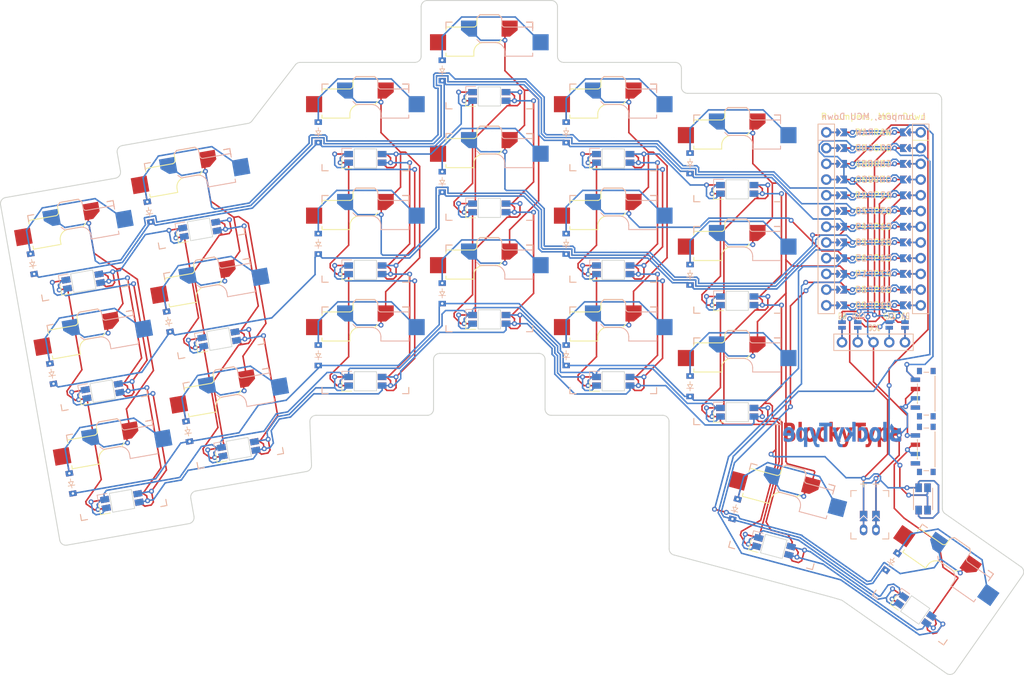
<source format=kicad_pcb>
(kicad_pcb (version 20240108) (generator "pcbnew") (generator_version "8.0")
  (title_block (title "BlockyType") (rev "v1.0.0") (company "Unknown"))
  (layers (0 "F.Cu" signal) (31 "B.Cu" signal) (34 "B.Paste" user) (35 "F.Paste" user) (36 "B.SilkS" user "B.Silkscreen") (37 "F.SilkS" user "F.Silkscreen") (38 "B.Mask" user) (39 "F.Mask" user) (44 "Edge.Cuts" user))
  (net 0 "")
  (net 1 "P20")
  (net 2 "outer_down")
  (net 3 "outer_home")
  (net 4 "outer_up")
  (net 5 "P21")
  (net 6 "pinky_down")
  (net 7 "pinky_home")
  (net 8 "pinky_up")
  (net 9 "P18")
  (net 10 "ring_down")
  (net 11 "ring_home")
  (net 12 "ring_up")
  (net 13 "P19")
  (net 14 "middle_down")
  (net 15 "middle_home")
  (net 16 "middle_up")
  (net 17 "P15")
  (net 18 "index_down")
  (net 19 "index_home")
  (net 20 "index_up")
  (net 21 "P14")
  (net 22 "inner_down")
  (net 23 "inner_home")
  (net 24 "inner_up")
  (net 25 "home_home")
  (net 26 "P16")
  (net 27 "innermost_home")
  (net 28 "P6")
  (net 29 "P5")
  (net 30 "P4")
  (net 31 "P7")
  (net 32 "VCC_LED")
  (net 33 "led_20")
  (net 34 "GND")
  (net 35 "led_x")
  (net 36 "led_19")
  (net 37 "led_18")
  (net 38 "led_15")
  (net 39 "led_16")
  (net 40 "led_17")
  (net 41 "led_14")
  (net 42 "led_13")
  (net 43 "led_12")
  (net 44 "led_9")
  (net 45 "led_10")
  (net 46 "led_11")
  (net 47 "led_8")
  (net 48 "led_7")
  (net 49 "led_6")
  (net 50 "led_3")
  (net 51 "led_4")
  (net 52 "led_5")
  (net 53 "led_2")
  (net 54 "P0")
  (net 55 "VCC")
  (net 56 "RST")
  (net 57 "BAT_P")
  (net 58 "RAW")
  (net 59 "JST1_1")
  (net 60 "JST1_2")
  (net 61 "P10")
  (net 62 "P1")
  (net 63 "P2")
  (net 64 "P3")
  (net 65 "P8")
  (net 66 "P9")
  (net 67 "MCU1_24")
  (net 68 "MCU1_1")
  (net 69 "MCU1_23")
  (net 70 "MCU1_2")
  (net 71 "MCU1_22")
  (net 72 "MCU1_3")
  (net 73 "MCU1_21")
  (net 74 "MCU1_4")
  (net 75 "MCU1_20")
  (net 76 "MCU1_5")
  (net 77 "MCU1_19")
  (net 78 "MCU1_6")
  (net 79 "MCU1_18")
  (net 80 "MCU1_7")
  (net 81 "MCU1_17")
  (net 82 "MCU1_8")
  (net 83 "MCU1_16")
  (net 84 "MCU1_9")
  (net 85 "MCU1_15")
  (net 86 "MCU1_10")
  (net 87 "MCU1_14")
  (net 88 "MCU1_11")
  (net 89 "MCU1_13")
  (net 90 "MCU1_12")
  (net 91 "DISP1_1")
  (net 92 "DISP1_2")
  (net 93 "DISP1_4")
  (net 94 "DISP1_5")
  (footprint "ComboDiode" (layer "F.Cu") (at 5.509039 -17.27897 100)
    (property "Reference" "D4" (hide yes))
    (property "Value" "" (hide yes))
  )
  (footprint "ComboDiode" (layer "F.Cu") (at 66.567883 -65.576321 90)
    (property "Reference" "D15" (hide yes))
    (property "Value" "" (hide yes))
  )
  (footprint "nice!view" (layer "F.Cu") (at 116.16788 -48.376318)
    (property "Reference" "DISP1" (hide yes))
    (property "Value" "")
  )
  (footprint "PG1350" (layer "F.Cu") (at 94.167878 -25.376318)
    (property "Reference" "S16" (hide yes))
    (property "Value" "")
  )
  (footprint "ceoloide:mounting_hole_npth" (layer "F.Cu") (at 113.394487 2.459037 -35)
    (property "Reference" "MH7" (hide yes))
    (property "Value" "")
  )
  (footprint "ceoloide:mounting_hole_npth" (layer "F.Cu") (at 3.961644 -12.233623 10)
    (property "Reference" "MH2" (hide yes))
    (property "Value" "")
  )
  (footprint "ComboDiode" (layer "F.Cu") (at 66.567882 -29.576315 90)
    (property "Reference" "D13" (hide yes))
    (property "Value" "" (hide yes))
  )
  (footprint "ComboDiode" (layer "F.Cu") (at 46.567885 -39.576322 90)
    (property "Reference" "D10" (hide yes))
    (property "Value" "" (hide yes))
  )
  (footprint "ComboDiode" (layer "F.Cu") (at 86.567885 -60.576323 90)
    (property "Reference" "D18" (hide yes))
    (property "Value" "" (hide yes))
  )
  (footprint "PG1350" (layer "F.Cu") (at 34.167884 -30.376331)
    (property "Reference" "S7" (hide yes))
    (property "Value" "")
  )
  (footprint "PG1350" (layer "F.Cu") (at 94.167884 -61.37632)
    (property "Reference" "S18" (hide yes))
    (property "Value" "")
  )
  (footprint "ComboDiode" (layer "F.Cu") (at -16.44454 -26.608508 100)
    (property "Reference" "D2" (hide yes))
    (property "Value" "" (hide yes))
  )
  (footprint "ComboDiode" (layer "F.Cu") (at 86.567875 -42.576313 90)
    (property "Reference" "D17" (hide yes))
    (property "Value" "" (hide yes))
  )
  (footprint "ceoloide:mounting_hole_npth" (layer "F.Cu") (at 89.167878 -9.376318)
    (property "Reference" "MH6" (hide yes))
    (property "Value" "")
  )
  (footprint "ComboDiode" (layer "F.Cu") (at 86.567878 -24.576327 90)
    (property "Reference" "D16" (hide yes))
    (property "Value" "" (hide yes))
  )
  (footprint "PG1350" (layer "F.Cu") (at 74.167879 -66.376328)
    (property "Reference" "S15" (hide yes))
    (property "Value" "")
  )
  (footprint "ComboDiode" (layer "F.Cu") (at 2.383375 -35.005514 100)
    (property "Reference" "D5" (hide yes))
    (property "Value" "" (hide yes))
  )
  (footprint "ceoloide:battery_connector_jst_ph_2" (layer "F.Cu") (at 115.567888 -1.37633 180)
    (property "Reference" "JST1" (hide yes))
    (property "Value" "")
  )
  (footprint "power_switch" (layer "F.Cu") (at 124.667881 -23.376315)
    (property "Reference" "SW3" (hide yes))
    (property "Value" "")
  )
  (footprint "PG1350" (layer "F.Cu") (at 74.167876 -48.37632)
    (property "Reference" "S14" (hide yes))
    (property "Value" "")
  )
  (footprint "ComboDiode" (layer "F.Cu") (at -13.31888 -8.881963 100)
    (property "Reference" "D1" (hide yes))
    (property "Value" "" (hide yes))
  )
  (footprint "PG1350" (layer "F.Cu") (at 101.368032 -3.534841 -15)
    (property "Reference" "S19" (hide yes))
    (property "Value" "")
  )
  (footprint "ComboDiode" (layer "F.Cu") (at -0.7423 -52.732049 100)
    (property "Reference" "D6" (hide yes))
    (property "Value" "" (hide yes))
  )
  (footprint "ComboDiode" (layer "F.Cu") (at 46.567881 -75.576321 90)
    (property "Reference" "D12" (hide yes))
    (property "Value" "" (hide yes))
  )
  (footprint "ceoloide:mounting_hole_npth" (layer "F.Cu") (at 107.167881 -26.376321)
    (property "Reference" "MH8" (hide yes))
    (property "Value" "")
  )
  (footprint "PG1350" (layer "F.Cu") (at 54.16787 -58.376323)
    (property "Reference" "S11" (hide yes))
    (property "Value" "")
  )
  (footprint "ceoloide:mounting_hole_npth" (layer "F.Cu") (at 44.167882 -66.37632)
    (property "Reference" "MH3" (hide yes))
    (property "Value" "")
  )
  (footprint "PG1350" (layer "F.Cu") (at 54.167882 -76.376324)
    (property "Reference" "S12" (hide yes))
    (property "Value" "")
  )
  (footprint "ceoloide:mounting_hole_npth" (layer "F.Cu") (at 103.167879 -58.37632)
    (property "Reference" "MH5" (hide yes))
    (property "Value" "")
  )
  (footprint "PG1350" (layer "F.Cu") (at 6.603322 -54.839616 10)
    (property "Reference" "S6" (hide yes))
    (property "Value" "")
  )
  (footprint "PG1350" (layer "F.Cu") (at -9.098918 -28.716077 10)
    (property "Reference" "S2" (hide yes))
    (property "Value" "")
  )
  (footprint "ComboDiode" (layer "F.Cu") (at 119.079783 3.754223 55)
    (property "Reference" "D20" (hide yes))
    (property "Value" "" (hide yes))
  )
  (footprint "PG1350" (layer "F.Cu") (at 9.728988 -37.113074 10)
    (property "Reference" "S5" (hide yes))
    (property "Value" "")
  )
  (footprint "ComboDiode" (layer "F.Cu") (at 66.567878 -47.576322 90)
    (property "Reference" "D14" (hide yes))
    (property "Value" "" (hide yes))
  )
  (footprint "PG1350" (layer "F.Cu") (at 125.764202 7.458072 -35)
    (property "Reference" "S20" (hide yes))
    (property "Value" "")
  )
  (footprint "power_switch" (layer "F.Cu") (at 124.667881 -14.37633)
    (property "Reference" "SW1" (hide yes))
    (property "Value" "")
  )
  (footprint "ceoloide:mounting_hole_npth" (layer "F.Cu") (at -1.768741 -44.732272 10)
    (property "Reference" "MH1" (hide yes))
    (property "Value" "")
  )
  (footprint "PG1350" (layer "F.Cu") (at 34.167881 -66.376325)
    (property "Reference" "S9" (hide yes))
    (property "Value" "")
  )
  (footprint "ceoloide:mounting_hole_npth" (layer "F.Cu") (at 120.167882 -18.876329)
    (property "Reference" "MH9" (hide yes))
    (property "Value" "")
  )
  (footprint "ComboDiode" (layer "F.Cu") (at -19.570214 -44.335045 100)
    (property "Reference" "D3" (hide yes))
    (property "Value" "" (hide yes))
  )
  (footprint "ceoloide:mounting_hole_npth" (layer "F.Cu") (at 44.167891 -38.876324)
    (property "Reference" "MH4" (hide yes))
    (property "Value" "")
  )
  (footprint "ComboDiode" (layer "F.Cu") (at 26.567883 -47.576313 90)
    (property "Reference" "D8" (hide yes))
    (property "Value" "" (hide yes))
  )
  (footprint "ceoloide:mcu_nice_nano" (layer "F.Cu") (at 116.167881 -52.876328)
    (property "Reference" "MCU1" (hide yes))
    (property "Value" "")
  )
  (footprint "PG1350" (layer "F.Cu") (at -5.973252 -10.98954 10)
    (property "Reference" "S1" (hide yes))
    (property "Value" "")
  )
  (footprint "PG1350" (layer "F.Cu") (at -12.224592 -46.442622 10)
    (property "Reference" "S3" (hide yes))
    (property "Value" "")
  )
  (footprint "ComboDiode" (layer "F.Cu") (at 46.567881 -57.576313 90)
    (property "Reference" "D11" (hide yes))
    (property "Value" "" (hide yes))
  )
  (footprint "PG1350" (layer "F.Cu") (at 34.167875 -48.376321)
    (property "Reference" "S8" (hide yes))
    (property "Value" "")
  )
  (footprint "sw_reset_side" (layer "F.Cu") (at 124.167882 -6.376314)
    (property "Reference" "SW2" (hide yes))
    (property "Value" "")
  )
  (footprint "PG1350" (layer "F.Cu") (at 54.167887 -40.376337)
    (property "Reference" "S10" (hide yes))
    (property "Value" "")
  )
  (footprint "ComboDiode" (layer "F.Cu") (at 93.81994 -4.72912 75)
    (property "Reference" "D19" (hide yes))
    (property "Value" "" (hide yes))
  )
  (footprint "PG1350" (layer "F.Cu") (at 74.167882 -30.376324)
    (property "Reference" "S13" (hide yes))
    (property "Value" "")
  )
  (footprint "PG1350" (layer "F.Cu") (at 94.167883 -43.376318)
    (property "Reference" "S17" (hide yes))
    (property "Value" "")
  )
  (footprint "PG1350" (layer "F.Cu") (at 12.854647 -19.386542 10)
    (property "Reference" "S4" (hide yes))
    (property "Value" "")
  )
  (footprint "ComboDiode" (layer "F.Cu") (at 26.567869 -65.576325 90)
    (property "Reference" "D9" (hide yes))
    (property "Value" "" (hide yes))
  )
  (footprint "ComboDiode" (layer "F.Cu") (at 26.567876 -29.576319 90)
    (property "Reference" "D7" (hide yes))
    (property "Value" "" (hide yes))
  )
  (footprint "ceoloide:led_SK6812mini-e (per-key, reversible)" (layer "B.Cu") (at -5.105016 -6.065493 10)
    (property "Reference" "LED1" (hide yes))
    (property "Value" "")
    (fp_poly (pts (xy -1.8 -1.55) (xy 1.800001 -1.550003) (xy 1.8 1.55) (xy -1.800001 1.550003)) (stroke (width 0.12)) (fill none) (layer "Edge.Cuts"))
  )
  (footprint "ceoloide:led_SK6812mini-e (per-key, reversible)" (layer "B.Cu") (at -11.356351 -41.51858 10)
    (property "Reference" "LED3" (hide yes))
    (property "Value" "")
    (fp_poly (pts (xy -1.8 -1.55) (xy 1.800001 -1.550003) (xy 1.8 1.55) (xy -1.800001 1.550003)) (stroke (width 0.12)) (fill none) (layer "Edge.Cuts"))
  )
  (footprint "ceoloide:led_SK6812mini-e (per-key, reversible)" (layer "B.Cu") (at 34.167886 -43.376316)
    (property "Reference" "LED8" (hide yes))
    (property "Value" "")
    (fp_poly (pts (xy -1.8 -1.55) (xy 1.800001 -1.550003) (xy 1.8 1.55) (xy -1.800001 1.550003)) (stroke (width 0.12)) (fill none) (layer "Edge.Cuts"))
  )
  (footprint "ceoloide:led_SK6812mini-e (per-key, reversible)" (layer "B.Cu") (at 74.167885 -43.376316)
    (property "Reference" "LED14" (hide yes))
    (property "Value" "")
    (fp_poly (pts (xy -1.8 -1.55) (xy 1.800001 -1.550003) (xy 1.8 1.55) (xy -1.800001 1.550003)) (stroke (width 0.12)) (fill none) (layer "Edge.Cuts"))
  )
  (footprint "ceoloide:led_SK6812mini-e (per-key, reversible)" (layer "B.Cu") (at 94.167877 -20.376326)
    (property "Reference" "LED16" (hide yes))
    (property "Value" "")
    (fp_poly (pts (xy -1.8 -1.55) (xy 1.800001 -1.550003) (xy 1.8 1.55) (xy -1.800001 1.550003)) (stroke (width 0.12)) (fill none) (layer "Edge.Cuts"))
  )
  (footprint "ceoloide:led_SK6812mini-e (per-key, reversible)" (layer "B.Cu") (at 54.167877 -71.37633)
    (property "Reference" "LED12" (hide yes))
    (property "Value" "")
    (fp_poly (pts (xy -1.8 -1.55) (xy 1.800001 -1.550003) (xy 1.8 1.55) (xy -1.800001 1.550003)) (stroke (width 0.12)) (fill none) (layer "Edge.Cuts"))
  )
  (footprint "ceoloide:led_SK6812mini-e (per-key, reversible)" (layer "B.Cu") (at 74.167884 -61.376324)
    (property "Reference" "LED15" (hide yes))
    (property "Value" "")
    (fp_poly (pts (xy -1.8 -1.55) (xy 1.800001 -1.550003) (xy 1.8 1.55) (xy -1.800001 1.550003)) (stroke (width 0.12)) (fill none) (layer "Edge.Cuts"))
  )
  (footprint "ceoloide:led_SK6812mini-e (per-key, reversible)" (layer "B.Cu") (at 100.073942 1.29479 -15)
    (property "Reference" "LED19" (hide yes))
    (property "Value" "")
    (fp_poly (pts (xy -1.8 -1.55) (xy 1.800004 -1.550002) (xy 1.8 1.55) (xy -1.800004 1.550002)) (stroke (width 0.12)) (fill none) (layer "Edge.Cuts"))
  )
  (footprint "ceoloide:led_SK6812mini-e (per-key, reversible)" (layer "B.Cu") (at 54.16788 -35.376325)
    (property "Reference" "LED10" (hide yes))
    (property "Value" "")
    (fp_poly (pts (xy -1.8 -1.55) (xy 1.800001 -1.550003) (xy 1.8 1.55) (xy -1.800001 1.550003)) (stroke (width 0.12)) (fill none) (layer "Edge.Cuts"))
  )
  (footprint "ceoloide:led_SK6812mini-e (per-key, reversible)" (layer "B.Cu") (at 34.167885 -61.376324)
    (property "Reference" "LED9" (hide yes))
    (property "Value" "")
    (fp_poly (pts (xy -1.8 -1.55) (xy 1.800001 -1.550003) (xy 1.8 1.55) (xy -1.800001 1.550003)) (stroke (width 0.12)) (fill none) (layer "Edge.Cuts"))
  )
  (footprint "ceoloide:led_SK6812mini-e (per-key, reversible)" (layer "B.Cu") (at 122.896317 11.553836 -35)
    (property "Reference" "LED20" (hide yes))
    (property "Value" "")
    (fp_poly (pts (xy -1.800001 -1.549999) (xy 1.8 -1.55) (xy 1.800001 1.549999) (xy -1.8 1.55)) (stroke (width 0.12)) (fill none) (layer "Edge.Cuts"))
  )
  (footprint "ceoloide:led_SK6812mini-e (per-key, reversible)" (layer "B.Cu") (at 10.597229 -32.189041 10)
    (property "Reference" "LED5" (hide yes))
    (property "Value" "")
    (fp_poly (pts (xy -1.8 -1.55) (xy 1.800001 -1.550003) (xy 1.8 1.55) (xy -1.800001 1.550003)) (stroke (width 0.12)) (fill none) (layer "Edge.Cuts"))
  )
  (footprint "ceoloide:led_SK6812mini-e (per-key, reversible)" (layer "B.Cu") (at 7.471574 -49.915589 10)
    (property "Reference" "LED6" (hide yes))
    (property "Value" "")
    (fp_poly (pts (xy -1.8 -1.55) (xy 1.800001 -1.550003) (xy 1.8 1.55) (xy -1.800001 1.550003)) (stroke (width 0.12)) (fill none) (layer "Edge.Cuts"))
  )
  (footprint "ceoloide:led_SK6812mini-e (per-key, reversible)" (layer "B.Cu") (at 34.167894 -25.376315)
    (property "Reference" "LED7" (hide yes))
    (property "Value" "")
    (fp_poly (pts (xy -1.8 -1.55) (xy 1.800001 -1.550003) (xy 1.8 1.55) (xy -1.800001 1.550003)) (stroke (width 0.12)) (fill none) (layer "Edge.Cuts"))
  )
  (footprint "ceoloide:led_SK6812mini-e (per-key, reversible)" (layer "B.Cu") (at 54.167885 -53.376314)
    (property "Reference" "LED11" (hide yes))
    (property "Value" "")
    (fp_poly (pts (xy -1.8 -1.55) (xy 1.800001 -1.550003) (xy 1.8 1.55) (xy -1.800001 1.550003)) (stroke (width 0.12)) (fill none) (layer "Edge.Cuts"))
  )
  (footprint "ceoloide:led_SK6812mini-e (per-key, reversible)" (layer "B.Cu") (at -8.230687 -23.792051 10)
    (property "Reference" "LED2" (hide yes))
    (property "Value" "")
    (fp_poly (pts (xy -1.8 -1.55) (xy 1.800001 -1.550003) (xy 1.8 1.55) (xy -1.800001 1.550003)) (stroke (width 0.12)) (fill none) (layer "Edge.Cuts"))
  )
  (footprint "ceoloide:led_SK6812mini-e (per-key, reversible)" (layer "B.Cu") (at 74.167879 -25.376322)
    (property "Reference" "LED13" (hide yes))
    (property "Value" "")
    (fp_poly (pts (xy -1.8 -1.55) (xy 1.800001 -1.550003) (xy 1.8 1.55) (xy -1.800001 1.550003)) (stroke (width 0.12)) (fill none) (layer "Edge.Cuts"))
  )
  (footprint "ceoloide:led_SK6812mini-e (per-key, reversible)" (layer "B.Cu") (at 94.167891 -38.376325)
    (property "Reference" "LED17" (hide yes))
    (property "Value" "")
    (fp_poly (pts (xy -1.8 -1.55) (xy 1.800001 -1.550003) (xy 1.8 1.55) (xy -1.800001 1.550003)) (stroke (width 0.12)) (fill none) (layer "Edge.Cuts"))
  )
  (footprint "ceoloide:led_SK6812mini-e (per-key, reversible)" (layer "B.Cu") (at 13.722896 -14.462501 10)
    (property "Reference" "LED4" (hide yes))
    (property "Value" "")
    (fp_poly (pts (xy -1.8 -1.55) (xy 1.800001 -1.550003) (xy 1.8 1.55) (xy -1.800001 1.550003)) (stroke (width 0.12)) (fill none) (layer "Edge.Cuts"))
  )
  (footprint "ceoloide:led_SK6812mini-e (per-key, reversible)" (layer "B.Cu") (at 94.167886 -56.376322)
    (property "Reference" "LED18" (hide yes))
    (property "Value" "")
    (fp_poly (pts (xy -1.8 -1.55) (xy 1.800001 -1.550003) (xy 1.8 1.55) (xy -1.800001 1.550003)) (stroke (width 0.12)) (fill none) (layer "Edge.Cuts"))
  )
  (gr_line (start 44.167886 -86.876331) (end 64.167884 -86.876324) (stroke (width 0.15)) (layer "Edge.Cuts"))
  (gr_arc (start 22.867645 -76.487416) (mid 23.218231 -76.773843) (end 23.659195 -76.876324) (stroke (width 0.15)) (layer "Edge.Cuts"))
  (gr_arc (start 139.978285 4.592749) (mid 140.389514 5.238255) (end 140.223851 5.985473) (stroke (width 0.15)) (layer "Edge.Cuts"))
  (gr_arc (start 64.167885 -19.876317) (mid 63.460776 -20.169217) (end 63.16788 -20.876331) (stroke (width 0.15)) (layer "Edge.Cuts"))
  (gr_arc (start -5.879215 -62.285163) (mid -5.713564 -63.032382) (end -5.06807 -63.443622) (stroke (width 0.15)) (layer "Edge.Cuts"))
  (gr_line (start 83.194674 1.699935) (end 83.169118 -18.877563) (stroke (width 0.15)) (layer "Edge.Cuts"))
  (gr_arc (start 25.207821 -18.837898) (mid 25.486513 -19.569701) (end 26.207064 -19.876322) (stroke (width 0.15)) (layer "Edge.Cuts"))
  (gr_arc (start -13.998023 1.087421) (mid -14.745244 0.921764) (end -15.156477 0.276263) (stroke (width 0.15)) (layer "Edge.Cuts"))
  (gr_line (start 109.263791 9.451221) (end 83.935848 2.664623) (stroke (width 0.15)) (layer "Edge.Cuts"))
  (gr_line (start 15.849511 -67.396721) (end 22.867645 -76.487416) (stroke (width 0.15)) (layer "Edge.Cuts"))
  (gr_arc (start 15.849509 -67.396715) (mid 15.575464 -67.152136) (end 15.231598 -67.023003) (stroke (width 0.15)) (layer "Edge.Cuts"))
  (gr_arc (start 6.509293 -3.544001) (mid 6.34364 -2.796767) (end 5.69813 -2.385533) (stroke (width 0.15)) (layer "Edge.Cuts"))
  (gr_line (start 65.167889 -85.876321) (end 65.167886 -77.876325) (stroke (width 0.15)) (layer "Edge.Cuts"))
  (gr_arc (start 45.167888 -20.876327) (mid 44.874991 -20.169212) (end 44.167875 -19.876327) (stroke (width 0.15)) (layer "Edge.Cuts"))
  (gr_arc (start 25.477336 -11.827936) (mid 25.256329 -11.161559) (end 24.651717 -10.804713) (stroke (width 0.15)) (layer "Edge.Cuts"))
  (gr_line (start 82.169119 -19.876322) (end 64.167885 -19.876317) (stroke (width 0.15)) (layer "Edge.Cuts"))
  (gr_arc (start -24.707132 -53.888163) (mid -24.541472 -54.635391) (end -23.895963 -55.046627) (stroke (width 0.15)) (layer "Edge.Cuts"))
  (gr_line (start 44.167875 -19.876327) (end 26.207064 -19.876322) (stroke (width 0.15)) (layer "Edge.Cuts"))
  (gr_arc (start 66.167883 -76.87633) (mid 65.460775 -77.169218) (end 65.167886 -77.876325) (stroke (width 0.15)) (layer "Edge.Cuts"))
  (gr_arc (start 62.16789 -29.87632) (mid 62.874993 -29.583427) (end 63.167876 -28.876325) (stroke (width 0.15)) (layer "Edge.Cuts"))
  (gr_arc (start 43.167889 -77.876321) (mid 42.874994 -77.169207) (end 42.167882 -76.876317) (stroke (width 0.15)) (layer "Edge.Cuts"))
  (gr_line (start 127.933165 21.794938) (end 111.19276 10.073177) (stroke (width 0.15)) (layer "Edge.Cuts"))
  (gr_line (start 140.223851 5.985473) (end 129.3259 21.549356) (stroke (width 0.15)) (layer "Edge.Cuts"))
  (gr_line (start 85.167885 -75.876323) (end 85.167878 -72.876324) (stroke (width 0.15)) (layer "Edge.Cuts"))
  (gr_arc (start 84.167881 -76.87632) (mid 84.874986 -76.583428) (end 85.167885 -75.876323) (stroke (width 0.15)) (layer "Edge.Cuts"))
  (gr_line (start 110.901578 9.93303) (end 109.287364 9.45784) (stroke (width 0.15)) (layer "Edge.Cuts"))
  (gr_arc (start 129.3259 21.549356) (mid 128.680394 21.9606) (end 127.933165 21.794938) (stroke (width 0.15)) (layer "Edge.Cuts"))
  (gr_arc (start 126.169554 -71.87633) (mid 126.876078 -71.584029) (end 127.169565 -70.878) (stroke (width 0.15)) (layer "Edge.Cuts"))
  (gr_line (start 62.16789 -29.87632) (end 46.167882 -29.876327) (stroke (width 0.15)) (layer "Edge.Cuts"))
  (gr_arc (start 83.935856 2.664614) (mid 83.401703 2.307944) (end 83.194674 1.699935) (stroke (width 0.15)) (layer "Edge.Cuts"))
  (gr_line (start 5.988346 -6.498411) (end 6.509293 -3.544001) (stroke (width 0.15)) (layer "Edge.Cuts"))
  (gr_arc (start 45.167874 -28.876325) (mid 45.460771 -29.583434) (end 46.167882 -29.876327) (stroke (width 0.15)) (layer "Edge.Cuts"))
  (gr_line (start 86.167888 -71.876323) (end 126.169554 -71.87633) (stroke (width 0.15)) (layer "Edge.Cuts"))
  (gr_line (start -23.895963 -55.046627) (end -6.169427 -58.172283) (stroke (width 0.15)) (layer "Edge.Cuts"))
  (gr_line (start 45.167874 -28.876325) (end 45.167888 -20.876327) (stroke (width 0.15)) (layer "Edge.Cuts"))
  (gr_line (start -15.156477 0.276263) (end -24.70713 -53.888163) (stroke (width 0.15)) (layer "Edge.Cuts"))
  (gr_arc (start 86.167888 -71.876323) (mid 85.460784 -72.169218) (end 85.167878 -72.876324) (stroke (width 0.15)) (layer "Edge.Cuts"))
  (gr_line (start 66.167883 -76.87633) (end 84.167881 -76.87632) (stroke (width 0.15)) (layer "Edge.Cuts"))
  (gr_arc (start 110.901582 9.933024) (mid 111.052872 9.991258) (end 111.19276 10.073177) (stroke (width 0.15)) (layer "Edge.Cuts"))
  (gr_line (start 127.706965 -3.99972) (end 139.978281 4.592739) (stroke (width 0.15)) (layer "Edge.Cuts"))
  (gr_line (start -5.06807 -63.443622) (end 15.231598 -67.023003) (stroke (width 0.15)) (layer "Edge.Cuts"))
  (gr_line (start 23.659195 -76.876324) (end 42.167882 -76.876317) (stroke (width 0.15)) (layer "Edge.Cuts"))
  (gr_arc (start 109.263784 9.451218) (mid 109.275593 9.45446) (end 109.287364 9.45784) (stroke (width 0.15)) (layer "Edge.Cuts"))
  (gr_line (start 43.167889 -77.876321) (end 43.167876 -85.876321) (stroke (width 0.15)) (layer "Edge.Cuts"))
  (gr_line (start 127.169565 -70.878) (end 127.280547 -4.817196) (stroke (width 0.15)) (layer "Edge.Cuts"))
  (gr_line (start 63.16788 -20.876331) (end 63.167876 -28.876325) (stroke (width 0.15)) (layer "Edge.Cuts"))
  (gr_arc (start -5.358269 -59.330745) (mid -5.523924 -58.583519) (end -6.169427 -58.172283) (stroke (width 0.15)) (layer "Edge.Cuts"))
  (gr_line (start 25.207821 -18.837898) (end 25.477325 -11.827937) (stroke (width 0.15)) (layer "Edge.Cuts"))
  (gr_arc (start 5.988338 -6.498413) (mid 6.153993 -7.245639) (end 6.799496 -7.656878) (stroke (width 0.15)) (layer "Edge.Cuts"))
  (gr_arc (start 127.706965 -3.99972) (mid 127.393919 -4.35638) (end 127.280547 -4.817196) (stroke (width 0.15)) (layer "Edge.Cuts"))
  (gr_line (start 5.69813 -2.385533) (end -13.99803 1.087418) (stroke (width 0.15)) (layer "Edge.Cuts"))
  (gr_line (start -5.358276 -59.330737) (end -5.879213 -62.285163) (stroke (width 0.15)) (layer "Edge.Cuts"))
  (gr_arc (start 82.169116 -19.876323) (mid 82.875782 -19.583867) (end 83.169118 -18.877563) (stroke (width 0.15)) (layer "Edge.Cuts"))
  (gr_arc (start 64.167884 -86.876324) (mid 64.874996 -86.583431) (end 65.167889 -85.876321) (stroke (width 0.15)) (layer "Edge.Cuts"))
  (gr_line (start 24.651717 -10.804713) (end 6.799496 -7.656878) (stroke (width 0.15)) (layer "Edge.Cuts"))
  (gr_arc (start 43.167876 -85.876321) (mid 43.460776 -86.583426) (end 44.167886 -86.876331) (stroke (width 0.15)) (layer "Edge.Cuts"))
  (gr_text "BlockyType" (at 111.167891 -16.876319 0) (layer "F.Cu") (effects (font (size 3 2.2) (thickness 0.15) (bold yes))))
  (gr_text "BlockyType" (at 111.167891 -16.876319 0) (layer "B.Cu") (effects (font (size 3 2.2) (thickness 0.15) (bold yes)) (justify mirror)))
  (segment (start -7.538654 -34.242129) (end -6.906886 -35.144391) (width 0.25) (layer "F.Cu") (net 1))
  (segment (start -0.034686 -27.11921) (end -4.39405 -20.893381) (width 0.25) (layer "F.Cu") (net 1))
  (segment (start -10.664326 -51.968671) (end -10.032553 -52.870931) (width 0.25) (layer "F.Cu") (net 1))
  (segment (start -7.348313 -33.16262) (end -7.538654 -34.242129) (width 0.25) (layer "F.Cu") (net 1))
  (segment (start -9.623812 -46.067699) (end -5.941264 -43.489144) (width 0.25) (layer "F.Cu") (net 1))
  (segment (start -5.941264 -43.489144) (end -4.960097 -37.924675) (width 0.25) (layer "F.Cu") (net 1))
  (segment (start -5.941264 -43.489144) (end -5.181827 -43.623043) (width 0.25) (layer "F.Cu") (net 1))
  (segment (start -4.412979 -16.515592) (end -3.781218 -17.417851) (width 0.25) (layer "F.Cu") (net 1))
  (segment (start -4.960097 -37.924675) (end -6.906886 -35.144391) (width 0.25) (layer "F.Cu") (net 1))
  (segment (start -2.629643 -41.835985) (end -0.034686 -27.11921) (width 0.25) (layer "F.Cu") (net 1))
  (segment (start -10.473978 -50.889157) (end -9.623812 -46.067699) (width 0.25) (layer "F.Cu") (net 1))
  (segment (start -4.39405 -20.893381) (end -3.781218 -17.417851) (width 0.25) (layer "F.Cu") (net 1))
  (segment (start -5.181827 -43.623043) (end -2.629643 -41.835985) (width 0.25) (layer "F.Cu") (net 1))
  (segment (start -4.222633 -15.436089) (end -4.412979 -16.515592) (width 0.25) (layer "F.Cu") (net 1))
  (segment (start 111.392884 -52.876319) (end 112.767887 -52.876314) (width 0.25) (layer "F.Cu") (net 1))
  (segment (start -10.473978 -50.889157) (end -10.664326 -51.968671) (width 0.25) (layer "F.Cu") (net 1))
  (via (at -4.222633 -15.436089) (size 0.8) (drill 0.4) (layers "F.Cu" "B.Cu") (net 1))
  (via (at -7.348313 -33.16262) (size 0.8) (drill 0.4) (layers "F.Cu" "B.Cu") (net 1))
  (via (at -10.473978 -50.889157) (size 0.8) (drill 0.4) (layers "F.Cu" "B.Cu") (net 1))
  (segment (start 99.91201 -58.73955) (end 104.600228 -54.05132) (width 0.25) (layer "B.Cu") (net 1))
  (segment (start 62.576752 -65.375938) (end 63.213139 -64.739546) (width 0.25) (layer "B.Cu") (net 1))
  (segment (start 45.154559 -63.739543) (end 46.388674 -64.973655) (width 0.25) (layer "B.Cu") (net 1))
  (segment (start 118.762576 -53.096319) (end 112.987878 -53.096326) (width 0.25) (layer "B.Cu") (net 1))
  (segment (start 46.388674 -64.973655) (end 46.388672 -73.151314) (width 0.25) (layer "B.Cu") (net 1))
  (segment (start 67.492889 -64.701317) (end 67.492884 -63.739536) (width 0.25) (layer "B.Cu") (net 1))
  (segment (start 0.320588 -52.030962) (end 0.489361 -51.07382) (width 0.25) (layer "B.Cu") (net 1))
  (segment (start 59.91258 -73.739537) (end 62.576746 -71.07536) (width 0.25) (layer "B.Cu") (net 1))
  (segment (start 119.267578 -53.601317) (end 118.762576 -53.096319) (width 0.25) (layer "B.Cu") (net 1))
  (segment (start 67.492884 -63.739536) (end 81.202673 -63.739539) (width 0.25) (layer "B.Cu") (net 1))
  (segment (start 25.538532 -63.631732) (end 25.538531 -64.701315) (width 0.25) (layer "B.Cu") (net 1))
  (segment (start -11.185266 -32.486063) (end -7.348313 -33.16262) (width 0.25) (layer "B.Cu") (net 1))
  (segment (start -1.501298 -51.709714) (end -1.437954 -51.800184) (width 0.25) (layer "B.Cu") (net 1))
  (segment (start -1.437954 -51.800184) (end 0.23012 -52.094304) (width 0.25) (layer "B.Cu") (net 1))
  (segment (start 0.23012 -52.094304) (end 0.320588 -52.030962) (width 0.25) (layer "B.Cu") (net 1))
  (segment (start 120.59319 -52.876325) (end 119.868181 -53.60133) (width 0.25) (layer "B.Cu") (net 1))
  (segment (start 45.642884 -74.701321) (end 47.492891 -74.701324) (width 0.25) (layer "B.Cu") (net 1))
  (segment (start 67.454662 -64.73954) (end 67.492889 -64.701317) (width 0.25) (layer "B.Cu") (net 1))
  (segment (start 63.213139 -64.739546) (end 67.454662 -64.73954) (width 0.25) (layer "B.Cu") (net 1))
  (segment (start -10.473978 -50.889157) (end -9.407109 -44.838677) (width 0.25) (layer "B.Cu") (net 1))
  (segment (start 62.576746 -71.07536) (end 62.576752 -65.375938) (width 0.25) (layer "B.Cu") (net 1))
  (segment (start -16.483046 -51.73353) (end -14.310947 -50.212605) (width 0.25) (layer "B.Cu") (net 1))
  (segment (start 45.642882 -73.151324) (end 45.642884 -74.701321) (width 0.25) (layer "B.Cu") (net 1))
  (segment (start 87.492877 -58.739543) (end 99.91201 -58.73955) (width 0.25) (layer "B.Cu") (net 1))
  (segment (start 104.600228 -54.05132) (end 111.809571 -54.051317) (width 0.25) (layer "B.Cu") (net 1))
  (segment (start -13.35738 -34.006993) (end -11.185266 -32.486063) (width 0.25) (layer "B.Cu") (net 1))
  (segment (start 112.767885 -53.093009) (end 112.767887 -52.876314) (width 0.25) (layer "B.Cu") (net 1))
  (segment (start -8.737416 -44.369766) (end -5.298037 -44.976212) (width 0.25) (layer "B.Cu") (net 1))
  (segment (start 25.538531 -64.701315) (end 27.492891 -64.701325) (width 0.25) (layer "B.Cu") (net 1))
  (segment (start 27.492891 -64.701325) (end 27.492882 -63.739545) (width 0.25) (layer "B.Cu") (net 1))
  (segment (start -8.059599 -14.759524) (end -4.222633 -15.436089) (width 0.25) (layer "B.Cu") (net 1))
  (segment (start 85.202682 -59.739536) (end 87.454651 -59.739537) (width 0.25) (layer "B.Cu") (net 1))
  (segment (start 0.489361 -51.07382) (end 15.654666 -53.747882) (width 0.25) (layer "B.Cu") (net 1))
  (segment (start 27.492882 -63.739545) (end 45.154559 -63.739543) (width 0.25) (layer "B.Cu") (net 1))
  (segment (start 81.202673 -63.739539) (end 85.202682 -59.739536) (width 0.25) (layer "B.Cu") (net 1))
  (segment (start -10.231704 -16.280449) (end -8.059599 -14.759524) (width 0.25) (layer "B.Cu") (net 1))
  (segment (start 47.492886 -73.739541) (end 59.91258 -73.739537) (width 0.25) (layer "B.Cu") (net 1))
  (segment (start -1.316612 -50.662284) (end -1.501298 -51.709714) (width 0.25) (layer "B.Cu") (net 1))
  (segment (start 87.454651 -59.739537) (end 87.49288 -59.701322) (width 0.25) (layer "B.Cu") (net 1))
  (segment (start 46.388672 -73.151314) (end 45.642882 -73.151324) (width 0.25) (layer "B.Cu") (net 1))
  (segment (start 111.809571 -54.051317) (end 112.767885 -53.093009) (width 0.25) (layer "B.Cu") (net 1))
  (segment (start 15.654666 -53.747882) (end 25.538532 -63.631732) (width 0.25) (layer "B.Cu") (net 1))
  (segment (start -9.407109 -44.838677) (end -8.737416 -44.369766) (width 0.25) (layer "B.Cu") (net 1))
  (segment (start 47.492891 -74.701324) (end 47.492886 -73.739541) (width 0.25) (layer "B.Cu") (net 1))
  (segment (start -5.298037 -44.976212) (end -1.316612 -50.662284) (width 0.25) (layer "B.Cu") (net 1))
  (segment (start 120.942877 -52.876317) (end 120.59319 -52.876325) (width 0.25) (layer "B.Cu") (net 1))
  (segment (start -14.310947 -50.212605) (end -10.473978 -50.889157) (width 0.25) (layer "B.Cu") (net 1))
  (segment (start 87.49288 -59.701322) (end 87.492877 -58.739543) (width 0.25) (layer "B.Cu") (net 1))
  (segment (start 119.868181 -53.60133) (end 119.267578 -53.601317) (width 0.25) (layer "B.Cu") (net 1))
  (segment (start -13.605397 -10.506899) (end -13.991754 -12.6981) (width 0.25) (layer "F.Cu") (net 2))
  (segment (start -13.991754 -12.6981) (end -14.773712 -13.24564) (width 0.25) (layer "F.Cu") (net 2))
  (via (at -13.605397 -10.506899) (size 0.8) (drill 0.4) (layers "F.Cu" "B.Cu") (net 2))
  (segment (start -14.305 -14.474546) (end -13.605397 -10.506899) (width 0.25) (layer "B.Cu") (net 2))
  (segment (start -11.915196 -17.887527) (end -14.305 -14.474546) (width 0.25) (layer "B.Cu") (net 2))
  (segment (start 1.524857 -16.119512) (end -3.195852 -19.424982) (width 0.25) (layer "B.Cu") (net 2))
  (segment (start -3.195852 -19.424982) (end -11.915196 -17.887527) (width 0.25) (layer "B.Cu") (net 2))
  (segment (start -16.731065 -28.233434) (end -17.117433 -30.424637) (width 0.25) (layer "F.Cu") (net 3))
  (segment (start -17.117433 -30.424637) (end -17.899391 -30.972169) (width 0.25) (layer "F.Cu") (net 3))
  (via (at -16.731065 -28.233434) (size 0.8) (drill 0.4) (layers "F.Cu" "B.Cu") (net 3))
  (segment (start -15.237833 -35.579337) (end -17.465405 -32.398042) (width 0.25) (layer "B.Cu") (net 3))
  (segment (start -1.600821 -33.846044) (end -6.321531 -37.151533) (width 0.25) (layer "B.Cu") (net 3))
  (segment (start -6.321531 -37.151533) (end -15.237833 -35.579337) (width 0.25) (layer "B.Cu") (net 3))
  (segment (start -17.465405 -32.398042) (end -16.731065 -28.233434) (width 0.25) (layer "B.Cu") (net 3))
  (segment (start -20.243104 -48.151177) (end -21.02505 -48.69872) (width 0.25) (layer "F.Cu") (net 4))
  (segment (start -19.856721 -45.959983) (end -20.243104 -48.151177) (width 0.25) (layer "F.Cu") (net 4))
  (via (at -19.856721 -45.959983) (size 0.8) (drill 0.4) (layers "F.Cu" "B.Cu") (net 4))
  (segment (start -17.982222 -53.373108) (end -20.52383 -49.743301) (width 0.25) (layer "B.Cu") (net 4))
  (segment (start -20.52383 -49.743301) (end -19.856721 -45.959983) (width 0.25) (layer "B.Cu") (net 4))
  (segment (start -9.447195 -54.878073) (end -17.982222 -53.373108) (width 0.25) (layer "B.Cu") (net 4))
  (segment (start -4.726488 -51.572584) (end -9.447195 -54.878073) (width 0.25) (layer "B.Cu") (net 4))
  (segment (start 11.479607 -41.559633) (end 11.289265 -42.639129) (width 0.25) (layer "F.Cu") (net 5))
  (segment (start 8.353931 -59.286166) (end 9.204087 -54.464687) (width 0.25) (layer "F.Cu") (net 5))
  (segment (start 12.943697 -51.846188) (end 13.907764 -46.378729) (width 0.25) (layer "F.Cu") (net 5))
  (segment (start 11.289265 -42.639129) (end 11.921025 -43.54139) (width 0.25) (layer "F.Cu") (net 5))
  (segment (start 13.703133 -51.980105) (end 15.267914 -50.884439) (width 0.25) (layer "F.Cu") (net 5))
  (segment (start 18.11672 -34.728097) (end 14.408788 -29.432607) (width 0.25) (layer "F.Cu") (net 5))
  (segment (start 14.414929 -24.912595) (end 15.046697 -25.814852) (width 0.25) (layer "F.Cu") (net 5))
  (segment (start 14.605281 -23.833087) (end 14.414929 -24.912595) (width 0.25) (layer "F.Cu") (net 5))
  (segment (start 13.907764 -46.378729) (end 11.921025 -43.54139) (width 0.25) (layer "F.Cu") (net 5))
  (segment (start 9.204087 -54.464687) (end 12.943697 -51.846188) (width 0.25) (layer "F.Cu") (net 5))
  (segment (start 8.163595 -60.365666) (end 8.795361 -61.267922) (width 0.25) (layer "F.Cu") (net 5))
  (segment (start 14.408788 -29.432607) (end 15.046697 -25.814852) (width 0.25) (layer "F.Cu") (net 5))
  (segment (start 8.353931 -59.286166) (end 8.163595 -60.365666) (width 0.25) (layer "F.Cu") (net 5))
  (segment (start 111.392885 -55.416328) (end 112.767883 -55.416328) (width 0.25) (layer "F.Cu") (net 5))
  (segment (start 15.267914 -50.884439) (end 18.11672 -34.728097) (width 0.25) (layer "F.Cu") (net 5))
  (segment (start 12.943697 -51.846188) (end 13.703133 -51.980105) (width 0.25) (layer "F.Cu") (net 5))
  (via (at 11.479607 -41.559633) (size 0.8) (drill 0.4) (layers "F.Cu" "B.Cu") (net 5))
  (via (at 8.353931 -59.286166) (size 0.8) (drill 0.4) (layers "F.Cu" "B.Cu") (net 5))
  (via (at 14.605281 -23.833087) (size 0.8) (drill 0.4) (layers "F.Cu" "B.Cu") (net 5))
  (segment (start 120.942881 -55.416319) (end 120.593183 -55.416319) (width 0.25) (layer "B.Cu") (net 5))
  (segment (start 118.76257 -55.636312) (end 112.987879 -55.636332) (width 0.25) (layer "B.Cu") (net 5))
  (segment (start 87.942881 -59.189544) (end 87.942887 -59.887717) (width 0.25) (layer "B.Cu") (net 5))
  (segment (start 87.942887 -59.887717) (end 87.641063 -60.189542) (width 0.25) (layer "B.Cu") (net 5))
  (segment (start 120.593183 -55.416319) (end 119.868184 -56.14132) (width 0.25) (layer "B.Cu") (net 5))
  (segment (start 68.641058 -64.189541) (end 67.641057 -65.189547) (width 0.25) (layer "B.Cu") (net 5))
  (segment (start 25.088531 -63.818142) (end 15.436785 -54.166404) (width 0.25) (layer "B.Cu") (net 5))
  (segment (start 27.679273 -65.151322) (end 25.352124 -65.151322) (width 0.25) (layer "B.Cu") (net 5))
  (segment (start 112.767881 -55.633) (end 111.809566 -56.591315) (width 0.25) (layer "B.Cu") (net 5))
  (segment (start 27.942884 -64.88772) (end 27.942874 -64.88771) (width 0.25) (layer "B.Cu") (net 5))
  (segment (start 27.942874 -64.88771) (end 27.679273 -65.151322) (width 0.25) (layer "B.Cu") (net 5))
  (segment (start 63.026749 -71.261765) (end 60.098964 -74.189538) (width 0.25) (layer "B.Cu") (net 5))
  (segment (start 102.696624 -56.59132) (end 100.098407 -59.189544) (width 0.25) (layer "B.Cu") (net 5))
  (segment (start 44.888681 -64.189546) (end 27.942886 -64.189546) (width 0.25) (layer "B.Cu") (net 5))
  (segment (start 87.641063 -60.189542) (end 85.45268 -60.189536) (width 0.25) (layer "B.Cu") (net 5))
  (segment (start 5.470547 -42.403988) (end 7.64264 -40.88307) (width 0.25) (layer "B.Cu") (net 5))
  (segment (start 45.192891 -74.88771) (end 45.19288 -72.964932) (width 0.25) (layer "B.Cu") (net 5))
  (segment (start 7.64264 -40.88307) (end 11.479607 -41.559633) (width 0.25) (layer "B.Cu") (net 5))
  (segment (start 25.088523 -64.887718) (end 25.088531 -63.818142) (width 0.25) (layer "B.Cu") (net 5))
  (segment (start 2.344872 -60.130527) (end 4.516982 -58.609598) (width 0.25) (layer "B.Cu") (net 5))
  (segment (start 45.888678 -65.189531) (end 44.888681 -64.189546) (width 0.25) (layer "B.Cu") (net 5))
  (segment (start 45.19288 -72.964932) (end 45.456485 -72.701329) (width 0.25) (layer "B.Cu") (net 5))
  (segment (start 67.641057 -65.189547) (end 63.399542 -65.189542) (width 0.25) (layer "B.Cu") (net 5))
  (segment (start 112.767883 -55.416328) (end 112.767881 -55.633) (width 0.25) (layer "B.Cu") (net 5))
  (segment (start 15.436785 -54.166404) (end 15.379556 -54.156303) (width 0.25) (layer "B.Cu") (net 5))
  (segment (start 48.641067 -74.189542) (end 47.679282 -75.151314) (width 0.25) (layer "B.Cu") (net 5))
  (segment (start 4.516982 -58.609598) (end 8.353931 -59.286166) (width 0.25) (layer "B.Cu") (net 5))
  (segment (start 9.368713 -53.531137) (end 8.353931 -59.286166) (width 0.25) (layer "B.Cu") (net 5))
  (segment (start 45.45648 -75.151325) (end 45.192891 -74.88771) (width 0.25) (layer "B.Cu") (net 5))
  (segment (start 15.379556 -54.15632) (end 9.864634 -53.183883) (width 0.25) (layer "B.Cu") (net 5))
  (segment (start 9.864634 -53.183883) (end 9.368713 -53.531137) (width 0.25) (layer "B.Cu") (net 5))
  (segment (start 15.379556 -54.156303) (end 15.379556 -54.15632) (width 0.25) (layer "B.Cu") (net 5))
  (segment (start 111.809566 -56.591315) (end 102.696624 -56.59132) (width 0.25) (layer "B.Cu") (net 5))
  (segment (start 63.026748 -65.562339) (end 63.026749 -71.261765) (width 0.25) (layer "B.Cu") (net 5))
  (segment (start 119.267578 -56.141327) (end 118.76257 -55.636312) (width 0.25) (layer "B.Cu") (net 5))
  (segment (start 63.399542 -65.189542) (end 63.026748 -65.562339) (width 0.25) (layer "B.Cu") (net 5))
  (segment (start 119.868184 -56.14132) (end 119.267578 -56.141327) (width 0.25) (layer "B.Cu") (net 5))
  (segment (start 60.098964 -74.189538) (end 48.641067 -74.189542) (width 0.25) (layer "B.Cu") (net 5))
  (segment (start 25.352124 -65.151322) (end 25.088523 -64.887718) (width 0.25) (layer "B.Cu") (net 5))
  (segment (start 81.45268 -64.189532) (end 68.641058 -64.189541) (width 0.25) (layer "B.Cu") (net 5))
  (segment (start 45.888676 -72.701325) (end 45.888678 -65.189531) (width 0.25) (layer "B.Cu") (net 5))
  (segment (start 47.679282 -75.151314) (end 45.45648 -75.151325) (width 0.25) (layer "B.Cu") (net 5))
  (segment (start 27.942886 -64.189546) (end 27.942884 -64.88772) (width 0.25) (layer "B.Cu") (net 5))
  (segment (start 45.456485 -72.701329) (end 45.888676 -72.701325) (width 0.25) (layer "B.Cu") (net 5))
  (segment (start 100.098407 -59.189544) (end 87.942881 -59.189544) (width 0.25) (layer "B.Cu") (net 5))
  (segment (start 8.596209 -24.677454) (end 10.768317 -23.156524) (width 0.25) (layer "B.Cu") (net 5))
  (segment (start 85.45268 -60.189536) (end 81.45268 -64.189532) (width 0.25) (layer "B.Cu") (net 5))
  (segment (start 10.768317 -23.156524) (end 14.605281 -23.833087) (width 0.25) (layer "B.Cu") (net 5))
  (segment (start 4.836157 -21.095099) (end 4.054194 -21.642634) (width 0.25) (layer "F.Cu") (net 6))
  (segment (start 5.222518 -18.903905) (end 4.836157 -21.095099) (width 0.25) (layer "F.Cu") (net 6))
  (via (at 5.222518 -18.903905) (size 0.8) (drill 0.4) (layers "F.Cu" "B.Cu") (net 6))
  (segment (start 7.09703 -26.317026) (end 4.555417 -22.687232) (width 0.25) (layer "B.Cu") (net 6))
  (segment (start 20.352766 -24.516505) (end 15.632058 -27.821981) (width 0.25) (layer "B.Cu") (net 6))
  (segment (start 15.632058 -27.821981) (end 7.09703 -26.317026) (width 0.25) (layer "B.Cu") (net 6))
  (segment (start 4.555417 -22.687232) (end 5.222518 -18.903905) (width 0.25) (layer "B.Cu") (net 6))
  (segment (start 2.096856 -36.630435) (end 1.710487 -38.821636) (width 0.25) (layer "F.Cu") (net 7))
  (segment (start 1.710487 -38.821636) (end 0.928537 -39.369171) (width 0.25) (layer "F.Cu") (net 7))
  (via (at 2.096856 -36.630435) (size 0.8) (drill 0.4) (layers "F.Cu" "B.Cu") (net 7))
  (segment (start 12.506387 -45.548533) (end 3.971365 -44.043582) (width 0.25) (layer "B.Cu") (net 7))
  (segment (start 3.971365 -44.043582) (end 1.429756 -40.413771) (width 0.25) (layer "B.Cu") (net 7))
  (segment (start 1.429756 -40.413771) (end 2.096856 -36.630435) (width 0.25) (layer "B.Cu") (net 7))
  (segment (start 17.227085 -42.243059) (end 12.506387 -45.548533) (width 0.25) (layer "B.Cu") (net 7))
  (segment (start -1.028812 -54.356975) (end -1.415186 -56.548189) (width 0.25) (layer "F.Cu") (net 8))
  (segment (start -1.415186 -56.548189) (end -2.197142 -57.095719) (width 0.25) (layer "F.Cu") (net 8))
  (via (at -1.028812 -54.356975) (size 0.8) (drill 0.4) (layers "F.Cu" "B.Cu") (net 8))
  (segment (start -1.711049 -58.226146) (end -1.028812 -54.356975) (width 0.25) (layer "B.Cu") (net 8))
  (segment (start 14.101428 -59.969579) (end 9.380723 -63.27506) (width 0.25) (layer "B.Cu") (net 8))
  (segment (start 0.759858 -61.754967) (end -1.711049 -58.226146) (width 0.25) (layer "B.Cu") (net 8))
  (segment (start 9.380723 -63.27506) (end 0.759858 -61.754967) (width 0.25) (layer "B.Cu") (net 8))
  (segment (start 36.688522 -70.451325) (end 36.688523 -65.53099) (width 0.25) (layer "F.Cu") (net 9))
  (segment (start 39.84287 -62.37662) (end 39.842884 -56.726321) (width 0.25) (layer "F.Cu") (net 9))
  (segment (start 36.726746 -52.289538) (end 36.726745 -53.610177) (width 0.25) (layer "F.Cu") (net 9))
  (segment (start 39.842884 -56.726321) (end 37.442873 -54.326321) (width 0.25) (layer "F.Cu") (net 9))
  (segment (start 42.926752 -45.314847) (end 37.442872 -39.830985) (width 0.25) (layer "F.Cu") (net 9))
  (segment (start 36.688523 -65.53099) (end 39.84287 -62.37662) (width 0.25) (layer "F.Cu") (net 9))
  (segment (start 111.392879 -47.796318) (end 112.767885 -47.796315) (width 0.25) (layer "F.Cu") (net 9))
  (segment (start 36.688522 -70.451325) (end 36.688529 -71.571961) (width 0.25) (layer "F.Cu") (net 9))
  (segment (start 36.726745 -53.610177) (end 37.442873 -54.326321) (width 0.25) (layer "F.Cu") (net 9))
  (segment (start 40.638522 -62.376622) (end 42.926741 -60.088402) (width 0.25) (layer "F.Cu") (net 9))
  (segment (start 37.442872 -39.830985) (end 37.442885 -36.326315) (width 0.25) (layer "F.Cu") (net 9))
  (segment (start 42.926741 -60.088402) (end 42.926752 -45.314847) (width 0.25) (layer "F.Cu") (net 9))
  (segment (start 36.688529 -71.571961) (end 37.442881 -72.326318) (width 0.25) (layer "F.Cu") (net 9))
  (segment (start 36.688529 -35.571967) (end 37.442885 -36.326315) (width 0.25) (layer "F.Cu") (net 9))
  (segment (start 39.84287 -62.37662) (end 40.638522 -62.376622) (width 0.25) (layer "F.Cu") (net 9))
  (segment (start 36.688525 -34.451318) (end 36.688529 -35.571967) (width 0.25) (layer "F.Cu") (net 9))
  (via (at 36.726746 -52.289538) (size 0.8) (drill 0.4) (layers "F.Cu" "B.Cu") (net 9))
  (via (at 36.688522 -70.451325) (size 0.8) (drill 0.4) (layers "F.Cu" "B.Cu") (net 9))
  (via (at 36.688525 -34.451318) (size 0.8) (drill 0.4) (layers "F.Cu" "B.Cu") (net 9))
  (segment (start 30.892871 -72.326328) (end 32.767876 -70.451327) (width 0.25) (layer "B.Cu") (net 9))
  (segment (start 41.126746 -45.739542) (end 45.576737 -50.189536) (width 0.25) (layer "B.Cu") (net 9))
  (segment (start 47.492889 -56.701318) (end 47.49287 -55.739544) (width 0.25) (layer "B.Cu") (net 9))
  (segment (start 87.454669 -41.739541) (end 87.49288 -41.701316) (width 0.25) (layer "B.Cu") (net 9))
  (segment (start 62.57674 -53.074803) (end 62.57675 -46.975931) (width 0.25) (layer "B.Cu") (net 9))
  (segment (start 118.762582 -48.01632) (end 112.987874 -48.016315) (width 0.25) (layer "B.Cu") (net 9))
  (segment (start 83.913136 -41.739541) (end 87.454669 -41.739541) (width 0.25) (layer "B.Cu") (net 9))
  (segment (start 62.813132 -46.739542) (end 67.454665 -46.739539) (width 0.25) (layer "B.Cu") (net 9))
  (segment (start 32.767891 -34.451325) (end 36.688525 -34.451318) (width 0.25) (layer "B.Cu") (net 9))
  (segment (start 120.942878 -47.796326) (end 120.593191 -47.796319) (width 0.25) (layer "B.Cu") (net 9))
  (segment (start 67.492883 -45.739546) (end 79.913133 -45.739538) (width 0.25) (layer "B.Cu") (net 9))
  (segment (start 30.892882 -54.326315) (end 32.929667 -52.28954) (width 0.25) (layer "B.Cu") (net 9))
  (segment (start 36.976743 -45.739546) (end 41.126746 -45.739542) (width 0.25) (layer "B.Cu") (net 9))
  (segment (start 87.492878 -40.739539) (end 100.376753 -40.739544) (width 0.25) (layer "B.Cu") (net 9))
  (segment (start 45.642888 -56.701326) (end 47.492889 -56.701318) (width 0.25) (layer "B.Cu") (net 9))
  (segment (start 32.929667 -52.28954) (end 36.726746 -52.289538) (width 0.25) (layer "B.Cu") (net 9))
  (segment (start 106.826749 -48.189544) (end 107.608529 -48.971321) (width 0.25) (layer "B.Cu") (net 9))
  (segment (start 30.892874 -36.32632) (end 32.767891 -34.451325) (width 0.25) (layer "B.Cu") (net 9))
  (segment (start 36.726746 -52.289538) (end 36.726748 -45.989547) (width 0.25) (layer "B.Cu") (net 9))
  (segment (start 36.726748 -45.989547) (end 36.976743 -45.739546) (width 0.25) (layer "B.Cu") (net 9))
  (segment (start 106.826744 -47.189539) (end 106.826749 -48.189544) (width 0.25) (layer "B.Cu") (net 9))
  (segment (start 67.454665 -46.739539) (end 67.492882 -46.701317) (width 0.25) (layer "B.Cu") (net 9))
  (segment (start 32.767876 -70.451327) (end 36.688522 -70.451325) (width 0.25) (layer "B.Cu") (net 9))
  (segment (start 119.267577 -48.521324) (end 118.762582 -48.01632) (width 0.25) (layer "B.Cu") (net 9))
  (segment (start 107.608529 -48.971321) (end 111.809574 -48.971312) (width 0.25) (layer "B.Cu") (net 9))
  (segment (start 45.576737 -50.189536) (end 45.576747 -56.635187) (width 0.25) (layer "B.Cu") (net 9))
  (segment (start 112.767893 -48.013012) (end 112.767885 -47.796315) (width 0.25) (layer "B.Cu") (net 9))
  (segment (start 62.57675 -46.975931) (end 62.813132 -46.739542) (width 0.25) (layer "B.Cu") (net 9))
  (segment (start 47.49287 -55.739544) (end 59.911999 -55.739536) (width 0.25) (layer "B.Cu") (net 9))
  (segment (start 100.376753 -40.739544) (end 106.826744 -47.189539) (width 0.25) (layer "B.Cu") (net 9))
  (segment (start 119.868191 -48.521325) (end 119.267577 -48.521324) (width 0.25) (layer "B.Cu") (net 9))
  (segment (start 111.809574 -48.971312) (end 112.767893 -48.013012) (width 0.25) (layer "B.Cu") (net 9))
  (segment (start 79.913133 -45.739538) (end 83.913136 -41.739541) (width 0.25) (layer "B.Cu") (net 9))
  (segment (start 59.911999 -55.739536) (end 62.57674 -53.074803) (width 0.25) (layer "B.Cu") (net 9))
  (segment (start 120.593191 -47.796319) (end 119.868191 -48.521325) (width 0.25) (layer "B.Cu") (net 9))
  (segment (start 45.576747 -56.635187) (end 45.642888 -56.701326) (width 0.25) (layer "B.Cu") (net 9))
  (segment (start 87.49288 -41.701316) (end 87.492878 -40.739539) (width 0.25) (layer "B.Cu") (net 9))
  (segment (start 67.492882 -46.701317) (end 67.492883 -45.739546) (width 0.25) (layer "B.Cu") (net 9))
  (segment (start 26.567875 -31.226322) (end 26.567891 -33.451326) (width 0.25) (layer "F.Cu") (net 10))
  (segment (start 26.567891 -33.451326) (end 25.892881 -34.126317) (width 0.25) (layer "F.Cu") (net 10))
  (via (at 26.567875 -31.226322) (size 0.8) (drill 0.4) (layers "F.Cu" "B.Cu") (net 10))
  (segment (start 38.367879 -38.201323) (end 29.701192 -38.201325) (width 0.25) (layer "B.Cu") (net 10))
  (segment (start 29.701192 -38.201325) (end 26.567894 -35.068016) (width 0.25) (layer "B.Cu") (net 10))
  (segment (start 26.567894 -35.068016) (end 26.567875 -31.226322) (width 0.25) (layer "B.Cu") (net 10))
  (segment (start 42.442879 -34.126317) (end 38.367879 -38.201323) (width 0.25) (layer "B.Cu") (net 10))
  (segment (start 26.567875 -49.226326) (end 26.567878 -51.451323) (width 0.25) (layer "F.Cu") (net 11))
  (segment (start 26.567878 -51.451323) (end 25.892879 -52.126316) (width 0.25) (layer "F.Cu") (net 11))
  (via (at 26.567875 -49.226326) (size 0.8) (drill 0.4) (layers "F.Cu" "B.Cu") (net 11))
  (segment (start 42.442873 -52.126319) (end 38.367887 -56.201322) (width 0.25) (layer "B.Cu") (net 11))
  (segment (start 29.538523 -56.201323) (end 26.567882 -53.230684) (width 0.25) (layer "B.Cu") (net 11))
  (segment (start 38.367887 -56.201322) (end 29.538523 -56.201323) (width 0.25) (layer "B.Cu") (net 11))
  (segment (start 26.567882 -53.230684) (end 26.567875 -49.226326) (width 0.25) (layer "B.Cu") (net 11))
  (segment (start 26.567885 -69.451316) (end 25.892872 -70.126327) (width 0.25) (layer "F.Cu") (net 12))
  (segment (start 26.567888 -67.226323) (end 26.567885 -69.451316) (width 0.25) (layer "F.Cu") (net 12))
  (via (at 26.567888 -67.226323) (size 0.8) (drill 0.4) (layers "F.Cu" "B.Cu") (net 12))
  (segment (start 26.567877 -71.068014) (end 26.567888 -67.226323) (width 0.25) (layer "B.Cu") (net 12))
  (segment (start 38.367884 -74.201315) (end 29.701186 -74.20132) (width 0.25) (layer "B.Cu") (net 12))
  (segment (start 42.442885 -70.126318) (end 38.367884 -74.201315) (width 0.25) (layer "B.Cu") (net 12))
  (segment (start 29.701186 -74.20132) (end 26.567877 -71.068014) (width 0.25) (layer "B.Cu") (net 12))
  (segment (start 59.842882 -72.376622) (end 60.638526 -72.376634) (width 0.25) (layer "F.Cu") (net 13))
  (segment (start 62.126745 -54.514841) (end 57.442882 -49.830982) (width 0.25) (layer "F.Cu") (net 13))
  (segment (start 111.392885 -50.33633) (end 112.767876 -50.336322) (width 0.25) (layer "F.Cu") (net 13))
  (segment (start 106.326743 -48.989541) (end 110.676107 -48.989536) (width 0.25) (layer "F.Cu") (net 13))
  (segment (start 111.392879 -49.706323) (end 111.392885 -50.33633) (width 0.25) (layer "F.Cu") (net 13))
  (segment (start 56.688523 -62.451318) (end 56.688524 -63.571967) (width 0.25) (layer "F.Cu") (net 13))
  (segment (start 62.126739 -70.888421) (end 62.126745 -54.514841) (width 0.25) (layer "F.Cu") (net 13))
  (segment (start 59.842882 -72.376622) (end 59.842886 -66.726327) (width 0.25) (layer "F.Cu") (net 13))
  (segment (start 56.688519 -45.571958) (end 57.442886 -46.32632) (width 0.25) (layer "F.Cu") (net 13))
  (segment (start 59.842886 -66.726327) (end 57.442878 -64.32632) (width 0.25) (layer "F.Cu") (net 13))
  (segment (start 56.688526 -80.451313) (end 56.688527 -81.571966) (width 0.25) (layer "F.Cu") (net 13))
  (segment (start 56.688524 -63.571967) (end 57.442878 -64.32632) (width 0.25) (layer "F.Cu") (net 13))
  (segment (start 57.442882 -49.830982) (end 57.442886 -46.32632) (width 0.25) (layer "F.Cu") (net 13))
  (segment (start 56.688527 -81.571966) (end 57.44289 -82.326313) (width 0.25) (layer "F.Cu") (net 13))
  (segment (start 56.688536 -75.530981) (end 59.842882 -72.376622) (width 0.25) (layer "F.Cu") (net 13))
  (segment (start 56.688526 -80.451313) (end 56.688536 -75.530981) (width 0.25) (layer "F.Cu") (net 13))
  (segment (start 56.68853 -44.451331) (end 56.688519 -45.571958) (width 0.25) (layer "F.Cu") (net 13))
  (segment (start 110.676107 -48.989536) (end 111.392879 -49.706323) (width 0.25) (layer "F.Cu") (net 13))
  (segment (start 60.638526 -72.376634) (end 62.126739 -70.888421) (width 0.25) (layer "F.Cu") (net 13))
  (via (at 56.68853 -44.451331) (size 0.8) (drill 0.4) (layers "F.Cu" "B.Cu") (net 13))
  (via (at 56.688526 -80.451313) (size 0.8) (drill 0.4) (layers "F.Cu" "B.Cu") (net 13))
  (via (at 106.326743 -48.989541) (size 0.8) (drill 0.4) (layers "F.Cu" "B.Cu") (net 13))
  (via (at 56.688523 -62.451318) (size 0.8) (drill 0.4) (layers "F.Cu" "B.Cu") (net 13))
  (segment (start 52.767884 -44.451323) (end 56.68853 -44.451331) (width 0.25) (layer "B.Cu") (net 13))
  (segment (start 56.926749 -56.189542) (end 56.688521 -56.427763) (width 0.25) (layer "B.Cu") (net 13))
  (segment (start 52.767882 -80.451324) (end 56.688526 -80.451313) (width 0.25) (layer "B.Cu") (net 13))
  (segment (start 63.026747 -53.2612) (end 60.098406 -56.189549) (width 0.25) (layer "B.Cu") (net 13))
  (segment (start 120.942887 -50.336309) (end 120.593189 -50.336311) (width 0.25) (layer "B.Cu") (net 13))
  (segment (start 63.026744 -47.28954) (end 63.026747 -53.2612) (width 0.25) (layer "B.Cu") (net 13))
  (segment (start 106.326743 -48.989541) (end 106.326741 -47.325937) (width 0.25) (layer "B.Cu") (net 13))
  (segment (start 50.892885 -64.326327) (end 52.767883 -62.451315) (width 0.25) (layer "B.Cu") (net 13))
  (segment (start 120.593189 -50.336311) (end 119.868194 -51.061328) (width 0.25) (layer "B.Cu") (net 13))
  (segment (start 67.641054 -47.189535) (end 63.126746 -47.189541) (width 0.25) (layer "B.Cu") (net 13))
  (segment (start 87.942877 -41.887719) (end 87.641064 -42.189544) (width 0.25) (layer "B.Cu") (net 13))
  (segment (start 52.767883 -62.451315) (end 56.688523 -62.451318) (width 0.25) (layer "B.Cu") (net 13))
  (segment (start 119.267575 -51.061328) (end 118.762577 -50.55632) (width 0.25) (layer "B.Cu") (net 13))
  (segment (start 106.326741 -47.325937) (end 100.19034 -41.18955) (width 0.25) (layer "B.Cu") (net 13))
  (segment (start 84.099544 -42.189545) (end 80.09954 -46.189546) (width 0.25) (layer "B.Cu") (net 13))
  (segment (start 56.688521 -56.427763) (end 56.688523 -62.451318) (width 0.25) (layer "B.Cu") (net 13))
  (segment (start 87.942887 -41.189549) (end 87.942877 -41.887719) (width 0.25) (layer "B.Cu") (net 13))
  (segment (start 50.892883 -82.326329) (end 52.767882 -80.451324) (width 0.25) (layer "B.Cu") (net 13))
  (segment (start 60.098406 -56.189549) (end 56.926749 -56.189542) (width 0.25) (layer "B.Cu") (net 13))
  (segment (start 100.19034 -41.18955) (end 87.942887 -41.189549) (width 0.25) (layer "B.Cu") (net 13))
  (segment (start 50.892891 -46.32632) (end 52.767884 -44.451323) (width 0.25) (layer "B.Cu") (net 13))
  (segment (start 67.942873 -46.189532) (end 67.942882 -46.887721) (width 0.25) (layer "B.Cu") (net 13))
  (segment (start 119.868194 -51.061328) (end 119.267575 -51.061328) (width 0.25) (layer "B.Cu") (net 13))
  (segment (start 67.942882 -46.887721) (end 67.641054 -47.189535) (width 0.25) (layer "B.Cu") (net 13))
  (segment (start 118.762577 -50.55632) (end 112.987876 -50.556329) (width 0.25) (layer "B.Cu") (net 13))
  (segment (start 87.641064 -42.189544) (end 84.099544 -42.189545) (width 0.25) (layer "B.Cu") (net 13))
  (segment (start 80.09954 -46.189546) (end 67.942873 -46.189532) (width 0.25) (layer "B.Cu") (net 13))
  (segment (start 63.126746 -47.189541) (end 63.026744 -47.28954) (width 0.25) (layer "B.Cu") (net 13))
  (segment (start 46.567878 -43.451322) (end 45.892881 -44.126316) (width 0.25) (layer "F.Cu") (net 14))
  (segment (start 46.567885 -41.226323) (end 46.567878 -43.451322) (width 0.25) (layer "F.Cu") (net 14))
  (via (at 46.567885 -41.226323) (size 0.8) (drill 0.4) (layers "F.Cu" "B.Cu") (net 14))
  (segment (start 49.701186 -48.201324) (end 46.56788 -45.068014) (width 0.25) (layer "B.Cu") (net 14))
  (segment (start 62.442882 -44.126315) (end 58.367886 -48.201319) (width 0.25) (layer "B.Cu") (net 14))
  (segment (start 58.367886 -48.201319) (end 49.701186 -48.201324) (width 0.25) (layer "B.Cu") (net 14))
  (segment (start 46.56788 -45.068014) (end 46.567885 -41.226323) (width 0.25) (layer "B.Cu") (net 14))
  (segment (start 46.567882 -61.451326) (end 45.892889 -62.126321) (width 0.25) (layer "F.Cu") (net 15))
  (segment (start 46.567886 -59.226319) (end 46.567882 -61.451326) (width 0.25) (layer "F.Cu") (net 15))
  (via (at 46.567886 -59.226319) (size 0.8) (drill 0.4) (layers "F.Cu" "B.Cu") (net 15))
  (segment (start 62.44289 -62.126321) (end 58.367886 -66.201317) (width 0.25) (layer "B.Cu") (net 15))
  (segment (start 46.567878 -63.130675) (end 46.567886 -59.226319) (width 0.25) (layer "B.Cu") (net 15))
  (segment (start 49.638533 -66.201318) (end 46.567878 -63.130675) (width 0.25) (layer "B.Cu") (net 15))
  (segment (start 58.367886 -66.201317) (end 49.638533 -66.201318) (width 0.25) (layer "B.Cu") (net 15))
  (segment (start 46.567885 -77.226321) (end 46.567881 -79.451316) (width 0.25) (layer "F.Cu") (net 16))
  (segment (start 46.567881 -79.451316) (end 45.89288 -80.126324) (width 0.25) (layer "F.Cu") (net 16))
  (via (at 46.567885 -77.226321) (size 0.8) (drill 0.4) (layers "F.Cu" "B.Cu") (net 16))
  (segment (start 49.701192 -84.20132) (end 46.567875 -81.068007) (width 0.25) (layer "B.Cu") (net 16))
  (segment (start 58.36788 -84.201331) (end 49.701192 -84.20132) (width 0.25) (layer "B.Cu") (net 16))
  (segment (start 62.442879 -80.126314) (end 58.36788 -84.201331) (width 0.25) (layer "B.Cu") (net 16))
  (segment (start 46.567875 -81.068007) (end 46.567885 -77.226321) (width 0.25) (layer "B.Cu") (net 16))
  (segment (start 110.415701 -46.431334) (end 111.39288 -45.454152) (width 0.25) (layer "F.Cu") (net 17))
  (segment (start 111.392883 -45.256325) (end 112.767873 -45.256319) (width 0.25) (layer "F.Cu") (net 17))
  (segment (start 76.688522 -53.571964) (end 77.442887 -54.32632) (width 0.25) (layer "F.Cu") (net 17))
  (segment (start 76.688518 -70.451325) (end 76.688518 -71.571967) (width 0.25) (layer "F.Cu") (net 17))
  (segment (start 76.688518 -71.571967) (end 77.442881 -72.326322) (width 0.25) (layer "F.Cu") (net 17))
  (segment (start 76.688531 -35.571968) (end 77.442884 -36.326326) (width 0.25) (layer "F.Cu") (net 17))
  (segment (start 111.39288 -45.454152) (end 111.39288 -45.256328) (width 0.25) (layer "F.Cu") (net 17))
  (segment (start 82.851746 -45.314545) (end 77.442874 -39.905678) (width 0.25) (layer "F.Cu") (net 17))
  (segment (start 79.842878 -56.726325) (end 77.442887 -54.32632) (width 0.25) (layer "F.Cu") (net 17))
  (segment (start 77.442874 -39.905678) (end 77.442884 -36.326326) (width 0.25) (layer "F.Cu") (net 17))
  (segment (start 76.688525 -34.451322) (end 76.688531 -35.571968) (width 0.25) (layer "F.Cu") (net 17))
  (segment (start 76.688531 -65.530984) (end 79.842887 -62.376619) (width 0.25) (layer "F.Cu") (net 17))
  (segment (start 80.638521 -62.376631) (end 82.851738 -60.163408) (width 0.25) (layer "F.Cu") (net 17))
  (segment (start 79.842887 -62.376619) (end 80.638521 -62.376631) (width 0.25) (layer "F.Cu") (net 17))
  (segment (start 79.842887 -62.376619) (end 79.842878 -56.726325) (width 0.25) (layer "F.Cu") (net 17))
  (segment (start 102.872325 -51.374709) (end 107.815698 -46.431334) (width 0.25) (layer "F.Cu") (net 17))
  (segment (start 82.851738 -60.163408) (end 82.851746 -45.314545) (width 0.25) (layer "F.Cu") (net 17))
  (segment (start 76.688533 -52.451313) (end 76.688522 -53.571964) (width 0.25) (layer "F.Cu") (net 17))
  (segment (start 76.688518 -70.451325) (end 76.688531 -65.530984) (width 0.25) (layer "F.Cu") (net 17))
  (segment (start 107.815698 -46.431334) (end 110.415701 -46.431334) (width 0.25) (layer "F.Cu") (net 17))
  (via (at 102.872325 -51.374709) (size 0.8) (drill 0.4) (layers "F.Cu" "B.Cu") (net 17))
  (via (at 76.688533 -52.451313) (size 0.8) (drill 0.4) (layers "F.Cu" "B.Cu") (net 17))
  (via (at 76.688518 -70.451325) (size 0.8) (drill 0.4) (layers "F.Cu" "B.Cu") (net 17))
  (via (at 76.688525 -34.451322) (size 0.8) (drill 0.4) (layers "F.Cu" "B.Cu") (net 17))
  (segment (start 72.76788 -70.45132) (end 76.688518 -70.451325) (width 0.25) (layer "B.Cu") (net 17))
  (segment (start 88.114791 -50.251322) (end 78.391225 -50.251322) (width 0.25) (layer "B.Cu") (net 17))
  (segment (start 120.94288 -45.256324) (end 120.593191 -45.25632) (width 0.25) (layer "B.Cu") (net 17))
  (segment (start 118.762577 -45.476323) (end 112.987883 -45.476329) (width 0.25) (layer "B.Cu") (net 17))
  (segment (start 120.593191 -45.25632) (end 119.868194 -45.981327) (width 0.25) (layer "B.Cu") (net 17))
  (segment (start 102.522324 -51.724709) (end 89.58818 -51.724707) (width 0.25) (layer "B.Cu") (net 17))
  (segment (start 76.688534 -51.954014) (end 76.688533 -52.451313) (width 0.25) (layer "B.Cu") (net 17))
  (segment (start 70.892885 -36.326317) (end 72.767885 -34.451327) (width 0.25) (layer "B.Cu") (net 17))
  (segment (start 72.767885 -34.451327) (end 76.688525 -34.451322) (width 0.25) (layer "B.Cu") (net 17))
  (segment (start 70.892883 -54.326326) (end 72.767887 -52.451319) (width 0.25) (layer "B.Cu") (net 17))
  (segment (start 89.58818 -51.724707) (end 88.114791 -50.251322) (width 0.25) (layer "B.Cu") (net 17))
  (segment (start 119.868194 -45.981327) (end 119.267572 -45.98133) (width 0.25) (layer "B.Cu") (net 17))
  (segment (start 70.892892 -72.326325) (end 72.76788 -70.45132) (width 0.25) (layer "B.Cu") (net 17))
  (segment (start 102.872325 -51.374709) (end 102.522324 -51.724709) (width 0.25) (layer "B.Cu") (net 17))
  (segment (start 119.267572 -45.98133) (end 118.762577 -45.476323) (width 0.25) (layer "B.Cu") (net 17))
  (segment (start 72.767887 -52.451319) (end 76.688533 -52.451313) (width 0.25) (layer "B.Cu") (net 17))
  (segment (start 78.391225 -50.251322) (end 76.688534 -51.954014) (width 0.25) (layer "B.Cu") (net 17))
  (segment (start 66.56787 -31.226322) (end 66.567888 -33.451328) (width 0.25) (layer "F.Cu") (net 18))
  (segment (start 66.567888 -33.451328) (end 65.892888 -34.126317) (width 0.25) (layer "F.Cu") (net 18))
  (via (at 66.56787 -31.226322) (size 0.8) (drill 0.4) (layers "F.Cu" "B.Cu") (net 18))
  (segment (start 82.442885 -34.126318) (end 78.367888 -38.201319) (width 0.25) (layer "B.Cu") (net 18))
  (segment (start 78.367888 -38.201319) (end 69.538522 -38.20132) (width 0.25) (layer "B.Cu") (net 18))
  (segment (start 66.56789 -35.230677) (end 66.56787 -31.226322) (width 0.25) (layer "B.Cu") (net 18))
  (segment (start 69.538522 -38.20132) (end 66.56789 -35.230677) (width 0.25) (layer "B.Cu") (net 18))
  (segment (start 66.56788 -51.451312) (end 65.89288 -52.126325) (width 0.25) (layer "F.Cu") (net 19))
  (segment (start 66.567887 -49.226332) (end 66.56788 -51.451312) (width 0.25) (layer "F.Cu") (net 19))
  (via (at 66.567887 -49.226332) (size 0.8) (drill 0.4) (layers "F.Cu" "B.Cu") (net 19))
  (segment (start 82.442887 -52.126321) (end 78.367872 -56.201328) (width 0.25) (layer "B.Cu") (net 19))
  (segment (start 78.367872 -56.201328) (end 69.238522 -56.201327) (width 0.25) (layer "B.Cu") (net 19))
  (segment (start 69.238522 -56.201327) (end 66.567874 -53.530672) (width 0.25) (layer "B.Cu") (net 19))
  (segment (start 66.567874 -53.530672) (end 66.567887 -49.226332) (width 0.25) (layer "B.Cu") (net 19))
  (segment (start 66.567869 -69.451326) (end 65.892875 -70.12632) (width 0.25) (layer "F.Cu") (net 20))
  (segment (start 66.567887 -67.226323) (end 66.567869 -69.451326) (width 0.25) (layer "F.Cu") (net 20))
  (via (at 66.567887 -67.226323) (size 0.8) (drill 0.4) (layers "F.Cu" "B.Cu") (net 20))
  (segment (start 69.701202 -74.201334) (end 66.567882 -71.068022) (width 0.25) (layer "B.Cu") (net 20))
  (segment (start 78.367887 -74.201322) (end 69.701202 -74.201334) (width 0.25) (layer "B.Cu") (net 20))
  (segment (start 66.567882 -71.068022) (end 66.567887 -67.226323) (width 0.25) (layer "B.Cu") (net 20))
  (segment (start 82.442885 -70.126328) (end 78.367887 -74.201322) (width 0.25) (layer "B.Cu") (net 20))
  (segment (start 99.842872 -57.376623) (end 99.842883 -51.726317) (width 0.25) (layer "F.Cu") (net 21))
  (segment (start 100.638519 -57.376632) (end 102.038527 -55.976628) (width 0.25) (layer "F.Cu") (net 21))
  (segment (start 102.038532 -39.596566) (end 102.038528 -12.420897) (width 0.25) (layer "F.Cu") (net 21))
  (segment (start 102.038527 -55.976628) (end 102.038524 -44.989551) (width 0.25) (layer "F.Cu") (net 21))
  (segment (start 103.038525 -43.989545) (end 102.038524 -44.989551) (width 0.25) (layer "F.Cu") (net 21))
  (segment (start 96.688519 -60.530979) (end 99.842872 -57.376623) (width 0.25) (layer "F.Cu") (net 21))
  (segment (start 99.842883 -51.726317) (end 97.442883 -49.326319) (width 0.25) (layer "F.Cu") (net 21))
  (segment (start 97.442869 -35.000924) (end 97.442889 -31.32632) (width 0.25) (layer "F.Cu") (net 21))
  (segment (start 96.688523 -29.451328) (end 96.688523 -30.571954) (width 0.25) (layer "F.Cu") (net 21))
  (segment (start 96.688528 -65.451316) (end 96.68853 -66.571957) (width 0.25) (layer "F.Cu") (net 21))
  (segment (start 102.038532 -39.596566) (end 97.442869 -35.000924) (width 0.25) (layer "F.Cu") (net 21))
  (segment (start 96.688523 -30.571954) (end 97.442889 -31.32632) (width 0.25) (layer "F.Cu") (net 21))
  (segment (start 96.688528 -65.451316) (end 96.688519 -60.530979) (width 0.25) (layer "F.Cu") (net 21))
  (segment (start 96.688528 -48.571961) (end 97.442883 -49.326319) (width 0.25) (layer "F.Cu") (net 21))
  (segment (start 111.392872 -43.346323) (end 110.749659 -43.989544) (width 0.25) (layer "F.Cu") (net 21))
  (segment (start 111.392881 -42.716327) (end 112.767882 -42.716315) (width 0.25) (layer "F.Cu") (net 21))
  (segment (start 96.688521 -47.451328) (end 96.688528 -48.571961) (width 0.25) (layer "F.Cu") (net 21))
  (segment (start 106.573938 -10.899374) (end 102.247711 -12.058582) (width 0.25) (layer "F.Cu") (net 21))
  (segment (start 96.68853 -66.571957) (end 97.44288 -67.32632) (width 0.25) (layer "F.Cu") (net 21))
  (segment (start 106.071418 -8.43447) (end 106.681814 -10.712518) (width 0.25) (layer "F.Cu") (net 21))
  (segment (start 102.038524 -44.989551) (end 102.038532 -39.596566) (width 0.25) (layer "F.Cu") (net 21))
  (segment (start 110.749659 -43.989544) (end 103.038525 -43.989545) (width 0.25) (layer "F.Cu") (net 21))
  (segment (start 105.221223 -7.943612) (end 106.071415 -8.434469) (width 0.25) (layer "F.Cu") (net 21))
  (segment (start 104.912216 -6.790379) (end 105.221223 -7.943612) (width 0.25) (layer "F.Cu") (net 21))
  (segment (start 111.392881 -42.716327) (end 111.392872 -43.346323) (width 0.25) (layer "F.Cu") (net 21))
  (segment (start 102.038528 -12.420897) (end 102.038527 -12.420897) (width 0.25) (layer "F.Cu") (net 21))
  (segment (start 106.681814 -10.712518) (end 106.573938 -10.899374) (width 0.25) (layer "F.Cu") (net 21))
  (segment (start 102.247711 -12.058582) (end 102.038527 -12.420897) (width 0.25) (layer "F.Cu") (net 21))
  (segment (start 99.842872 -57.376623) (end 100.638519 -57.376632) (width 0.25) (layer "F.Cu") (net 21))
  (via (at 104.912216 -6.790379) (size 0.8) (drill 0.4) (layers "F.Cu" "B.Cu") (net 21))
  (via (at 96.688523 -29.451328) (size 0.8) (drill 0.4) (layers "F.Cu" "B.Cu") (net 21))
  (via (at 96.688528 -65.451316) (size 0.8) (drill 0.4) (layers "F.Cu" "B.Cu") (net 21))
  (via (at 96.688521 -47.451328) (size 0.8) (drill 0.4) (layers "F.Cu" "B.Cu") (net 21))
  (segment (start 119.868187 -43.441321) (end 119.267575 -43.441331) (width 0.25) (layer "B.Cu") (net 21))
  (segment (start 120.942884 -42.716326) (end 120.593183 -42.716318) (width 0.25) (layer "B.Cu") (net 21))
  (segment (start 99.7446 -10.129732) (end 101.079676 -7.817301) (width 0.25) (layer "B.Cu") (net 21))
  (segment (start 92.767881 -47.451318) (end 96.688521 -47.451328) (width 0.25) (layer "B.Cu") (net 21))
  (segment (start 119.267575 -43.441331) (end 118.762573 -42.936321) (width 0.25) (layer "B.Cu") (net 21))
  (segment (start 90.892878 -31.326324) (end 92.767879 -29.451321) (width 0.25) (layer "B.Cu") (net 21))
  (segment (start 92.767879 -29.451321) (end 96.688523 -29.451328) (width 0.25) (layer "B.Cu") (net 21))
  (segment (start 118.762573 -42.936321) (end 112.987884 -42.936322) (width 0.25) (layer "B.Cu") (net 21))
  (segment (start 90.89289 -49.326314) (end 92.767881 -47.451318) (width 0.25) (layer "B.Cu") (net 21))
  (segment (start 92.767884 -65.451321) (end 96.688528 -65.451316) (width 0.25) (layer "B.Cu") (net 21))
  (segment (start 90.892882 -67.326316) (end 92.767884 -65.451321) (width 0.25) (layer "B.Cu") (net 21))
  (segment (start 120.593183 -42.716318) (end 119.868187 -43.441321) (width 0.25) (layer "B.Cu") (net 21))
  (segment (start 101.079676 -7.817301) (end 104.912216 -6.790379) (width 0.25) (layer "B.Cu") (net 21))
  (segment (start 86.567882 -28.451315) (end 85.892883 -29.126321) (width 0.25) (layer "F.Cu") (net 22))
  (segment (start 86.567882 -26.226321) (end 86.567882 -28.451315) (width 0.25) (layer "F.Cu") (net 22))
  (via (at 86.567882 -26.226321) (size 0.8) (drill 0.4) (layers "F.Cu" "B.Cu") (net 22))
  (segment (start 98.367872 -33.201317) (end 89.638527 -33.201325) (width 0.25) (layer "B.Cu") (net 22))
  (segment (start 89.638527 -33.201325) (end 86.567886 -30.130681) (width 0.25) (layer "B.Cu") (net 22))
  (segment (start 102.442884 -29.126313) (end 98.367872 -33.201317) (width 0.25) (layer "B.Cu") (net 22))
  (segment (start 86.567886 -30.130681) (end 86.567882 -26.226321) (width 0.25) (layer "B.Cu") (net 22))
  (segment (start 86.567877 -46.451321) (end 85.892885 -47.126313) (width 0.25) (layer "F.Cu") (net 23))
  (segment (start 86.567888 -44.226309) (end 86.567877 -46.451321) (width 0.25) (layer "F.Cu") (net 23))
  (via (at 86.567888 -44.226309) (size 0.8) (drill 0.4) (layers "F.Cu" "B.Cu") (net 23))
  (segment (start 98.367889 -51.20132) (end 89.70119 -51.201318) (width 0.25) (layer "B.Cu") (net 23))
  (segment (start 89.70119 -51.201318) (end 86.567879 -48.068016) (width 0.25) (layer "B.Cu") (net 23))
  (segment (start 86.567879 -48.068016) (end 86.567888 -44.226309) (width 0.25) (layer "B.Cu") (net 23))
  (segment (start 102.442877 -47.126319) (end 98.367889 -51.20132) (width 0.25) (layer "B.Cu") (net 23))
  (segment (start 86.567882 -64.451325) (end 85.892882 -65.126324) (width 0.25) (layer "F.Cu") (net 24))
  (segment (start 86.567875 -62.22632) (end 86.567882 -64.451325) (width 0.25) (layer "F.Cu") (net 24))
  (via (at 86.567875 -62.22632) (size 0.8) (drill 0.4) (layers "F.Cu" "B.Cu") (net 24))
  (segment (start 89.538529 -69.201307) (end 86.567882 -66.23067) (width 0.25) (layer "B.Cu") (net 24))
  (segment (start 98.367885 -69.201321) (end 89.538529 -69.201307) (width 0.25) (layer "B.Cu") (net 24))
  (segment (start 102.442886 -65.126314) (end 98.367885 -69.201321) (width 0.25) (layer "B.Cu") (net 24))
  (segment (start 86.567882 -66.23067) (end 86.567875 -62.22632) (width 0.25) (layer "B.Cu") (net 24))
  (segment (start 94.822869 -8.472089) (end 94.34557 -9.2988) (width 0.25) (layer "F.Cu") (net 25))
  (segment (start 94.246986 -6.322896) (end 94.822869 -8.472089) (width 0.25) (layer "F.Cu") (net 25))
  (via (at 94.246986 -6.322896) (size 0.8) (drill 0.4) (layers "F.Cu" "B.Cu") (net 25))
  (segment (start 110.331646 -5.015337) (end 107.450179 -10.006168) (width 0.25) (layer "B.Cu") (net 25))
  (segment (start 95.241296 -10.033689) (end 94.246986 -6.322896) (width 0.25) (layer "B.Cu") (net 25))
  (segment (start 107.450179 -10.006168) (end 99.078804 -12.249281) (width 0.25) (layer "B.Cu") (net 25))
  (segment (start 99.078804 -12.249281) (end 95.241296 -10.033689) (width 0.25) (layer "B.Cu") (net 25))
  (segment (start 90.509466 -4.711707) (end 92.42328 -4.198903) (width 0.25) (layer "F.Cu") (net 26))
  (segment (start 105.22984 -41.351326) (end 110.847881 -41.351329) (width 0.25) (layer "F.Cu") (net 26))
  (segment (start 130.822368 4.645495) (end 131.859708 4.462578) (width 0.25) (layer "F.Cu") (net 26))
  (segment (start 111.392882 -40.806328) (end 111.392882 -40.176331) (width 0.25) (layer "F.Cu") (net 26))
  (segment (start 110.847881 -41.351329) (end 111.392882 -40.806328) (width 0.25) (layer "F.Cu") (net 26))
  (segment (start 130.17413 5.571279) (end 130.822368 4.645495) (width 0.25) (layer "F.Cu") (net 26))
  (segment (start 111.392881 -40.176319) (end 112.76788 -40.176325) (width 0.25) (layer "F.Cu") (net 26))
  (via (at 92.42328 -4.198903) (size 0.8) (drill 0.4) (layers "F.Cu" "B.Cu") (net 26))
  (via (at 105.22984 -41.351326) (size 0.8) (drill 0.4) (layers "F.Cu" "B.Cu") (net 26))
  (via (at 90.509466 -4.711707) (size 0.8) (drill 0.4) (layers "F.Cu" "B.Cu") (net 26))
  (via (at 130.17413 5.571279) (size 0.8) (drill 0.4) (layers "F.Cu" "B.Cu") (net 26))
  (segment (start 115.787511 6.843396) (end 117.820184 3.940419) (width 0.25) (layer "B.Cu") (net 26))
  (segment (start 104.606664 -0.462011) (end 104.578089 -0.511506) (width 0.25) (layer "B.Cu") (net 26))
  (segment (start 92.42328 -4.198903) (end 94.325039 -3.689327) (width 0.25) (layer "B.Cu") (net 26))
  (segment (start 94.619091 -3.180015) (end 103.178806 -0.886446) (width 0.25) (layer "B.Cu") (net 26))
  (segment (start 92.784964 -13.203979) (end 92.792558 -13.208364) (width 0.25) (layer "B.Cu") (net 26))
  (segment (start 126.954721 3.317021) (end 130.17413 5.571279) (width 0.25) (layer "B.Cu") (net 26))
  (segment (start 104.625494 -0.456966) (end 104.606664 -0.462011) (width 0.25) (layer "B.Cu") (net 26))
  (segment (start 119.868192 -40.901314) (end 119.267579 -40.901322) (width 0.25) (layer "B.Cu") (net 26))
  (segment (start 104.648115 -0.41777) (end 104.648123 -0.417771) (width 0.25) (layer "B.Cu") (net 26))
  (segment (start 117.820184 3.940419) (end 117.954517 3.91674) (width 0.25) (layer "B.Cu") (net 26))
  (segment (start 126.494262 0.705657) (end 126.954721 3.317021) (width 0.25) (layer "B.Cu") (net 26))
  (segment (start 105.171532 -41.351327) (end 105.22984 -41.351326) (width 0.25) (layer "B.Cu") (net 26))
  (segment (start 104.648123 -0.417771) (end 104.625494 -0.456966) (width 0.25) (layer "B.Cu") (net 26))
  (segment (start 115.172911 6.951763) (end 115.787511 6.843396) (width 0.25) (layer "B.Cu") (net 26))
  (segment (start 90.509466 -4.711707) (end 92.784964 -13.203979) (width 0.25) (layer "B.Cu") (net 26))
  (segment (start 120.480514 5.68545) (end 125.974666 4.716688) (width 0.25) (layer "B.Cu") (net 26))
  (segment (start 104.545726 -40.725521) (end 105.171532 -41.351327) (width 0.25) (layer "B.Cu") (net 26))
  (segment (start 104.578089 -0.511506) (end 104.098529 -0.640003) (width 0.25) (layer "B.Cu") (net 26))
  (segment (start 104.648123 -0.417771) (end 115.172911 6.951763) (width 0.25) (layer "B.Cu") (net 26))
  (segment (start 117.954517 3.91674) (end 120.480514 5.68545) (width 0.25) (layer "B.Cu") (net 26))
  (segment (start 119.267579 -40.901322) (end 118.76258 -40.396325) (width 0.25) (layer "B.Cu") (net 26))
  (segment (start 118.76258 -40.396325) (end 112.987877 -40.396321) (width 0.25) (layer "B.Cu") (net 26))
  (segment (start 92.792558 -13.208364) (end 104.545728 -24.961532) (width 0.25) (layer "B.Cu") (net 26))
  (segment (start 120.593186 -40.176327) (end 119.868192 -40.901314) (width 0.25) (layer "B.Cu") (net 26))
  (segment (start 104.545728 -24.961532) (end 104.545726 -40.725521) (width 0.25) (layer "B.Cu") (net 26))
  (segment (start 103.178806 -0.886446) (end 104.098528 -0.639997) (width 0.25) (layer "B.Cu") (net 26))
  (segment (start 125.974666 4.716688) (end 126.954721 3.317021) (width 0.25) (layer "B.Cu") (net 26))
  (segment (start 120.942885 -40.176316) (end 120.593186 -40.176327) (width 0.25) (layer "B.Cu") (net 26))
  (segment (start 94.325039 -3.689327) (end 94.619091 -3.180015) (width 0.25) (layer "B.Cu") (net 26))
  (segment (start 120.02619 2.402613) (end 121.302401 0.580012) (width 0.25) (layer "F.Cu") (net 27))
  (segment (start 121.302401 0.580012) (end 121.136636 -0.36009) (width 0.25) (layer "F.Cu") (net 27))
  (via (at 120.02619 2.402613) (size 0.8) (drill 0.4) (layers "F.Cu" "B.Cu") (net 27))
  (segment (start 133.692883 3.457228) (end 126.593542 -1.513777) (width 0.25) (layer "B.Cu") (net 27))
  (segment (start 126.593542 -1.513777) (end 122.229698 -0.744315) (width 0.25) (layer "B.Cu") (net 27))
  (segment (start 122.229698 -0.744315) (end 120.02619 2.402613) (width 0.25) (layer "B.Cu") (net 27))
  (segment (start 134.693609 9.132597) (end 133.692883 3.457228) (width 0.25) (layer "B.Cu") (net 27))
  (segment (start 120.94288 -45.256324) (end 119.567877 -45.256316) (width 0.25) (layer "F.Cu") (net 28))
  (via (at 26.567885 -27.926318) (size 0.8) (drill 0.4) (layers "F.Cu" "B.Cu") (net 28))
  (via (at -13.032356 -7.257028) (size 0.8) (drill 0.4) (layers "F.Cu" "B.Cu") (net 28))
  (via (at 5.795554 -15.654038) (size 0.8) (drill 0.4) (layers "F.Cu" "B.Cu") (net 28))
  (via (at 66.567882 -27.926322) (size 0.8) (drill 0.4) (layers "F.Cu" "B.Cu") (net 28))
  (via (at 46.567887 -37.926323) (size 0.8) (drill 0.4) (layers "F.Cu" "B.Cu") (net 28))
  (via (at 86.56789 -22.926322) (size 0.8) (drill 0.4) (layers "F.Cu" "B.Cu") (net 28))
  (segment (start 104.067885 -43.15789) (end 104.801318 -43.891328) (width 0.25) (layer "B.Cu") (net 28))
  (segment (start 66.567871 -27.926327) (end 80.715892 -27.926316) (width 0.25) (layer "B.Cu") (net 28))
  (segment (start 111.742578 -45.256333) (end 112.467566 -44.531314) (width 0.25) (layer "B.Cu") (net 28))
  (segment (start 111.39289 -45.139676) (end 111.392874 -45.25632) (width 0.25) (layer "B.Cu") (net 28))
  (segment (start 112.467566 -44.531314) (end 113.06819 -44.531331) (width 0.25) (layer "B.Cu") (net 28))
  (segment (start 58.95229 -37.926316) (end 46.567887 -37.926323) (width 0.25) (layer "B.Cu") (net 28))
  (segment (start 86.56789 -22.926322) (end 87.176744 -22.317468) (width 0.25) (layer "B.Cu") (net 28))
  (segment (start -13.032356 -7.257028) (end 0.325606 -9.612414) (width 0.25) (layer "B.Cu") (net 28))
  (segment (start 0.325606 -9.612414) (end 4.381403 -15.404688) (width 0.25) (layer "B.Cu") (net 28))
  (segment (start 111.392883 -45.256325) (end 111.742578 -45.256333) (width 0.25) (layer "B.Cu") (net 28))
  (segment (start 5.795554 -15.654038) (end 13.777412 -17.061462) (width 0.25) (layer "B.Cu") (net 28))
  (segment (start 65.642882 -31.235733) (end 58.95229 -37.926316) (width 0.25) (layer "B.Cu") (net 28))
  (segment (start 104.067873 -27.46059) (end 104.067885 -43.15789) (width 0.25) (layer "B.Cu") (net 28))
  (segment (start 46.088682 -37.447114) (end 46.567887 -37.926323) (width 0.25) (layer "B.Cu") (net 28))
  (segment (start 66.074761 -29.867451) (end 65.642887 -30.299331) (width 0.25) (layer "B.Cu") (net 28))
  (segment (start 13.777412 -17.061462) (end 16.9029 -21.525094) (width 0.25) (layer "B.Cu") (net 28))
  (segment (start 80.715892 -27.926316) (end 85.715891 -22.926317) (width 0.25) (layer "B.Cu") (net 28))
  (segment (start 46.088677 -34.522116) (end 46.088682 -37.447114) (width 0.25) (layer "B.Cu") (net 28))
  (segment (start 66.567871 -27.926327) (end 66.074758 -28.419446) (width 0.25) (layer "B.Cu") (net 28))
  (segment (start 98.924764 -22.317455) (end 104.067873 -27.46059) (width 0.25) (layer "B.Cu") (net 28))
  (segment (start 85.715891 -22.926317) (end 86.567876 -22.926314) (width 0.25) (layer "B.Cu") (net 28))
  (segment (start 26.567885 -27.926318) (end 39.492876 -27.926326) (width 0.25) (layer "B.Cu") (net 28))
  (segment (start 26.567875 -27.926318) (end 26.567882 -27.486201) (width 0.25) (layer "B.Cu") (net 28))
  (segment (start 4.381403 -15.404688) (end 5.795554 -15.654038) (width 0.25) (layer "B.Cu") (net 28))
  (segment (start 113.563188 -45.026318) (end 119.337891 -45.026315) (width 0.25) (layer "B.Cu") (net 28))
  (segment (start 65.642887 -30.299331) (end 65.642882 -31.235733) (width 0.25) (layer "B.Cu") (net 28))
  (segment (start 104.801318 -43.891328) (end 110.144538 -43.891319) (width 0.25) (layer "B.Cu") (net 28))
  (segment (start 87.176744 -22.317468) (end 98.924764 -22.317455) (width 0.25) (layer "B.Cu") (net 28))
  (segment (start 113.06819 -44.531331) (end 113.563188 -45.026318) (width 0.25) (layer "B.Cu") (net 28))
  (segment (start 26.567882 -27.486201) (end 21.399685 -22.318003) (width 0.25) (layer "B.Cu") (net 28))
  (segment (start 110.144538 -43.891319) (end 111.39289 -45.139676) (width 0.25) (layer "B.Cu") (net 28))
  (segment (start 66.074758 -28.419446) (end 66.074761 -29.867451) (width 0.25) (layer "B.Cu") (net 28))
  (segment (start 39.492876 -27.926326) (end 46.088677 -34.522116) (width 0.25) (layer "B.Cu") (net 28))
  (segment (start 16.9029 -21.525094) (end 21.399685 -22.318003) (width 0.25) (layer "B.Cu") (net 28))
  (segment (start 120.942878 -47.796326) (end 119.567878 -47.796317) (width 0.25) (layer "F.Cu") (net 29))
  (via (at 2.669895 -33.380574) (size 0.8) (drill 0.4) (layers "F.Cu" "B.Cu") (net 29))
  (via (at 86.567885 -40.926317) (size 0.8) (drill 0.4) (layers "F.Cu" "B.Cu") (net 29))
  (via (at 26.567885 -45.926316) (size 0.8) (drill 0.4) (layers "F.Cu" "B.Cu") (net 29))
  (via (at -16.158022 -24.983572) (size 0.8) (drill 0.4) (layers "F.Cu" "B.Cu") (net 29))
  (via (at 66.567878 -45.926315) (size 0.8) (drill 0.4) (layers "F.Cu" "B.Cu") (net 29))
  (via (at 46.567879 -55.926319) (size 0.8) (drill 0.4) (layers "F.Cu" "B.Cu") (net 29))
  (segment (start 111.392879 -47.796318) (end 111.742577 -47.796315) (width 0.25) (layer "B.Cu") (net 29))
  (segment (start 62.126747 -52.888411) (end 62.126745 -46.789544) (width 0.25) (layer "B.Cu") (net 29))
  (segment (start 41.313145 -45.289543) (end 46.026741 -50.003144) (width 0.25) (layer "B.Cu") (net 29))
  (segment (start -1.910661 -26.838881) (end 2.669895 -33.380574) (width 0.25) (layer "B.Cu") (net 29))
  (segment (start 106.863138 -46.589533) (end 110.8161 -46.589534) (width 0.25) (layer "B.Cu") (net 29))
  (segment (start 112.467578 -47.071332) (end 113.068186 -47.071318) (width 0.25) (layer "B.Cu") (net 29))
  (segment (start 87.204666 -40.289541) (end 100.563145 -40.289535) (width 0.25) (layer "B.Cu") (net 29))
  (segment (start 46.026741 -50.003144) (end 46.026751 -55.38518) (width 0.25) (layer "B.Cu") (net 29))
  (segment (start 46.567879 -55.926319) (end 47.204662 -55.289533) (width 0.25) (layer "B.Cu") (net 29))
  (segment (start 62.126745 -46.789544) (end 62.626737 -46.289542) (width 0.25) (layer "B.Cu") (net 29))
  (segment (start 66.204661 -46.289548) (end 66.567878 -45.926315) (width 0.25) (layer "B.Cu") (net 29))
  (segment (start 47.204662 -55.289533) (end 59.725611 -55.28954) (width 0.25) (layer "B.Cu") (net 29))
  (segment (start 19.055427 -35.6129) (end 3.419305 -32.855844) (width 0.25) (layer "B.Cu") (net 29))
  (segment (start 113.068186 -47.071318) (end 113.56318 -47.566319) (width 0.25) (layer "B.Cu") (net 29))
  (segment (start 62.626737 -46.289542) (end 66.204661 -46.289548) (width 0.25) (layer "B.Cu") (net 29))
  (segment (start -15.40861 -24.458831) (end -1.910661 -26.838881) (width 0.25) (layer "B.Cu") (net 29))
  (segment (start 26.567885 -45.926316) (end 27.204673 -45.289534) (width 0.25) (layer "B.Cu") (net 29))
  (segment (start 59.725611 -55.28954) (end 62.126747 -52.888411) (width 0.25) (layer "B.Cu") (net 29))
  (segment (start 113.56318 -47.566319) (end 119.337888 -47.566328) (width 0.25) (layer "B.Cu") (net 29))
  (segment (start 26.567876 -45.926326) (end 26.046577 -45.405013) (width 0.25) (layer "B.Cu") (net 29))
  (segment (start 26.046577 -45.405013) (end 26.04658 -42.604053) (width 0.25) (layer "B.Cu") (net 29))
  (segment (start 86.204662 -41.289552) (end 86.567885 -40.926317) (width 0.25) (layer "B.Cu") (net 29))
  (segment (start 79.726742 -45.289543) (end 83.726738 -41.289535) (width 0.25) (layer "B.Cu") (net 29))
  (segment (start 100.563145 -40.289535) (end 106.863138 -46.589533) (width 0.25) (layer "B.Cu") (net 29))
  (segment (start 67.204663 -45.289541) (end 79.726742 -45.289543) (width 0.25) (layer "B.Cu") (net 29))
  (segment (start -16.158022 -24.983572) (end -15.40861 -24.458831) (width 0.25) (layer "B.Cu") (net 29))
  (segment (start 110.8161 -46.589534) (end 111.392878 -47.166315) (width 0.25) (layer "B.Cu") (net 29))
  (segment (start 111.392878 -47.166315) (end 111.392879 -47.796318) (width 0.25) (layer "B.Cu") (net 29))
  (segment (start 86.567885 -40.926317) (end 87.204666 -40.289541) (width 0.25) (layer "B.Cu") (net 29))
  (segment (start 66.567878 -45.926315) (end 67.204663 -45.289541) (width 0.25) (layer "B.Cu") (net 29))
  (segment (start 26.04658 -42.604053) (end 19.055427 -35.6129) (width 0.25) (layer "B.Cu") (net 29))
  (segment (start 46.026751 -55.38518) (end 46.567879 -55.926319) (width 0.25) (layer "B.Cu") (net 29))
  (segment (start 111.742577 -47.796315) (end 112.467578 -47.071332) (width 0.25) (layer "B.Cu") (net 29))
  (segment (start 27.204673 -45.289534) (end 41.313145 -45.289543) (width 0.25) (layer "B.Cu") (net 29))
  (segment (start 3.419305 -32.855844) (end 2.669895 -33.380574) (width 0.25) (layer "B.Cu") (net 29))
  (segment (start 83.726738 -41.289535) (end 86.204662 -41.289552) (width 0.25) (layer "B.Cu") (net 29))
  (segment (start 120.942887 -50.336309) (end 119.567881 -50.336325) (width 0.25) (layer "F.Cu") (net 30))
  (via (at 66.567878 -63.926323) (size 0.8) (drill 0.4) (layers "F.Cu" "B.Cu") (net 30))
  (via (at -0.455782 -51.107109) (size 0.8) (drill 0.4) (layers "F.Cu" "B.Cu") (net 30))
  (via (at 46.567876 -73.926318) (size 0.8) (drill 0.4) (layers "F.Cu" "B.Cu") (net 30))
  (via (at 26.567878 -63.926326) (size 0.8) (drill 0.4) (layers "F.Cu" "B.Cu") (net 30))
  (via (at -19.283678 -42.710112) (size 0.8) (drill 0.4) (layers "F.Cu" "B.Cu") (net 30))
  (via (at 86.567881 -58.926324) (size 0.8) (drill 0.4) (layers "F.Cu" "B.Cu") (net 30))
  (segment (start 62.126738 -65.189541) (end 63.026737 -64.289537) (width 0.25) (layer "B.Cu") (net 30))
  (segment (start 26.567884 -63.926326) (end 26.516642 -63.92632) (width 0.25) (layer "B.Cu") (net 30))
  (segment (start 111.392887 -50.966322) (end 111.392885 -50.33633) (width 0.25) (layer "B.Cu") (net 30))
  (segment (start 66.567878 -63.926323) (end 67.204668 -63.289541) (width 0.25) (layer "B.Cu") (net 30))
  (segment (start 45.340949 -63.289543) (end 46.888677 -64.837253) (width 0.25) (layer "B.Cu") (net 30))
  (segment (start 0.293633 -50.582372) (end 15.929769 -53.339442) (width 0.25) (layer "B.Cu") (net 30))
  (segment (start 106.425616 -51.589545) (end 110.769666 -51.589537) (width 0.25) (layer "B.Cu") (net 30))
  (segment (start 86.204665 -59.289538) (end 86.567881 -58.926324) (width 0.25) (layer "B.Cu") (net 30))
  (segment (start 113.068185 -49.611324) (end 113.563191 -50.106317) (width 0.25) (layer "B.Cu") (net 30))
  (segment (start 85.016279 -59.289533) (end 86.204665 -59.289538) (width 0.25) (layer "B.Cu") (net 30))
  (segment (start 26.567878 -63.926326) (end 27.204669 -63.289541) (width 0.25) (layer "B.Cu") (net 30))
  (segment (start 112.467579 -49.611326) (end 113.068185 -49.611324) (width 0.25) (layer "B.Cu") (net 30))
  (segment (start 81.016284 -63.289539) (end 85.016279 -59.289533) (width 0.25) (layer "B.Cu") (net 30))
  (segment (start 86.567881 -58.926324) (end 87.204662 -58.289536) (width 0.25) (layer "B.Cu") (net 30))
  (segment (start 63.026737 -64.289537) (end 66.204657 -64.289537) (width 0.25) (layer "B.Cu") (net 30))
  (segment (start 27.204669 -63.289541) (end 45.340949 -63.289543) (width 0.25) (layer "B.Cu") (net 30))
  (segment (start 111.742578 -50.336325) (end 112.467579 -49.611326) (width 0.25) (layer "B.Cu") (net 30))
  (segment (start 46.567876 -73.926318) (end 47.204657 -73.289538) (width 0.25) (layer "B.Cu") (net 30))
  (segment (start -19.283678 -42.710112) (end -18.534275 -42.185372) (width 0.25) (layer "B.Cu") (net 30))
  (segment (start 110.769666 -51.589537) (end 111.392887 -50.966322) (width 0.25) (layer "B.Cu") (net 30))
  (segment (start 46.888677 -64.837253) (end 46.888674 -73.605518) (width 0.25) (layer "B.Cu") (net 30))
  (segment (start 67.204668 -63.289541) (end 81.016284 -63.289539) (width 0.25) (layer "B.Cu") (net 30))
  (segment (start 111.392885 -50.33633) (end 111.742578 -50.336325) (width 0.25) (layer "B.Cu") (net 30))
  (segment (start 46.888674 -73.605518) (end 46.567876 -73.926318) (width 0.25) (layer "B.Cu") (net 30))
  (segment (start 99.725608 -58.289544) (end 106.425616 -51.589545) (width 0.25) (layer "B.Cu") (net 30))
  (segment (start -0.455782 -51.107109) (end 0.293633 -50.582372) (width 0.25) (layer "B.Cu") (net 30))
  (segment (start 113.563191 -50.106317) (end 119.337877 -50.106322) (width 0.25) (layer "B.Cu") (net 30))
  (segment (start -5.03632 -44.565422) (end -0.455782 -51.107109) (width 0.25) (layer "B.Cu") (net 30))
  (segment (start 26.516642 -63.92632) (end 15.929769 -53.339442) (width 0.25) (layer "B.Cu") (net 30))
  (segment (start 87.204662 -58.289536) (end 99.725608 -58.289544) (width 0.25) (layer "B.Cu") (net 30))
  (segment (start 59.726168 -73.289544) (end 62.126747 -70.888971) (width 0.25) (layer "B.Cu") (net 30))
  (segment (start -18.534275 -42.185372) (end -5.03632 -44.565422) (width 0.25) (layer "B.Cu") (net 30))
  (segment (start 62.126747 -70.888971) (end 62.126738 -65.189541) (width 0.25) (layer "B.Cu") (net 30))
  (segment (start 47.204657 -73.289538) (end 59.726168 -73.289544) (width 0.25) (layer "B.Cu") (net 30))
  (segment (start 66.204657 -64.289537) (end 66.567878 -63.926323) (width 0.25) (layer "B.Cu") (net 30))
  (segment (start 102.763529 -37.543325) (end 105.229841 -40.009635) (width 0.25) (layer "F.Cu") (net 31))
  (segment (start 105.229841 -40.009635) (end 105.270726 -40.009636) (width 0.25) (layer "F.Cu") (net 31))
  (segment (start 102.763528 -21.258313) (end 102.763529 -37.543325) (width 0.25) (layer "F.Cu") (net 31))
  (segment (start 120.942884 -42.716326) (end 119.567888 -42.716318) (width 0.25) (layer "F.Cu") (net 31))
  (via (at 105.270726 -40.009636) (size 0.8) (drill 0.4) (layers "F.Cu" "B.Cu") (net 31))
  (via (at 93.392897 -3.135347) (size 0.8) (drill 0.4) (layers "F.Cu" "B.Cu") (net 31))
  (via (at 118.133387 5.105816) (size 0.8) (drill 0.4) (layers "F.Cu" "B.Cu") (net 31))
  (via (at 102.763528 -21.258313) (size 0.8) (drill 0.4) (layers "F.Cu" "B.Cu") (net 31))
  (segment (start 110.65788 -41.351331) (end 111.39288 -42.08633) (width 0.25) (layer "B.Cu") (net 31))
  (segment (start 102.763528 -21.258313) (end 102.763529 -21.243324) (width 0.25) (layer "B.Cu") (net 31))
  (segment (start 93.392892 -3.135348) (end 93.456185 -3.025737) (width 0.25) (layer "B.Cu") (net 31))
  (segment (start 111.39288 -42.08633) (end 111.392882 -42.716331) (width 0.25) (layer "B.Cu") (net 31))
  (segment (start 105.270726 -40.009636) (end 106.612422 -41.351331) (width 0.25) (layer "B.Cu") (net 31))
  (segment (start 116.263036 6.948811) (end 116.049211 7.254192) (width 0.25) (layer "B.Cu") (net 31))
  (segment (start 91.98188 -3.513426) (end 91.587754 -4.196075) (width 0.25) (layer "B.Cu") (net 31))
  (segment (start 106.612422 -41.351331) (end 110.65788 -41.351331) (width 0.25) (layer "B.Cu") (net 31))
  (segment (start 93.456185 -3.025737) (end 104.281576 -0.125082) (width 0.25) (layer "B.Cu") (net 31))
  (segment (start 112.46758 -41.991319) (end 113.068189 -41.991318) (width 0.25) (layer "B.Cu") (net 31))
  (segment (start 104.390012 -0.049155) (end 104.390007 -0.049154) (width 0.25) (layer "B.Cu") (net 31))
  (segment (start 102.763529 -21.243324) (end 93.760006 -12.2398) (width 0.25) (layer "B.Cu") (net 31))
  (segment (start 115.067481 7.42729) (end 104.390012 -0.049155) (width 0.25) (layer "B.Cu") (net 31))
  (segment (start 111.74257 -42.716317) (end 112.46758 -41.991319) (width 0.25) (layer "B.Cu") (net 31))
  (segment (start 104.281576 -0.125082) (end 104.308277 -0.106386) (width 0.25) (layer "B.Cu") (net 31))
  (segment (start 93.392897 -3.135347) (end 91.98188 -3.513426) (width 0.25) (layer "B.Cu") (net 31))
  (segment (start 111.392881 -42.716327) (end 111.74257 -42.716317) (width 0.25) (layer "B.Cu") (net 31))
  (segment (start 113.563187 -42.486324) (end 119.337883 -42.486322) (width 0.25) (layer "B.Cu") (net 31))
  (segment (start 118.133387 5.105816) (end 117.471842 5.222474) (width 0.25) (layer "B.Cu") (net 31))
  (segment (start 113.068189 -41.991318) (end 113.563187 -42.486324) (width 0.25) (layer "B.Cu") (net 31))
  (segment (start 117.471842 5.222474) (end 116.263036 6.948811) (width 0.25) (layer "B.Cu") (net 31))
  (segment (start 91.587754 -4.196075) (end 93.739962 -12.228226) (width 0.25) (layer "B.Cu") (net 31))
  (segment (start 116.049211 7.254192) (end 115.067481 7.42729) (width 0.25) (layer "B.Cu") (net 31))
  (segment (start 93.739962 -12.228226) (end 93.760006 -12.2398) (width 0.25) (layer "B.Cu") (net 31))
  (segment (start 17.195891 -15.785684) (end 20.014062 -19.810453) (width 0.25) (layer "F.Cu") (net 32))
  (segment (start 10.008994 -51.0738) (end 10.698351 -51.195363) (width 0.25) (layer "F.Cu") (net 32))
  (segment (start 99.597879 -1.344728) (end 102.366837 -0.602787) (width 0.25) (layer "F.Cu") (net 32))
  (segment (start 102.863107 1.317456) (end 103.539264 1.498629) (width 0.25) (layer "F.Cu") (net 32))
  (segment (start 58.227885 -71.482234) (end 58.22788 -70.676323) (width 0.25) (layer "F.Cu") (net 32))
  (segment (start 78.227876 -25.482233) (end 78.227893 -24.676324) (width 0.25) (layer "F.Cu") (net 32))
  (segment (start 38.22788 -43.482243) (end 38.227884 -42.676312) (width 0.25) (layer "F.Cu") (net 32))
  (segment (start 13.824032 -33.468808) (end 14.577162 -32.998363) (width 0.25) (layer "F.Cu") (net 32))
  (segment (start 126.08294 12.930592) (end 126.282822 13.795796) (width 0.25) (layer "F.Cu") (net 32))
  (segment (start 41.313526 -29.571976) (end 41.313524 -42.676327) (width 0.25) (layer "F.Cu") (net 32))
  (segment (start 96.867884 -21.076327) (end 97.817881 -21.076326) (width 0.25) (layer "F.Cu") (net 32))
  (segment (start 98.227876 -56.482245) (end 98.22788 -55.676326) (width 0.25) (layer "F.Cu") (net 32))
  (segment (start -2.567586 -7.223726) (end -1.878224 -7.345267) (width 0.25) (layer "F.Cu") (net 32))
  (segment (start 57.817877 -54.076329) (end 61.313524 -57.571956) (width 0.25) (layer "F.Cu") (net 32))
  (segment (start 126.681526 0.627492) (end 127.39369 4.6664) (width 0.25) (layer "F.Cu") (net 32))
  (segment (start 37.567886 -62.076329) (end 38.227877 -61.482237) (width 0.25) (layer "F.Cu") (net 32))
  (segment (start 16.260337 -15.620719) (end 16.949685 -15.742273) (width 0.25) (layer "F.Cu") (net 32))
  (segment (start 38.22788 -25.48224) (end 38.227881 -24.676324) (width 0.25) (layer "F.Cu") (net 32))
  (segment (start 37.567883 -26.076317) (end 38.22788 -25.48224) (width 0.25) (layer "F.Cu") (net 32))
  (segment (start 57.56788 -54.076317) (end 58.227876 -53.48223) (width 0.25) (layer "F.Cu") (net 32))
  (segment (start 96.867882 -39.076321) (end 97.817885 -39.07632) (width 0.25) (layer "F.Cu") (net 32))
  (segment (start 37.567878 -44.076324) (end 38.22788 -43.482243) (width 0.25) (layer "F.Cu") (net 32))
  (segment (start 36.867884 -26.07633) (end 37.567883 -26.076317) (width 0.25) (layer "F.Cu") (net 32))
  (segment (start 76.867877 -26.076318) (end 77.56788 -26.076325) (width 0.25) (layer "F.Cu") (net 32))
  (segment (start 56.867881 -36.076322) (end 57.567882 -36.076317) (width 0.25) (layer "F.Cu") (net 32))
  (segment (start -8.818916 -42.676791) (end -8.129548 -42.798359) (width 0.25) (layer "F.Cu") (net 32))
  (segment (start -1.125091 -6.874821) (end -0.985153 -6.081153) (width 0.25) (layer "F.Cu") (net 32))
  (segment (start 78.227875 -61.482243) (end 78.227884 -60.676315) (width 0.25) (layer "F.Cu") (net 32))
  (segment (start 14.577162 -32.998363) (end 14.717108 -32.204687) (width 0.25) (layer "F.Cu") (net 32))
  (segment (start 37.817881 -26.076331) (end 41.313526 -29.571976) (width 0.25) (layer "F.Cu") (net 32))
  (segment (start 56.867874 -54.076324) (end 57.817877 -54.076329) (width 0.25) (layer "F.Cu") (net 32))
  (segment (start 57.817885 -36.076316) (end 61.313519 -39.571967) (width 0.25) (layer "F.Cu") (net 32))
  (segment (start 129.77509 6.437236) (end 125.509533 12.529096) (width 0.25) (layer "F.Cu") (net 32))
  (segment (start 13.13466 -33.347253) (end 14.070227 -33.512214) (width 0.25) (layer "F.Cu") (net 32))
  (segment (start 126.282822 13.795796) (end 125.820572 14.455961) (width 0.25) (layer "F.Cu") (net 32))
  (segment (start 104.023017 2.24328) (end 103.814427 3.021742) (width 0.25) (layer "F.Cu") (net 32))
  (segment (start -2.567585 -7.223726) (end -1.632018 -7.388685) (width 0.25) (layer "F.Cu") (net 32))
  (segment (start 99.842882 -21.376625) (end 99.842881 -19.630425) (width 0.25) (layer "F.Cu") (net 32))
  (segment (start 98.832775 -2.669915) (end 99.597879 -1.344728) (width 0.25) (layer "F.Cu") (net 32))
  (segment (start -4.757694 -25.115214) (end -1.942034 -29.136388) (width 0.25) (layer "F.Cu") (net 32))
  (segment (start 99.842881 -19.630425) (end 100.131983 -19.341325) (width 0.25) (layer "F.Cu") (net 32))
  (segment (start 127.39369 4.6664) (end 129.754309 6.319316) (width 0.25) (layer "F.Cu") (net 32))
  (segment (start 98.729112 -21.987555) (end 101.313518 -24.571958) (width 0.25) (layer "F.Cu") (net 32))
  (segment (start 20.014062 -19.810453) (end 17.734261 -32.739834) (width 0.25) (layer "F.Cu") (net 32))
  (segment (start 121.096356 -3.283283) (end 126.681526 0.627492) (width 0.25) (layer "F.Cu") (net 32))
  (segment (start 37.817884 -44.076317) (end 41.313526 -47.57196) (width 0.25) (layer "F.Cu") (net 32))
  (segment (start 57.567882 -36.076317) (end 58.227884 -35.48224) (width 0.25) (layer "F.Cu") (net 32))
  (segment (start 38.227877 -61.482237) (end 38.227877 -60.676323) (width 0.25) (layer "F.Cu") (net 32))
  (segment (start 36.867886 -44.076312) (end 37.567878 -44.076324) (width 0.25) (layer "F.Cu") (net 32))
  (segment (start -5.693253 -24.95026) (end -4.757694 -25.115214) (width 0.25) (layer "F.Cu") (net 32))
  (segment (start 122.445211 -15.126326) (end 121.639781 -14.320894) (width 0.25) (layer "F.Cu") (net 32))
  (segment (start 14.070227 -33.512214) (end 16.885885 -37.533403) (width 0.25) (layer "F.Cu") (net 32))
  (segment (start 61.313524 -57.571956) (end 61.313526 -70.676314) (width 0.25) (layer "F.Cu") (net 32))
  (segment (start 77.817878 -26.076321) (end 81.313528 -29.571966) (width 0.25) (layer "F.Cu") (net 32))
  (segment (start 97.567883 -57.076324) (end 98.227876 -56.482245) (width 0.25) (layer "F.Cu") (net 32))
  (segment (start 76.867882 -44.076324) (end 77.817885 -44.076331) (width 0.25) (layer "F.Cu") (net 32))
  (segment (start 57.567893 -72.076312) (end 58.227885 -71.482234) (width 0.25) (layer "F.Cu") (net 32))
  (segment (start 98.817579 -21.801316) (end 98.542872 -21.801316) (width 0.25) (layer "F.Cu") (net 32))
  (segment (start 98.227887 -20.482239) (end 98.227888 -19.676319) (width 0.25) (layer "F.Cu") (net 32))
  (segment (start 100.131983 -19.341325) (end 100.811747 -19.341325) (width 0.25) (layer "F.Cu") (net 32))
  (segment (start 100.811747 -19.341325) (end 101.396525 -18.756539) (width 0.25) (layer "F.Cu") (net 32))
  (segment (start 119.522324 -4.857315) (end 121.096356 -3.283283) (width 0.25) (layer "F.Cu") (net 32))
  (segment (start 11.451492 -50.72489) (end 11.591435 -49.93123) (width 0.25) (layer "F.Cu") (net 32))
  (segment (start -1.942034 -29.136388) (end -4.221824 -42.065792) (width 0.25) (layer "F.Cu") (net 32))
  (segment (start 97.817881 -21.076326) (end 98.520778 -21.779222) (width 0.25) (layer "F.Cu") (net 32))
  (segment (start 17.702832 -15.271817) (end 17.842767 -14.478151) (width 0.25) (layer "F.Cu") (net 32))
  (segment (start 36.867884 -26.07633) (end 37.817881 -26.076331) (width 0.25) (layer "F.Cu") (net 32))
  (segment (start 96.867882 -39.076321) (end 97.567882 -39.076317) (width 0.25) (layer "F.Cu") (net 32))
  (segment (start 77.56788 -26.076325) (end 78.227876 -25.482233) (width 0.25) (layer "F.Cu") (net 32))
  (segment (start 78.227878 -43.482245) (end 78.227888 -42.676329) (width 0.25) (layer "F.Cu") (net 32))
  (segment (start 98.227886 -38.482242) (end 98.22788 -37.676324) (width 0.25) (layer "F.Cu") (net 32))
  (segment (start 77.817885 -44.076331) (end 81.313525 -47.571961) (width 0.25) (layer "F.Cu") (net 32))
  (segment (start -1.878224 -7.345267) (end -1.125091 -6.874821) (width 0.25) (layer "F.Cu") (net 32))
  (segment (start 61.313519 -39.571967) (end 61.313522 -52.67633) (width 0.25) (layer "F.Cu") (net 32))
  (segment (start 97.567882 -39.076317) (end 98.227886 -38.482242) (width 0.25) (layer "F.Cu") (net 32))
  (segment (start 121.639782 -14.042166) (end 119.522327 -11.924709) (width 0.25) (layer "F.Cu") (net 32))
  (segment (start 101.313518 -42.571969) (end 101.313529 -55.676322) (width 0.25) (layer "F.Cu") (net 32))
  (segment (start 16.260333 -15.620717) (end 17.195891 -15.785684) (width 0.25) (layer "F.Cu") (net 32))
  (segment (start 41.313526 -47.57196) (end 41.313524 -60.676315) (width 0.25) (layer "F.Cu") (net 32))
  (segment (start 58.227876 -53.48223) (end 58.227876 -52.676319) (width 0.25) (layer "F.Cu") (net 32))
  (segment (start 56.867878 -72.076323) (end 57.567893 -72.076312) (width 0.25) (layer "F.Cu") (net 32))
  (segment (start 101.309084 -11.911606) (end 98.832775 -2.669915) (width 0.25) (layer "F.Cu") (net 32))
  (segment (start 81.313525 -47.571961) (end 81.313526 -60.676319) (width 0.25) (layer "F.Cu") (net 32))
  (segment (start 119.522327 -11.924709) (end 119.522324 -4.857315) (width 0.25) (layer "F.Cu") (net 32))
  (segment (start 129.754309 6.319316) (end 129.77509 6.437236) (width 0.25) (layer "F.Cu") (net 32))
  (segment (start 97.817885 -39.07632) (end 101.313518 -42.571969) (width 0.25) (layer "F.Cu") (net 32))
  (segment (start 76.867882 -44.076324) (end 77.567883 -44.076324) (width 0.25) (layer "F.Cu") (net 32))
  (segment (start 13.134661 -33.347255) (end 13.824032 -33.468808) (width 0.25) (layer "F.Cu") (net 32))
  (segment (start -5.693251 -24.95025) (end -5.003889 -25.071818) (width 0.25) (layer "F.Cu") (net 32))
  (segment (start 16.885885 -37.533403) (end 14.606083 -50.462788) (width 0.25) (layer "F.Cu") (net 32))
  (segment (start -7.376416 -42.327891) (end -7.236483 -41.534224) (width 0.25) (layer "F.Cu") (net 32))
  (segment (start 98.520778 -21.779222) (end 98.729112 -21.987555) (width 0.25) (layer "F.Cu") (net 32))
  (segment (start 96.867878 -57.076322) (end 97.567883 -57.076324) (width 0.25) (layer "F.Cu") (net 32))
  (segment (start 58.227884 -35.48224) (end 58.227878 -34.676318) (width 0.25) (layer "F.Cu") (net 32))
  (segment (start 10.698351 -51.195363) (end 11.451492 -50.72489) (width 0.25) (layer "F.Cu") (net 32))
  (segment (start 122.932886 -15.126324) (end 122.445211 -15.126326) (width 0.25) (layer "F.Cu") (net 32))
  (segment (start -5.003889 -25.071818) (end -4.250757 -24.601358) (width 0.25) (layer "F.Cu") (net 32))
  (segment (start 56.867874 -54.076324) (end 57.56788 -54.076317) (width 0.25) (layer "F.Cu") (net 32))
  (segment (start -8.129548 -42.798359) (end -7.376416 -42.327891) (width 0.25) (layer "F.Cu") (net 32))
  (segment (start 1.186137 -11.41344) (end -1.093652 -24.342823) (width 0.25) (layer "F.Cu") (net 32))
  (segment (start 81.313528 -29.571966) (end 81.313523 -42.676322) (width 0.25) (layer "F.Cu") (net 32))
  (segment (start 96.867884 -21.076327) (end 97.567885 -21.076328) (width 0.25) (layer "F.Cu") (net 32))
  (segment (start -4.250757 -24.601358) (end -4.110817 -23.80769) (width 0.25) (layer "F.Cu") (net 32))
  (segment (start 125.509539 12.529084) (end 126.08294 12.930592) (width 0.25) (layer "F.Cu") (net 32))
  (segment (start 103.539264 1.498629) (end 104.023017 2.24328) (width 0.25) (layer "F.Cu") (net 32))
  (segment (start 77.567883 -44.076324) (end 78.227878 -43.482245) (width 0.25) (layer "F.Cu") (net 32))
  (segment (start 16.949685 -15.742273) (end 17.702832 -15.271817) (width 0.25) (layer "F.Cu") (net 32))
  (segment (start 76.867883 -62.076319) (end 77.567881 -62.076323) (width 0.25) (layer "F.Cu") (net 32))
  (segment (start 101.396527 -11.999045) (end 101.309084 -11.911606) (width 0.25) (layer "F.Cu") (net 32))
  (segment (start 36.867886 -44.076312) (end 37.817884 -44.076317) (width 0.25) (layer "F.Cu") (net 32))
  (segment (start 101.313518 -24.571958) (end 101.313521 -37.676317) (width 0.25) (layer "F.Cu") (net 32))
  (segment (start 97.567885 -21.076328) (end 98.227887 -20.482239) (width 0.25) (layer "F.Cu") (net 32))
  (segment (start -1.632018 -7.388685) (end 1.186137 -11.41344) (width 0.25) (layer "F.Cu") (net 32))
  (segment (start 101.396525 -18.756539) (end 101.396527 -11.999045) (width 0.25) (layer "F.Cu") (net 32))
  (segment (start 98.817579 -21.801316) (end 99.41819 -21.801323) (width 0.25) (layer "F.Cu") (net 32))
  (segment (start 102.366837 -0.602787) (end 103.057227 0.593004) (width 0.25) (layer "F.Cu") (net 32))
  (segment (start 99.41819 -21.801323) (end 99.842882 -21.376625) (width 0.25) (layer "F.Cu") (net 32))
  (segment (start 103.057227 0.593004) (end 102.863117 1.317447) (width 0.25) (layer "F.Cu") (net 32))
  (segment (start 121.639781 -14.320894) (end 121.639782 -14.042166) (width 0.25) (layer "F.Cu") (net 32))
  (segment (start 76.867877 -26.076318) (end 77.817878 -26.076321) (width 0.25) (layer "F.Cu") (net 32))
  (segment (start 98.542872 -21.801316) (end 98.520778 -21.779222) (width 0.25) (layer "F.Cu") (net 32))
  (segment (start 36.867879 -62.076321) (end 37.567886 -62.076329) (width 0.25) (layer "F.Cu") (net 32))
  (segment (start 77.567881 -62.076323) (end 78.227875 -61.482243) (width 0.25) (layer "F.Cu") (net 32))
  (segment (start 56.867881 -36.076322) (end 57.817885 -36.076316) (width 0.25) (layer "F.Cu") (net 32))
  (via (at 61.313526 -70.676314) (size 0.8) (drill 0.4) (layers "F.Cu" "B.Cu") (net 32))
  (via (at 101.313521 -37.676317) (size 0.8) (drill 0.4) (layers "F.Cu" "B.Cu") (net 32))
  (via (at 125.820572 14.455961) (size 0.8) (drill 0.4) (layers "F.Cu" "B.Cu") (net 32))
  (via (at 78.227893 -24.676324) (size 0.8) (drill 0.4) (layers "F.Cu" "B.Cu") (net 32))
  (via (at -0.985153 -6.081153) (size 0.8) (drill 0.4) (layers "F.Cu" "B.Cu") (net 32))
  (via (at 11.591435 -49.93123) (size 0.8) (drill 0.4) (layers "F.Cu" "B.Cu") (net 32))
  (via (at 61.313522 -52.67633) (size 0.8) (drill 0.4) (layers "F.Cu" "B.Cu") (net 32))
  (via (at 58.22788 -70.676323) (size 0.8) (drill 0.4) (layers "F.Cu" "B.Cu") (net 32))
  (via (at 78.227888 -42.676329) (size 0.8) (drill 0.4) (layers "F.Cu" "B.Cu") (net 32))
  (via (at 14.717108 -32.204687) (size 0.8) (drill 0.4) (layers "F.Cu" "B.Cu") (net 32))
  (via (at 103.814427 3.021742) (size 0.8) (drill 0.4) (layers "F.Cu" "B.Cu") (net 32))
  (via (at 17.842767 -14.478151) (size 0.8) (drill 0.4) (layers "F.Cu" "B.Cu") (net 32))
  (via (at 81.313523 -42.676322) (size 0.8) (drill 0.4) (layers "F.Cu" "B.Cu") (net 32))
  (via (at 58.227876 -52.676319) (size 0.8) (drill 0.4) (layers "F.Cu" "B.Cu") (net 32))
  (via (at -4.110817 -23.80769) (size 0.8) (drill 0.4) (layers "F.Cu" "B.Cu") (net 32))
  (via (at 14.606083 -50.462788) (size 0.8) (drill 0.4) (layers "F.Cu" "B.Cu") (net 32))
  (via (at -1.093652 -24.342823) (size 0.8) (drill 0.4) (layers "F.Cu" "B.Cu") (net 32))
  (via (at 98.227888 -19.676319) (size 0.8) (drill 0.4) (layers "F.Cu" "B.Cu") (net 32))
  (via (at 98.22788 -55.676326) (size 0.8) (drill 0.4) (layers "F.Cu" "B.Cu") (net 32))
  (via (at 81.313526 -60.676319) (size 0.8) (drill 0.4) (layers "F.Cu" "B.Cu") (net 32))
  (via (at 121.639781 -14.320894) (size 0.8) (drill 0.4) (layers "F.Cu" "B.Cu") (net 32))
  (via (at 38.227881 -24.676324) (size 0.8) (drill 0.4) (layers "F.Cu" "B.Cu") (net 32))
  (via (at 78.227884 -60.676315) (size 0.8) (drill 0.4) (layers "F.Cu" "B.Cu") (net 32))
  (via (at 98.22788 -37.676324) (size 0.8) (drill 0.4) (layers "F.Cu" "B.Cu") (net 32))
  (via (at 38.227884 -42.676312) (size 0.8) (drill 0.4) (layers "F.Cu" "B.Cu") (net 32))
  (via (at 101.313529 -55.676322) (size 0.8) (drill 0.4) (layers "F.Cu" "B.Cu") (net 32))
  (via (at 41.313524 -60.676315) (size 0.8) (drill 0.4) (layers "F.Cu" "B.Cu") (net 32))
  (via (at 41.313524 -42.676327) (size 0.8) (drill 0.4) (layers "F.Cu" "B.Cu") (net 32))
  (via (at -4.221824 -42.065792) (size 0.8) (drill 0.4) (layers "F.Cu" "B.Cu") (net 32))
  (via (at 38.227877 -60.676323) (size 0.8) (drill 0.4) (layers "F.Cu" "B.Cu") (net 32))
  (via (at 17.731756 -32.736252) (size 0.8) (drill 0.4) (layers "F.Cu" "B.Cu") (net 32))
  (via (at 58.227878 -34.676318) (size 0.8) (drill 0.4) (layers "F.Cu" "B.Cu") (net 32))
  (via (at -7.236483 -41.534224) (size 0.8) (drill 0.4) (layers "F.Cu" "B.Cu") (net 32))
  (segment (start 123.176851 14.753583) (end 108.037551 4.152932) (width 0.25) (layer "B.Cu") (net 32))
  (segment (start 82.629507 -24.676323) (end 78.227893 -24.676324) (width 0.25) (layer "B.Cu") (net 32))
  (segment (start 13.377757 -31.968527) (end 14.717108 -32.204687) (width 0.25) (layer "B.Cu") (net 32))
  (segment (start 5.56155 -10.995727) (end 16.063145 -12.847446) (width 0.25) (layer "B.Cu") (net 32))
  (segment (start 16.611305 -13.630274) (end 16.503436 -14.241992) (width 0.25) (layer "B.Cu") (net 32))
  (segment (start 56.867886 -70.676317) (end 58.22788 -70.676323) (width 0.25) (layer "B.Cu") (net 32))
  (segment (start -2.324475 -5.844987) (end -0.985153 -6.081153) (width 0.25) (layer "B.Cu") (net 32))
  (segment (start 122.334358 -13.626322) (end 122.932888 -13.62632) (width 0.25) (layer "B.Cu") (net 32))
  (segment (start -5.450152 -23.571521) (end -4.110817 -23.80769) (width 0.25) (layer "B.Cu") (net 32))
  (segment (start 64.724753 -29.308268) (end 64.292879 -29.740147) (width 0.25) (layer "B.Cu") (net 32))
  (segment (start 121.639781 -14.320894) (end 122.334358 -13.626322) (width 0.25) (layer "B.Cu") (net 32))
  (segment (start 67.951972 -23.317458) (end 64.724756 -26.544661) (width 0.25) (layer "B.Cu") (net 32))
  (segment (start 38.227877 -60.676323) (end 41.313524 -60.676315) (width 0.25) (layer "B.Cu") (net 32))
  (segment (start -0.038585 -6.248053) (end 1.867635 -8.970423) (width 0.25) (layer "B.Cu") (net 32))
  (segment (start 18.789326 -14.645054) (end 17.842767 -14.478151) (width 0.25) (layer "B.Cu") (net 32))
  (segment (start 36.867885 -60.676326) (end 38.227877 -60.676323) (width 0.25) (layer "B.Cu") (net 32))
  (segment (start 46.113013 -33.273654) (end 56.488687 -33.273658) (width 0.25) (layer "B.Cu") (net 32))
  (segment (start 88.988364 -18.317453) (end 82.629507 -24.676323) (width 0.25) (layer "B.Cu") (net 32))
  (segment (start 39.865671 -27.026325) (end 46.113013 -33.273654) (width 0.25) (layer "B.Cu") (net 32))
  (segment (start 4.463977 -9.428226) (end 5.56155 -10.995727) (width 0.25) (layer "B.Cu") (net 32))
  (segment (start 36.867888 -42.676329) (end 38.227884 -42.676312) (width 0.25) (layer "B.Cu") (net 32))
  (segment (start 76.867881 -42.676315) (end 78.227888 -42.676329) (width 0.25) (layer "B.Cu") (net 32))
  (segment (start 96.52476 -18.317456) (end 88.988364 -18.317453) (width 0.25) (layer "B.Cu") (net 32))
  (segment (start 16.063145 -12.847446) (end 16.611305 -13.630274) (width 0.25) (layer "B.Cu") (net 32))
  (segment (start 64.292879 -29.740147) (end 64.292885 -30.676549) (width 0.25) (layer "B.Cu") (net 32))
  (segment (start 96.867881 -55.676326) (end 98.22788 -55.676326) (width 0.25) (layer "B.Cu") (net 32))
  (segment (start 64.724756 -26.544661) (end 64.724753 -29.308268) (width 0.25) (layer "B.Cu") (net 32))
  (segment (start 60.29311 -34.676334) (end 58.227878 -34.676318) (width 0.25) (layer "B.Cu") (net 32))
  (segment (start 76.867873 -24.676317) (end 76.867891 -23.926318) (width 0.25) (layer "B.Cu") (net 32))
  (segment (start -0.985153 -6.081153) (end -0.038585 -6.248053) (width 0.25) (layer "B.Cu") (net 32))
  (segment (start 17.734261 -32.739834) (end 17.731756 -32.736252) (width 0.25) (layer "B.Cu") (net 32))
  (segment (start 1.867635 -8.970423) (end 4.463977 -9.428226) (width 0.25) (layer "B.Cu") (net 32))
  (segment (start 39.865676 -25.798802) (end 39.865671 -27.026325) (width 0.25) (layer "B.Cu") (net 32))
  (segment (start -4.108299 -23.811271) (end -1.093652 -24.342823) (width 0.25) (layer "B.Cu") (net 32))
  (segment (start -7.236483 -41.534224) (end -4.221824 -42.065792) (width 0.25) (layer "B.Cu") (net 32))
  (segment (start 124.706523 13.675904) (end 124.061096 14.597668) (width 0.25) (layer "B.Cu") (net 32))
  (segment (start 36.290277 -23.348708) (end 25.836309 -23.348709) (width 0.25) (layer "B.Cu") (net 32))
  (segment (start 36.867881 -24.676318) (end 36.867884 -23.926326) (width 0.25) (layer "B.Cu") (net 32))
  (segment (start 76.86787 -24.676315) (end 78.227893 -24.676324) (width 0.25) (layer "B.Cu") (net 32))
  (segment (start 56.867889 -33.652863) (end 56.867884 -34.676318) (width 0.25) (layer "B.Cu") (net 32))
  (segment (start 64.292885 -30.676549) (end 60.29311 -34.676334) (width 0.25) (layer "B.Cu") (net 32))
  (segment (start 96.867882 -18.660579) (end 96.52476 -18.317456) (width 0.25) (layer "B.Cu") (net 32))
  (segment (start 56.867889 -34.676326) (end 58.227878 -34.676318) (width 0.25) (layer "B.Cu") (net 32))
  (segment (start 10.252104 -49.69508) (end 11.591435 -49.93123) (width 0.25) (layer "B.Cu") (net 32))
  (segment (start 14.717108 -32.204687) (end 17.734261 -32.739834) (width 0.25) (layer "B.Cu") (net 32))
  (segment (start 102.500769 2.669749) (end 103.814427 3.021742) (width 0.25) (layer "B.Cu") (net 32))
  (segment (start 19.319697 -15.402506) (end 18.789326 -14.645054) (width 0.25) (layer "B.Cu") (net 32))
  (segment (start 108.037078 4.153189) (end 103.814427 3.021742) (width 0.25) (layer "B.Cu") (net 32))
  (segment (start 96.867893 -19.676318) (end 98.227888 -19.676319) (width 0.25) (layer "B.Cu") (net 32))
  (segment (start 36.867884 -23.926326) (end 36.290277 -23.348708) (width 0.25) (layer "B.Cu") (net 32))
  (segment (start 56.867886 -52.676319) (end 58.227876 -52.676319) (width 0.25) (layer "B.Cu") (net 32))
  (segment (start 56.488687 -33.273658) (end 56.867889 -33.652863) (width 0.25) (layer "B.Cu") (net 32))
  (segment (start 78.227884 -60.676315) (end 81.313526 -60.676319) (width 0.25) (layer "B.Cu") (net 32))
  (segment (start 124.061096 14.597668) (end 123.176851 14.753583) (width 0.25) (layer "B.Cu") (net 32))
  (segment (start 98.22788 -37.676324) (end 101.313521 -37.676317) (width 0.25) (layer "B.Cu") (net 32))
  (segment (start 38.227884 -42.676312) (end 41.313524 -42.676327) (width 0.25) (layer "B.Cu") (net 32))
  (segment (start 98.22788 -55.676326) (end 101.313529 -55.676322) (width 0.25) (layer "B.Cu") (net 32))
  (segment (start 22.082858 -19.595261) (end 20.283409 -19.277972) (width 0.25) (layer "B.Cu") (net 32))
  (segment (start 36.867875 -24.676327) (end 38.227881 -24.676324) (width 0.25) (layer "B.Cu") (net 32))
  (segment (start 25.836309 -23.348709) (end 22.082858 -19.595261) (width 0.25) (layer "B.Cu") (net 32))
  (segment (start 96.867883 -37.67632) (end 98.22788 -37.676324) (width 0.25) (layer "B.Cu") (net 32))
  (segment (start 20.283409 -19.277972) (end 18.967672 -17.398916) (width 0.25) (layer "B.Cu") (net 32))
  (segment (start 11.591435 -49.93123) (end 14.606083 -50.462788) (width 0.25) (layer "B.Cu") (net 32))
  (segment (start 18.967672 -17.398916) (end 19.319697 -15.402506) (width 0.25) (layer "B.Cu") (net 32))
  (segment (start -8.57582 -41.298063) (end -7.236483 -41.534224) (width 0.25) (layer "B.Cu") (net 32))
  (segment (start -4.110817 -23.80769) (end -4.108299 -23.811271) (width 0.25) (layer "B.Cu") (net 32))
  (segment (start 108.037551 4.152932) (end 108.037078 4.153189) (width 0.25) (layer "B.Cu") (net 32))
  (segment (start 58.227876 -52.676319) (end 61.313522 -52.67633) (width 0.25) (layer "B.Cu") (net 32))
  (segment (start 76.867891 -23.926318) (end 76.259026 -23.317455) (width 0.25) (layer "B.Cu") (net 32))
  (segment (start 78.227888 -42.676329) (end 81.313523 -42.676322) (width 0.25) (layer "B.Cu") (net 32))
  (segment (start 38.743182 -24.676318) (end 39.865676 -25.798802) (width 0.25) (layer "B.Cu") (net 32))
  (segment (start 76.259026 -23.317455) (end 67.951972 -23.317458) (width 0.25) (layer "B.Cu") (net 32))
  (segment (start 96.867888 -19.676319) (end 96.867882 -18.660579) (width 0.25) (layer "B.Cu") (net 32))
  (segment (start 124.706527 13.675901) (end 125.820572 14.455961) (width 0.25) (layer "B.Cu") (net 32))
  (segment (start 76.867878 -60.676323) (end 78.227884 -60.676315) (width 0.25) (layer "B.Cu") (net 32))
  (segment (start 58.22788 -70.676323) (end 61.313526 -70.676314) (width 0.25) (layer "B.Cu") (net 32))
  (segment (start 16.503438 -14.241996) (end 17.842767 -14.478151) (width 0.25) (layer "B.Cu") (net 32))
  (segment (start 38.227881 -24.676324) (end 38.743182 -24.676318) (width 0.25) (layer "B.Cu") (net 32))
  (segment (start -0.386953 -5.389513) (end -0.046148 -5.881165) (width 0.25) (layer "F.Cu") (net 33))
  (segment (start -0.046148 -5.881165) (end -0.351775 -7.614421) (width 0.25) (layer "F.Cu") (net 33))
  (segment (start -2.324475 -5.844987) (end -1.419034 -5.207528) (width 0.25) (layer "F.Cu") (net 33))
  (segment (start 2.060825 -11.059957) (end -0.351775 -7.614421) (width 0.25) (layer "F.Cu") (net 33))
  (segment (start -1.419034 -5.207528) (end -0.386953 -5.389513) (width 0.25) (layer "F.Cu") (net 33))
  (segment (start -0.114796 -23.398471) (end 2.060825 -11.059957) (width 0.25) (layer "F.Cu") (net 33))
  (segment (start -13.227037 -23.62186) (end -11.011205 -24.012551) (width 0.25) (layer "F.Cu") (net 33))
  (via (at -0.351775 -7.614421) (size 0.8) (drill 0.4) (layers "F.Cu" "B.Cu") (net 33))
  (via (at -0.114796 -23.398471) (size 0.8) (drill 0.4) (layers "F.Cu" "B.Cu") (net 33))
  (via (at -13.227037 -23.62186) (size 0.8) (drill 0.4) (layers "F.Cu" "B.Cu") (net 33))
  (segment (start -12.921414 -21.888586) (end -13.227037 -23.62186) (width 0.25) (layer "B.Cu") (net 33))
  (segment (start -11.039595 -21.472125) (end -0.114796 -23.398471) (width 0.25) (layer "B.Cu") (net 33))
  (segment (start -11.400926 -21.725141) (end -11.039595 -21.472125) (width 0.25) (layer "B.Cu") (net 33))
  (segment (start -0.351775 -7.614421) (end -2.567586 -7.223726) (width 0.25) (layer "B.Cu") (net 33))
  (segment (start -12.433008 -21.543149) (end -12.921414 -21.888586) (width 0.25) (layer "B.Cu") (net 33))
  (segment (start -11.400926 -21.725141) (end -12.433008 -21.543149) (width 0.25) (layer "B.Cu") (net 33))
  (segment (start -10.768101 -22.633815) (end -11.400926 -21.725141) (width 0.25) (layer "B.Cu") (net 33))
  (segment (start 29.592579 -24.67632) (end 30.10788 -24.676324) (width 0.25) (layer "F.Cu") (net 34))
  (segment (start -10.768105 -22.633829) (end -8.454309 -9.511564) (width 0.25) (layer "F.Cu") (net 34))
  (segment (start 100.404749 -14.365649) (end 100.40475 -14.398274) (width 0.25) (layer "F.Cu") (net 34))
  (segment (start 111.39288 -63.036319) (end 112.767882 -63.036316) (width 0.25) (layer "F.Cu") (net 34))
  (segment (start 120.283106 10.578591) (end 119.169056 9.798535) (width 0.25) (layer "F.Cu") (net 34))
  (segment (start 120.942888 -57.956329) (end 119.56788 -57.956314) (width 0.25) (layer "F.Cu") (net 34))
  (segment (start 8.081621 -13.774797) (end 9.242776 -12.961731) (width 0.25) (layer "F.Cu") (net 34))
  (segment (start 100.353656 -11.8232) (end 100.35365 -11.823204) (width 0.25) (layer "F.Cu") (net 34))
  (segment (start 120.942885 -60.496315) (end 119.567888 -60.496324) (width 0.25) (layer "F.Cu") (net 34))
  (segment (start 71.467892 -60.676325) (end 70.107886 -60.676318) (width 0.25) (layer "F.Cu") (net 34))
  (segment (start 48.49288 -53.776015) (end 49.592575 -52.676325) (width 0.25) (layer "F.Cu") (net 34))
  (segment (start 97.284772 1.272118) (end 95.9711 0.920137) (width 0.25) (layer "F.Cu") (net 34))
  (segment (start 31.467883 -60.676313) (end 31.467887 -47.35162) (width 0.25) (layer "F.Cu") (net 34))
  (segment (start 100.404748 -12.202206) (end 100.41949 -12.176671) (width 0.25) (layer "F.Cu") (net 34))
  (segment (start 71.467869 -42.67632) (end 70.107881 -42.676312) (width 0.25) (layer "F.Cu") (net 34))
  (segment (start 28.492875 -26.376628) (end 28.492886 -25.776015) (width 0.25) (layer "F.Cu") (net 34))
  (segment (start 120.942881 -57.816612) (end 120.942888 -57.956329) (width 0.25) (layer "F.Cu") (net 34))
  (segment (start -8.454309 -9.511564) (end -10.949237 -5.948432) (width 0.25) (layer "F.Cu") (net 34))
  (segment (start 49.592575 -52.676325) (end 50.107884 -52.676326) (width 0.25) (layer "F.Cu") (net 34))
  (segment (start 91.46789 -55.676318) (end 91.467878 -42.351628) (width 0.25) (layer "F.Cu") (net 34))
  (segment (start 118.443476 -13.604377) (end 118.443474 -22.369385) (width 0.25) (layer "F.Cu") (net 34))
  (segment (start 4.939046 -31.597218) (end 6.212994 -30.705185) (width 0.25) (layer "F.Cu") (net 34))
  (segment (start 114.567878 -4.192328) (end 114.567888 -9.693613) (width 0.25) (layer "F.Cu") (net 34))
  (segment (start 112.32674 -35.489551) (end 112.388532 -35.551317) (width 0.25) (layer "F.Cu") (net 34))
  (segment (start 89.339969 -37.676313) (end 90.107871 -37.676327) (width 0.25) (layer "F.Cu") (net 34))
  (segment (start 91.467883 -19.676321) (end 91.467881 -18.926326) (width 0.25) (layer "F.Cu") (net 34))
  (segment (start 116.518831 -35.056321) (end 117.12674 -35.66424) (width 0.25) (layer "F.Cu") (net 34))
  (segment (start 91.46789 -55.676318) (end 90.10788 -55.676312) (width 0.25) (layer "F.Cu") (net 34))
  (segment (start 8.059814 -31.030825) (end 10.373615 -17.908565) (width 0.25) (layer "F.Cu") (net 34))
  (segment (start 51.467871 -52.676321) (end 50.107884 -52.676326) (width 0.25) (layer "F.Cu") (net 34))
  (segment (start 100.304748 -18.411921) (end 100.404749 -18.311922) (width 0.25) (layer "F.Cu") (net 34))
  (segment (start 69.539959 -42.676324) (end 70.107881 -42.676312) (width 0.25) (layer "F.Cu") (net 34))
  (segment (start 95.473353 0.786758) (end 94.695758 -0.56008) (width 0.25) (layer "F.Cu") (net 34))
  (segment (start 68.492879 -44.376623) (end 68.492883 -43.723402) (width 0.25) (layer "F.Cu") (net 34))
  (segment (start 123.652841 -9.291991) (end 123.447888 -9.087043) (width 0.25) (layer "F.Cu") (net 34))
  (segment (start 117.126737 -54.000494) (end 120.942881 -57.816612) (width 0.25) (layer "F.Cu") (net 34))
  (segment (start 71.467877 -24.676329) (end 70.107881 -24.676324) (width 0.25) (layer "F.Cu") (net 34))
  (segment (start 91.467875 -37.676327) (end 91.467887 -24.351625) (width 0.25) (layer "F.Cu") (net 34))
  (segment (start 8.059802 -31.030828) (end 6.720461 -30.794664) (width 0.25) (layer "F.Cu") (net 34))
  (segment (start 71.467885 -47.351622) (end 68.492879 -44.376623) (width 0.25) (layer "F.Cu") (net 34))
  (segment (start 31.467878 -24.676318) (end 30.10788 -24.676324) (width 0.25) (layer "F.Cu") (net 34))
  (segment (start 51.467877 -70.676328) (end 50.107892 -70.676316) (width 0.25) (layer "F.Cu") (net 34))
  (segment (start 91.467878 -42.351628) (end 88.492888 -39.376632) (width 0.25) (layer "F.Cu") (net 34))
  (segment (start 51.467877 -70.676328) (end 51.46788 -57.351614) (width 0.25) (layer "F.Cu") (net 34))
  (segment (start 7.247943 -35.6351) (end 4.834752 -32.188695) (width 0.25) (layer "F.Cu") (net 34))
  (segment (start 48.492871 -54.37663) (end 48.49288 -53.776015) (width 0.25) (layer "F.Cu") (net 34))
  (segment (start 29.539967 -42.676317) (end 30.107884 -42.676329) (width 0.25) (layer "F.Cu") (net 34))
  (segment (start 10.373615 -17.908565) (end 7.960418 -14.462157) (width 0.25) (layer "F.Cu") (net 34))
  (segment (start -13.99317 -23.7917) (end -13.888885 -23.200211) (width 0.25) (layer "F.Cu") (net 34))
  (segment (start 68.492883 -43.723402) (end 69.539959 -42.676324) (width 0.25) (layer "F.Cu") (net 34))
  (segment (start -10.768101 -22.633815) (end -12.107451 -22.397662) (width 0.25) (layer "F.Cu") (net 34))
  (segment (start 91.467875 -37.676327) (end 90.107871 -37.676327) (width 0.25) (layer "F.Cu") (net 34))
  (segment (start 123.447882 -3.604297) (end 123.760183 -3.291997) (width 0.25) (layer "F.Cu") (net 34))
  (segment (start 94.851208 -1.140229) (end 97.974302 -2.943347) (width 0.25) (layer "F.Cu") (net 34))
  (segment (start 4.934141 -48.75737) (end 7.247943 -35.6351) (width 0.25) (layer "F.Cu") (net 34))
  (segment (start 31.467885 -42.676325) (end 31.467884 -29.351624) (width 0.25) (layer "F.Cu") (net 34))
  (segment (start 117.12674 -35.66424) (end 117.126741 -36.164877) (width 0.25) (layer "F.Cu") (net 34))
  (segment (start 114.54991 -35.551315) (end 114.549913 -35.48102) (width 0.25) (layer "F.Cu") (net 34))
  (segment (start 123.447888 -9.087043) (end 123.447885 -8.176318) (width 0.25) (layer "F.Cu") (net 34))
  (segment (start 49.59257 -34.676316) (end 50.107883 -34.676317) (width 0.25) (layer "F.Cu") (net 34))
  (segment (start -12.614922 -22.308188) (end -12.107451 -22.397662) (width 0.25) (layer "F.Cu") (net 34))
  (segment (start -7.642448 -4.907293) (end -8.981776 -4.671129) (width 0.25) (layer "F.Cu") (net 34))
  (segment (start 51.467886 -34.676319) (end 50.107883 -34.676317) (width 0.25) (layer "F.Cu") (net 34))
  (segment (start 4.834752 -32.188695) (end 4.939046 -31.597218) (width 0.25) (layer "F.Cu") (net 34))
  (segment (start 7.960418 -14.462157) (end 8.081621 -13.774797) (width 0.25) (layer "F.Cu") (net 34))
  (segment (start -13.893777 -40.360372) (end -15.233125 -40.1242) (width 0.25) (layer "F.Cu") (net 34))
  (segment (start 126.65284 -4.191989) (end 126.65284 -8.591998) (width 0.25) (layer "F.Cu") (net 34))
  (segment (start 48.49288 -35.776018) (end 49.59257 -34.676316) (width 0.25) (layer "F.Cu") (net 34))
  (segment (start 112.326739 -28.486124) (end 112.32674 -35.489551) (width 0.25) (layer "F.Cu") (net 34))
  (segment (start 68.492874 -25.623397) (end 69.439964 -24.67632) (width 0.25) (layer "F.Cu") (net 34))
  (segment (start 68.492882 -26.37662) (end 68.492874 -25.623397) (width 0.25) (layer "F.Cu") (net 34))
  (segment (start -10.879925 -5.555393) (end -9.48926 -4.58164) (width 0.25) (layer "F.Cu") (net 34))
  (segment (start 114.549913 -35.48102) (end 114.974607 -35.056326) (width 0.25) (layer "F.Cu") (net 34))
  (segment (start 126.65284 -8.591998) (end 125.952841 -9.292001) (width 0.25) (layer "F.Cu") (net 34))
  (segment (start 71.467892 -60.676325) (end 71.467885 -47.351622) (width 0.25) (layer "F.Cu") (net 34))
  (segment (start 114.567888 -9.693613) (end 114.567887 -9.728788) (width 0.25) (layer "F.Cu") (net 34))
  (segment (start 88.492884 -20.723401) (end 89.539971 -19.676316) (width 0.25) (layer "F.Cu") (net 34))
  (segment (start 28.492883 -43.723404) (end 29.539967 -42.676317) (width 0.25) (layer "F.Cu") (net 34))
  (segment (start -11.579967 -27.2381) (end -13.99317 -23.7917) (width 0.25) (layer "F.Cu") (net 34))
  (segment (start 95.9711 0.920137) (end 95.473353 0.786758) (width 0.25) (layer "F.Cu") (net 34))
  (segment (start 28.492887 -44.376624) (end 28.492883 -43.723404) (width 0.25) (layer "F.Cu") (net 34))
  (segment (start 88.492878 -38.523406) (end 89.339969 -37.676313) (width 0.25) (layer "F.Cu") (net 34))
  (segment (start 71.467869 -42.67632) (end 71.46789 -29.351633) (width 0.25) (layer "F.Cu") (net 34))
  (segment (start 100.333929 -11.857353) (end 100.353651 -11.823202) (width 0.25) (layer "F.Cu") (net 34))
  (segment (start 91.982279 -18.411923) (end 100.304748 -18.411921) (width 0.25) (layer "F.Cu") (net 34))
  (segment (start -10.949237 -5.948432) (end -10.879925 -5.555393) (width 0.25) (layer "F.Cu") (net 34))
  (segment (start -13.888885 -23.200211) (end -12.614922 -22.308188) (width 0.25) (layer "F.Cu") (net 34))
  (segment (start 11.185467 -13.304295) (end 9.846136 -13.068124) (width 0.25) (layer "F.Cu") (net 34))
  (segment (start -13.893772 -40.360372) (end -11.579967 -27.2381) (width 0.25) (layer "F.Cu") (net 34))
  (segment (start 91.467887 -24.351625) (end 88.492888 -21.376622) (width 0.25) (layer "F.Cu") (net 34))
  (segment (start 100.40475 -14.398274) (end 100.404748 -12.202206) (width 0.25) (layer "F.Cu") (net 34))
  (segment (start 114.974607 -35.056326) (end 116.518831 -35.056321) (width 0.25) (layer "F.Cu") (net 34))
  (segment (start 51.467871 -52.676321) (end 51.467875 -39.351629) (width 0.25) (layer "F.Cu") (net 34))
  (segment (start 4.934134 -48.757365) (end 3.594798 -48.5212) (width 0.25) (layer "F.Cu") (net 34))
  (segment (start 9.242776 -12.961731) (end 9.846136 -13.068124) (width 0.25) (layer "F.Cu") (net 34))
  (segment (start 51.467875 -39.351629) (end 48.492884 -36.376629) (width 0.25) (layer "F.Cu") (net 34))
  (segment (start 118.443474 -22.369385) (end 112.326739 -28.486124) (width 0.25) (layer "F.Cu") (net 34))
  (segment (start 100.404749 -18.311922) (end 100.40475 -14.398274) (width 0.25) (layer "F.Cu") (net 34))
  (segment (start 6.212994 -30.705185) (end 6.720461 -30.794664) (width 0.25) (layer "F.Cu") (net 34))
  (segment (start 28.492886 -25.776015) (end 29.592579 -24.67632) (width 0.25) (layer "F.Cu") (net 34))
  (segment (start 125.75285 -3.292) (end 126.65284 -4.191989) (width 0.25) (layer "F.Cu") (net 34))
  (segment (start 31.467884 -29.351624) (end 28.492875 -26.376628) (width 0.25) (layer "F.Cu") (net 34))
  (segment (start 125.952841 -9.292001) (end 123.652841 -9.291991) (width 0.25) (layer "F.Cu") (net 34))
  (segment (start 69.439964 -24.67632) (end 70.107881 -24.676324) (width 0.25) (layer "F.Cu") (net 34))
  (segment (start 88.492888 -39.376632) (end 88.492878 -38.523406) (width 0.25) (layer "F.Cu") (net 34))
  (segment (start 118.365304 -34.926329) (end 118.70789 -34.926324) (width 0.25) (layer "F.Cu") (net 34))
  (segment (start 117.126741 -36.164877) (end 118.365304 -34.926329) (width 0.25) (layer "F.Cu") (net 34))
  (segment (start 99.930477 -10.243883) (end 100.353656 -11.8232) (width 0.25) (layer "F.Cu") (net 34))
  (segment (start 71.46789 -29.351633) (end 68.492882 -26.37662) (width 0.25) (layer "F.Cu") (net 34))
  (segment (start 114.567887 -9.728788) (end 118.443476 -13.604377) (width 0.25) (layer "F.Cu") (net 34))
  (segment (start 117.126741 -36.164877) (end 117.126737 -54.000494) (width 0.25) (layer "F.Cu") (net 34))
  (segment (start 31.467885 -42.676325) (end 30.107884 -42.676329) (width 0.25) (layer "F.Cu") (net 34))
  (segment (start 100.41949 -12.176671) (end 100.333929 -11.857353) (width 0.25) (layer "F.Cu") (net 34))
  (segment (start 94.695758 -0.56008) (end 94.851208 -1.140229) (width 0.25) (layer "F.Cu") (net 34))
  (segment (start 123.760183 -3.291997) (end 125.75285 -3.292) (width 0.25) (layer "F.Cu") (net 34))
  (segment (start 88.492888 -21.376622) (end 88.492884 -20.723401) (width 0.25) (layer "F.Cu") (net 34))
  (segment (start 123.447873 -4.576317) (end 123.447882 -3.604297) (width 0.25) (layer "F.Cu") (net 34))
  (segment (start 112.388532 -35.551317) (end 114.54991 -35.551315) (width 0.25) (layer "F.Cu") (net 34))
  (segment (start 91.467881 -18.926326) (end 91.982279 -18.411923) (width 0.25) (layer "F.Cu") (net 34))
  (segment (start 31.467887 -47.35162) (end 28.492887 -44.376624) (width 0.25) (layer "F.Cu") (net 34))
  (segment (start 99.637373 -13.598275) (end 100.404749 -14.365649) (width 0.25) (layer "F.Cu") (net 34))
  (segment (start -9.48926 -4.58164) (end -8.981776 -4.671129) (width 0.25) (layer "F.Cu") (net 34))
  (segment (start 89.539971 -19.676316) (end 90.107884 -19.676312) (width 0.25) (layer "F.Cu") (net 34))
  (segment (start 51.46788 -57.351614) (end 48.492871 -54.37663) (width 0.25) (layer "F.Cu") (net 34))
  (segment (start 91.467886 -19.676314) (end 90.107884 -19.676312) (width 0.25) (layer "F.Cu") (net 34))
  (segment (start 31.467883 -60.676313) (end 30.10788 -60.676321) (width 0.25) (layer "F.Cu") (net 34))
  (segment (start 97.974302 -2.943347) (end 99.930477 -10.243883) (width 0.25) (layer "F.Cu") (net 34))
  (segment (start 123.447885 -8.176318) (end 121.568523 -8.176316) (width 0.25) (layer "F.Cu") (net 34))
  (segment (start 48.492884 -36.376629) (end 48.49288 -35.776018) (width 0.25) (layer "F.Cu") (net 34))
  (via (at 90.107884 -19.676312) (size 0.8) (drill 0.4) (layers "F.Cu" "B.Cu") (net 34))
  (via (at -8.981776 -4.671129) (size 0.8) (drill 0.4) (layers "F.Cu" "B.Cu") (net 34))
  (via (at -12.107451 -22.397662) (size 0.8) (drill 0.4) (layers "F.Cu" "B.Cu") (net 34))
  (via (at 70.107881 -24.676324) (size 0.8) (drill 0.4) (layers "F.Cu" "B.Cu") (net 34))
  (via (at 50.107884 -52.676326) (size 0.8) (drill 0.4) (layers "F.Cu" "B.Cu") (net 34))
  (via (at 30.10788 -60.676321) (size 0.8) (drill 0.4) (layers "F.Cu" "B.Cu") (net 34))
  (via (at 6.720461 -30.794664) (size 0.8) (drill 0.4) (layers "F.Cu" "B.Cu") (net 34))
  (via (at 99.637373 -13.598275) (size 0.8) (drill 0.4) (layers "F.Cu" "B.Cu") (net 34))
  (via (at 121.568523 -8.176316) (size 0.8) (drill 0.4) (layers "F.Cu" "B.Cu") (net 34))
  (via (at 112.32674 -35.489551) (size 0.8) (drill 0.4) (layers "F.Cu" "B.Cu") (net 34))
  (via (at 50.107883 -34.676317) (size 0.8) (drill 0.4) (layers "F.Cu" "B.Cu") (net 34))
  (via (at -15.233125 -40.1242) (size 0.8) (drill 0.4) (layers "F.Cu" "B.Cu") (net 34))
  (via (at 90.107871 -37.676327) (size 0.8) (drill 0.4) (layers "F.Cu" "B.Cu") (net 34))
  (via (at 114.567888 -9.693613) (size 0.8) (drill 0.4) (layers "F.Cu" "B.Cu") (net 34))
  (via (at 30.10788 -24.676324) (size 0.8) (drill 0.4) (layers "F.Cu" "B.Cu") (net 34))
  (via (at 30.107884 -42.676329) (size 0.8) (drill 0.4) (layers "F.Cu" "B.Cu") (net 34))
  (via (at 119.169056 9.798535) (size 0.8) (drill 0.4) (layers "F.Cu" "B.Cu") (net 34))
  (via (at 95.9711 0.920137) (size 0.8) (drill 0.4) (layers "F.Cu" "B.Cu") (net 34))
  (via (at 90.10788 -55.676312) (size 0.8) (drill 0.4) (layers "F.Cu" "B.Cu") (net 34))
  (via (at 50.107892 -70.676316) (size 0.8) (drill 0.4) (layers "F.Cu" "B.Cu") (net 34))
  (via (at 70.107886 -60.676318) (size 0.8) (drill 0.4) (layers "F.Cu" "B.Cu") (net 34))
  (via (at 3.594798 -48.5212) (size 0.8) (drill 0.4) (layers "F.Cu" "B.Cu") (net 34))
  (via (at 9.846136 -13.068124) (size 0.8) (drill 0.4) (layers "F.Cu" "B.Cu") (net 34))
  (via (at 70.107881 -42.676312) (size 0.8) (drill 0.4) (layers "F.Cu" "B.Cu") (net 34))
  (segment (start 116.567884 -8.968607) (end 116.868186 -8.968613) (width 0.25) (layer "B.Cu") (net 34))
  (segment (start 71.467883 -44.076326) (end 70.767876 -44.076328) (width 0.25) (layer "B.Cu") (net 34))
  (segment (start 113.064663 -35.489539) (end 113.627886 -34.926325) (width 0.25) (layer "B.Cu") (net 34))
  (segment (start 111.392887 -57.956316) (end 111.742574 -57.95632) (width 0.25) (layer "B.Cu") (net 34))
  (segment (start 50.767877 -36.07632) (end 50.107888 -35.482236) (width 0.25) (layer "B.Cu") (net 34))
  (segment (start 116.868184 -10.41861) (end 116.267574 -10.418611) (width 0.25) (layer "B.Cu") (net 34))
  (segment (start 70.767886 -62.076314) (end 70.10788 -61.482227) (width 0.25) (layer "B.Cu") (net 34))
  (segment (start 71.467879 -26.076321) (end 70.742888 -26.801322) (width 0.25) (layer "B.Cu") (net 34))
  (segment (start 71.467878 -26.076309) (end 70.767891 -26.076316) (width 0.25) (layer "B.Cu") (net 34))
  (segment (start 31.467887 -62.076326) (end 30.767885 -62.076324) (width 0.25) (layer "B.Cu") (net 34))
  (segment (start 119.86818 -63.761323) (end 119.267581 -63.76132) (width 0.25) (layer "B.Cu") (net 34))
  (segment (start -7.885553 -6.28602) (end -8.574913 -6.16446) (width 0.25) (layer "B.Cu") (net 34))
  (segment (start 117.296805 9.291157) (end 117.015621 9.340742) (width 0.25) (layer "B.Cu") (net 34))
  (segment (start 21.631131 -20.429493) (end 28.002958 -26.801323) (width 0.25) (layer "B.Cu") (net 34))
  (segment (start 46.538679 -36.223663) (end 47.116338 -36.80133) (width 0.25) (layer "B.Cu") (net 34))
  (segment (start 119.631318 9.13836) (end 119.169056 9.798535) (width 0.25) (layer "B.Cu") (net 34))
  (segment (start 97.64711 -0.080171) (end 96.970972 -0.261356) (width 0.25) (layer "B.Cu") (net 34))
  (segment (start 114.463225 -9.798273) (end 111.737375 -9.798278) (width 0.25) (layer "B.Cu") (net 34))
  (segment (start 112.767888 -63.036327) (end 112.767886 -63.253012) (width 0.25) (layer "B.Cu") (net 34))
  (segment (start 112.32674 -35.489551) (end 113.064663 -35.489539) (width 0.25) (layer "B.Cu") (net 34))
  (segment (start 7.127341 -32.288011) (end 6.58053 -31.588335) (width 0.25) (layer "B.Cu") (net 34))
  (segment (start 65.740901 -26.801316) (end 65.624768 -26.917452) (width 0.25) (layer "B.Cu") (net 34))
  (segment (start 100.037373 -13.198274) (end 99.637373 -13.598275) (width 0.25) (layer "B.Cu") (net 34))
  (segment (start 31.69134 -27.476326) (end 39.679278 -27.47632) (width 0.25) (layer "B.Cu") (net 34))
  (segment (start 50.767891 -54.07632) (end 50.107875 -53.48224) (width 0.25) (layer "B.Cu") (net 34))
  (segment (start 123.652841 -9.291991) (end 123.447888 -9.087043) (width 0.25) (layer "B.Cu") (net 34))
  (segment (start 112.767886 -63.253012) (end 111.809572 -64.211329) (width 0.25) (layer "B.Cu") (net 34))
  (segment (start 11.21249 -16.152246) (end 17.810709 -17.315683) (width 0.25) (layer "B.Cu") (net 34))
  (segment (start 30.767879 -26.076312) (end 30.107884 -25.482237) (width 0.25) (layer "B.Cu") (net 34))
  (segment (start 121.08611 9.431773) (end 120.512702 9.030271) (width 0.25) (layer "B.Cu") (net 34))
  (segment (start -8.038156 -7.151508) (end -7.615423 -7.755245) (width 0.25) (layer "B.Cu") (net 34))
  (segment (start 51.467888 -72.076324) (end 50.767885 -72.076316) (width 0.25) (layer "B.Cu") (net 34))
  (segment (start 111.392881 -60.613019) (end 111.392881 -60.496329) (width 0.25) (layer "B.Cu") (net 34))
  (segment (start 28.002958 -26.801323) (end 30.042887 -26.801318) (width 0.25) (layer "B.Cu") (net 34))
  (segment (start 107.372881 -63.523028) (end 107.372881 -62.549626) (width 0.25) (layer "B.Cu") (net 34))
  (segment (start 117.015621 9.340742) (end 104.088472 0.289056) (width 0.25) (layer "B.Cu") (net 34))
  (segment (start 9.706188 -13.861794) (end 9.846136 -13.068124) (width 0.25) (layer "B.Cu") (net 34))
  (segment (start 30.767879 -44.07632) (end 30.107885 -43.48223) (width 0.25) (layer "B.Cu") (net 34))
  (segment (start 97.888264 -0.980156) (end 98.352142 -1.247989) (width 0.25) (layer "B.Cu") (net 34))
  (segment (start 50.107885 -71.482236) (end 50.107892 -70.676316) (width 0.25) (layer "B.Cu") (net 34))
  (segment (start -11.700587 -23.891011) (end -12.247384 -23.191335) (width 0.25) (layer "B.Cu") (net 34))
  (segment (start 120.512702 9.030271) (end 120.334659 8.020546) (width 0.25) (layer "B.Cu") (net 34))
  (segment (start 96.970972 -0.261356) (end 96.179693 0.141668) (width 0.25) (layer "B.Cu") (net 34))
  (segment (start 90.042891 -21.801317) (end 90.767885 -21.076329) (width 0.25) (layer "B.Cu") (net 34))
  (segment (start 112.467574 -57.231327) (end 113.068193 -57.231319) (width 0.25) (layer "B.Cu") (net 34))
  (segment (start -14.136886 -41.739102) (end -14.826247 -41.617544) (width 0.25) (layer "B.Cu") (net 34))
  (segment (start 111.742574 -57.95632) (end 112.467574 -57.231327) (width 0.25) (layer "B.Cu") (net 34))
  (segment (start 90.767885 -21.076329) (end 90.107878 -20.482236) (width 0.25) (layer "B.Cu") (net 34))
  (segment (start 113.068193 -57.231319) (end 113.563187 -57.726322) (width 0.25) (layer "B.Cu") (net 34))
  (segment (start 31.467884 -27.252865) (end 31.69134 -27.476326) (width 0.25) (layer "B.Cu") (net 34))
  (segment (start 125.75285 -3.292) (end 126.65284 -4.191989) (width 0.25) (layer "B.Cu") (net 34))
  (segment (start 4.202269 -9.839038) (end 7.710536 -14.849339) (width 0.25) (layer "B.Cu") (net 34))
  (segment (start 51.467885 -36.07632) (end 50.767877 -36.07632) (width 0.25) (layer "B.Cu") (net 34))
  (segment (start 3.454856 -49.314889) (end 3.594798 -48.5212) (width 0.25) (layer "B.Cu") (net 34))
  (segment (start 120.942883 -63.036327) (end 120.593194 -63.036328) (width 0.25) (layer "B.Cu") (net 34))
  (segment (start 10.942364 -14.683031) (end 10.789755 -15.548519) (width 0.25) (layer "B.Cu") (net 34))
  (segment (start 7.816699 -32.409561) (end 7.127341 -32.288011) (width 0.25) (layer "B.Cu") (net 34))
  (segment (start 123.447879 -3.596947) (end 123.752838 -3.291995) (width 0.25) (layer "B.Cu") (net 34))
  (segment (start 114.624004 -9.637491) (end 114.567888 -9.693613) (width 0.25) (layer "B.Cu") (net 34))
  (segment (start 90.767881 -57.076318) (end 90.107874 -56.482236) (width 0.25) (layer "B.Cu") (net 34))
  (segment (start 70.742888 -26.801322) (end 65.740901 -26.801316) (width 0.25) (layer "B.Cu") (net 34))
  (segment (start 17.810709 -17.315683) (end 19.76 -20.099567) (width 0.25) (layer "B.Cu") (net 34))
  (segment (start 50.107888 -35.482236) (end 50.107883 -34.676317) (width 0.25) (layer "B.Cu") (net 34))
  (segment (start 123.447888 -9.087043) (end 123.447885 -8.176318) (width 0.25) (layer "B.Cu") (net 34))
  (segment (start 90.107887 -38.482234) (end 90.107871 -37.676327) (width 0.25) (layer "B.Cu") (net 34))
  (segment (start 10.252997 -14.561464) (end 9.706188 -13.861794) (width 0.25) (layer "B.Cu") (net 34))
  (segment (start 116.567876 -4.192318) (end 116.567884 -8.968607) (width 0.25) (layer "B.Cu") (net 34))
  (segment (start 7.710536 -14.849339) (end 9.413118 -15.14956) (width 0.25) (layer "B.Cu") (net 34))
  (segment (start 47.116338 -36.80133) (end 50.042884 -36.801315) (width 0.25) (layer "B.Cu") (net 34))
  (segment (start 108.06118 -64.211329) (end 107.372881 -63.523028) (width 0.25) (layer "B.Cu") (net 34))
  (segment (start 58.968564 -37.273657) (end 51.788682 -37.273663) (width 0.25) (layer "B.Cu") (net 34))
  (segment (start 65.624768 -26.917452) (end 65.624759 -29.681057) (width 0.25) (layer "B.Cu") (net 34))
  (segment (start 126.65284 -4.191989) (end 126.65284 -8.591998) (width 0.25) (layer "B.Cu") (net 34))
  (segment (start -11.011205 -24.012551) (end -11.700587 -23.891011) (width 0.25) (layer "B.Cu") (net 34))
  (segment (start 90.107878 -20.482236) (end 90.107884 -19.676312) (width 0.25) (layer "B.Cu") (net 34))
  (segment (start 120.334659 8.020546) (end 119.412866 7.375093) (width 0.25) (layer "B.Cu") (net 34))
  (segment (start 111.39288 -57.956332) (end 111.392878 -57.956328) (width 0.25) (layer "B.Cu") (net 34))
  (segment (start 108.25118 -61.671327) (end 110.334574 -61.671328) (width 0.25) (layer "B.Cu") (net 34))
  (segment (start 115.486455 -9.637493) (end 114.624004 -9.637491) (width 0.25) (layer "B.Cu") (net 34))
  (segment (start 111.742581 -60.49632) (end 112.46758 -59.771323) (width 0.25) (layer "B.Cu") (net 34))
  (segment (start 80.524763 -27.417461) (end 86.140898 -21.801317) (width 0.25) (layer "B.Cu") (net 34))
  (segment (start 31.467882 -44.076314) (end 30.767879 -44.07632) (width 0.25) (layer "B.Cu") (net 34))
  (segment (start 30.042887 -26.801318) (end 30.767879 -26.076312) (width 0.25) (layer "B.Cu") (net 34))
  (segment (start -8.574913 -6.16446) (end -9.12173 -5.464808) (width 0.25) (layer "B.Cu") (net 34))
  (segment (start 120.512702 9.030271) (end 119.631318 9.13836) (width 0.25) (layer "B.Cu") (net 34))
  (segment (start 65.624759 -29.681057) (end 65.192886 -30.112937) (width 0.25) (layer "B.Cu") (net 34))
  (segment (start 98.352142 -1.247989) (end 104.074563 0.285327) (width 0.25) (layer "B.Cu") (net 34))
  (segment (start 70.107886 -43.482235) (end 70.107881 -42.676312) (width 0.25) (layer "B.Cu") (net 34))
  (segment (start 51.467881 -54.076311) (end 50.767891 -54.07632) (width 0.25) (layer "B.Cu") (net 34))
  (segment (start 70.767876 -44.076328) (end 70.107886 -43.482235) (width 0.25) (layer "B.Cu") (net 34))
  (segment (start 123.447873 -4.576317) (end 123.447879 -3.596947) (width 0.25) (layer "B.Cu") (net 34))
  (segment (start 90.107874 -56.482236) (end 90.10788 -55.676312) (width 0.25) (layer "B.Cu") (net 34))
  (segment (start 4.69103 -50.136095) (end 4.00167 -50.01455) (width 0.25) (layer "B.Cu") (net 34))
  (segment (start 97.647105 -0.080178) (end 97.888264 -0.980156) (width 0.25) (layer "B.Cu") (net 34))
  (segment (start 107.372881 -62.549626) (end 108.25118 -61.671327) (width 0.25) (layer "B.Cu") (net 34))
  (segment (start 91.467886 -21.076319) (end 90.767885 -21.076329) (width 0.25) (layer "B.Cu") (net 34))
  (segment (start 50.767885 -72.076316) (end 50.107885 -71.482236) (width 0.25) (layer "B.Cu") (net 34))
  (segment (start -14.826247 -41.617544) (end -15.373062 -40.917879) (width 0.25) (layer "B.Cu") (net 34))
  (segment (start 31.467886 -26.076324) (end 31.467884 -27.252865) (width 0.25) (layer "B.Cu") (net 34))
  (segment (start 112.46758 -59.771323) (end 113.068191 -59.771322) (width 0.25) (layer "B.Cu") (net 34))
  (segment (start 116.267574 -10.418611) (end 115.486455 -9.637493) (width 0.25) (layer "B.Cu") (net 34))
  (segment (start 111.809572 -64.211329) (end 108.06118 -64.211329) (width 0.25) (layer "B.Cu") (net 34))
  (segment (start -7.615423 -7.755245) (end 4.202269 -9.839038) (width 0.25) (layer "B.Cu") (net 34))
  (segment (start 121.568523 -8.176316) (end 118.509875 -8.176311) (width 0.25) (layer "B.Cu") (net 34))
  (segment (start 116.868186 -8.968613) (end 117.292877 -9.393317) (width 0.25) (layer "B.Cu") (net 34))
  (segment (start 126.65284 -8.591998) (end 125.952841 -9.292001) (width 0.25) (layer "B.Cu") (net 34))
  (segment (start 50.107875 -53.48224) (end 50.107884 -52.676326) (width 0.25) (layer "B.Cu") (net 34))
  (segment (start 31.467873 -26.076328) (end 30.767879 -26.076312) (width 0.25) (layer "B.Cu") (net 34))
  (segment (start 30.767885 -62.076324) (end 30.107875 -61.482231) (width 0.25) (layer "B.Cu") (net 34))
  (segment (start 123.752838 -3.291995) (end 125.75285 -3.292) (width 0.25) (layer "B.Cu") (net 34))
  (segment (start 10.942364 -14.683016) (end 10.252997 -14.561464) (width 0.25) (layer "B.Cu") (net 34))
  (segment (start 19.76 -20.099567) (end 21.631131 -20.429493) (width 0.25) (layer "B.Cu") (net 34))
  (segment (start 39.679278 -27.47632) (end 46.538685 -34.335725) (width 0.25) (layer "B.Cu") (net 34))
  (segment (start 9.413118 -15.14956) (end 10.252997 -14.561464) (width 0.25) (layer "B.Cu") (net 34))
  (segment (start 86.140898 -21.801317) (end 90.042891 -21.801317) (width 0.25) (layer "B.Cu") (net 34))
  (segment (start 30.107884 -25.482237) (end 30.10788 -24.676324) (width 0.25) (layer "B.Cu") (net 34))
  (segment (start 6.58053 -31.588335) (end 6.720461 -30.794664) (width 0.25) (layer "B.Cu") (net 34))
  (segment (start 113.563185 -60.266333) (end 119.337876 -60.266322) (width 0.25) (layer "B.Cu") (net 34))
  (segment (start 96.179693 0.141668) (end 95.9711 0.920137) (width 0.25) (layer "B.Cu") (net 34))
  (segment (start 125.952841 -9.292001) (end 123.652841 -9.291991) (width 0.25) (layer "B.Cu") (net 34))
  (segment (start 108.337373 -13.198276) (end 100.037373 -13.198274) (width 0.25) (layer "B.Cu") (net 34))
  (segment (start 50.042884 -36.801315) (end 50.767877 -36.07632) (width 0.25) (layer "B.Cu") (net 34))
  (segment (start 65.192886 -30.112937) (end 65.192879 -31.049341) (width 0.25) (layer "B.Cu") (net 34))
  (segment (start 70.10788 -61.482227) (end 70.107886 -60.676318) (width 0.25) (layer "B.Cu") (net 34))
  (segment (start 4.00167 -50.01455) (end 3.454856 -49.314889) (width 0.25) (layer "B.Cu") (net 34))
  (segment (start 91.467889 -57.076316) (end 90.767881 -57.076318) (width 0.25) (layer "B.Cu") (net 34))
  (segment (start 111.392881 -60.496329) (end 111.39288 -57.956332) (width 0.25) (layer "B.Cu") (net 34))
  (segment (start 117.292877 -9.393317) (end 117.292878 -9.993919) (width 0.25) (layer "B.Cu") (net 34))
  (segment (start 123.447885 -8.176318) (end 121.568523 -8.176316) (width 0.25) (layer "B.Cu") (net 34))
  (segment (start 114.567888 -9.693613) (end 114.463225 -9.798273) (width 0.25) (layer "B.Cu") (net 34))
  (segment (start 111.737375 -9.798278) (end 108.337373 -13.198276) (width 0.25) (layer "B.Cu") (net 34))
  (segment (start 91.467896 -39.076327) (end 90.767877 -39.076319) (width 0.25) (layer "B.Cu") (net 34))
  (segment (start 119.267581 -63.76132) (end 118.762571 -63.256314) (width 0.25) (layer "B.Cu") (net 34))
  (segment (start 113.068191 -59.771322) (end 113.563185 -60.266333) (width 0.25) (layer "B.Cu") (net 34))
  (segment (start -12.247384 -23.191335) (end -12.107451 -22.397662) (width 0.25) (layer "B.Cu") (net 34))
  (segment (start 30.107875 -61.482231) (end 30.10788 -60.676321) (width 0.25) (layer "B.Cu") (net 34))
  (segment (start 111.392889 -60.496326) (end 111.742581 -60.49632) (width 0.25) (layer "B.Cu") (net 34))
  (segment (start 120.593194 -63.036328) (end 119.86818 -63.761323) (width 0.25) (layer "B.Cu") (net 34))
  (segment (start 51.467893 -36.952868) (end 51.467882 -36.309165) (width 0.25) (layer "B.Cu") (net 34))
  (segment (start 110.334574 -61.671328) (end 111.392881 -60.613019) (width 0.25) (layer "B.Cu") (net 34))
  (segment (start -9.12173 -5.464808) (end -8.981776 -4.671129) (width 0.25) (layer "B.Cu") (net 34))
  (segment (start 71.467879 -26.076321) (end 71.467884 -26.826316) (width 0.25) (layer "B.Cu") (net 34))
  (segment (start 118.529368 7.530874) (end 117.296805 9.291157) (width 0.25) (layer "B.Cu") (net 34))
  (segment (start 70.767891 -26.076316) (end 70.107882 -25.482243) (width 0.25) (layer "B.Cu") (net 34))
  (segment (start 71.467877 -62.076319) (end 70.767886 -62.076314) (width 0.25) (layer "B.Cu") (net 34))
  (segment (start 117.292878 -9.993919) (end 116.868184 -10.41861) (width 0.25) (layer "B.Cu") (net 34))
  (segment (start -15.373062 -40.917879) (end -15.233125 -40.1242) (width 0.25) (layer "B.Cu") (net 34))
  (segment (start 113.563187 -57.726322) (end 119.337884 -57.726317) (width 0.25) (layer "B.Cu") (net 34))
  (segment (start 118.762571 -63.256314) (end 112.987878 -63.256326) (width 0.25) (layer "B.Cu") (net 34))
  (segment (start -7.885548 -6.286021) (end -8.038156 -7.151508) (width 0.25) (layer "B.Cu") (net 34))
  (segment (start 71.467884 -26.826316) (end 72.059005 -27.417456) (width 0.25) (layer "B.Cu") (net 34))
  (segment (start 51.788682 -37.273663) (end 51.467893 -36.952868) (width 0.25) (layer "B.Cu") (net 34))
  (segment (start 90.767877 -39.076319) (end 90.107887 -38.482234) (width 0.25) (layer "B.Cu") (net 34))
  (segment (start 10.789755 -15.548519) (end 11.21249 -16.152246) (width 0.25) (layer "B.Cu") (net 34))
  (segment (start 30.107885 -43.48223) (end 30.107884 -42.676329) (width 0.25) (layer "B.Cu") (net 34))
  (segment (start 72.059005 -27.417456) (end 80.524763 -27.417461) (width 0.25) (layer "B.Cu") (net 34))
  (segment (start 119.412866 7.375093) (end 118.529368 7.530874) (width 0.25) (layer "B.Cu") (net 34))
  (segment (start 118.509875 -8.176311) (end 117.292877 -9.393317) (width 0.25) (layer "B.Cu") (net 34))
  (segment (start 70.107882 -25.482243) (end 70.107881 -24.676324) (width 0.25) (layer "B.Cu") (net 34))
  (segment (start 104.088472 0.289056) (end 104.074563 0.285327) (width 0.25) (layer "B.Cu") (net 34))
  (segment (start 65.192879 -31.049341) (end 58.968564 -37.273657) (width 0.25) (layer "B.Cu") (net 34))
  (segment (start 46.538685 -34.335725) (end 46.538679 -36.223663) (width 0.25) (layer "B.Cu") (net 34))
  (segment (start -10.10137 -5.895317) (end -7.885553 -6.28602) (width 0.25) (layer "F.Cu") (net 35))
  (via (at -10.10137 -5.895317) (size 0.8) (drill 0.4) (layers "F.Cu" "B.Cu") (net 35))
  (segment (start -9.307345 -3.816611) (end -9.795748 -4.162046) (width 0.25) (layer "B.Cu") (net 35))
  (segment (start -8.275269 -3.998589) (end -9.307345 -3.816611) (width 0.25) (layer "B.Cu") (net 35))
  (segment (start -7.642448 -4.907293) (end -8.275269 -3.998589) (width 0.25) (layer "B.Cu") (net 35))
  (segment (start -9.795748 -4.162046) (end -10.10137 -5.895317) (width 0.25) (layer "B.Cu") (net 35))
  (segment (start -4.54469 -22.934076) (end -3.51262 -23.116052) (width 0.25) (layer "F.Cu") (net 36))
  (segment (start -5.450152 -23.571521) (end -4.54469 -22.934076) (width 0.25) (layer "F.Cu") (net 36))
  (segment (start -3.171821 -23.607703) (end -3.477436 -25.340961) (width 0.25) (layer "F.Cu") (net 36))
  (segment (start -16.352702 -41.348386) (end -14.136886 -41.739102) (width 0.25) (layer "F.Cu") (net 36))
  (segment (start -1.064852 -28.78649) (end -3.477436 -25.340961) (width 0.25) (layer "F.Cu") (net 36))
  (segment (start -3.51262 -23.116052) (end -3.171821 -23.607703) (width 0.25) (layer "F.Cu") (net 36))
  (segment (start -3.240461 -41.124999) (end -1.064852 -28.78649) (width 0.25) (layer "F.Cu") (net 36))
  (via (at -3.240461 -41.124999) (size 0.8) (drill 0.4) (layers "F.Cu" "B.Cu") (net 36))
  (via (at -16.352702 -41.348386) (size 0.8) (drill 0.4) (layers "F.Cu" "B.Cu") (net 36))
  (via (at -3.477436 -25.340961) (size 0.8) (drill 0.4) (layers "F.Cu" "B.Cu") (net 36))
  (segment (start -13.893777 -40.360372) (end -14.526594 -39.451666) (width 0.25) (layer "B.Cu") (net 36))
  (segment (start -14.526594 -39.451666) (end -14.165265 -39.19866) (width 0.25) (layer "B.Cu") (net 36))
  (segment (start -14.526594 -39.451666) (end -15.558681 -39.269692) (width 0.25) (layer "B.Cu") (net 36))
  (segment (start -14.165265 -39.19866) (end -3.240461 -41.124999) (width 0.25) (layer "B.Cu") (net 36))
  (segment (start -15.558681 -39.269692) (end -16.04708 -39.615128) (width 0.25) (layer "B.Cu") (net 36))
  (segment (start -3.477436 -25.340961) (end -5.693251 -24.95025) (width 0.25) (layer "B.Cu") (net 36))
  (segment (start -16.04708 -39.615128) (end -16.352702 -41.348386) (width 0.25) (layer "B.Cu") (net 36))
  (segment (start 2.47521 -49.745405) (end 4.69103 -50.136095) (width 0.25) (layer "F.Cu") (net 37))
  (segment (start -6.297482 -41.334244) (end -6.603105 -43.067502) (width 0.25) (layer "F.Cu") (net 37))
  (segment (start -7.67037 -40.660616) (end -6.638288 -40.8426) (width 0.25) (layer "F.Cu") (net 37))
  (segment (start -6.638288 -40.8426) (end -6.297482 -41.334244) (width 0.25) (layer "F.Cu") (net 37))
  (segment (start -8.57582 -41.298063) (end -7.67037 -40.660616) (width 0.25) (layer "F.Cu") (net 37))
  (via (at -6.603105 -43.067502) (size 0.8) (drill 0.4) (layers "F.Cu" "B.Cu") (net 37))
  (via (at 2.47521 -49.745405) (size 0.8) (drill 0.4) (layers "F.Cu" "B.Cu") (net 37))
  (segment (start 4.934134 -48.757365) (end 4.301321 -47.848672) (width 0.25) (layer "B.Cu") (net 37))
  (segment (start 2.780837 -48.012128) (end 2.47521 -49.745405) (width 0.25) (layer "B.Cu") (net 37))
  (segment (start -1.329699 -49.074487) (end 2.47521 -49.745405) (width 0.25) (layer "B.Cu") (net 37))
  (segment (start -6.603105 -43.067502) (end -8.818916 -42.676791) (width 0.25) (layer "B.Cu") (net 37))
  (segment (start 4.301321 -47.848672) (end 3.269236 -47.666689) (width 0.25) (layer "B.Cu") (net 37))
  (segment (start 3.269236 -47.666689) (end 2.780837 -48.012128) (width 0.25) (layer "B.Cu") (net 37))
  (segment (start -5.385493 -43.282204) (end -1.329699 -49.074487) (width 0.25) (layer "B.Cu") (net 37))
  (segment (start -6.603105 -43.067502) (end -5.385493 -43.282204) (width 0.25) (layer "B.Cu") (net 37))
  (segment (start 18.440966 -13.78651) (end 18.781768 -14.278164) (width 0.25) (layer "F.Cu") (net 38))
  (segment (start 16.503438 -14.241996) (end 17.408877 -13.604541) (width 0.25) (layer "F.Cu") (net 38))
  (segment (start 17.408877 -13.604541) (end 18.440966 -13.78651) (width 0.25) (layer "F.Cu") (net 38))
  (segment (start 18.781768 -14.278164) (end 18.476147 -16.011421) (width 0.25) (layer "F.Cu") (net 38))
  (segment (start 29.217892 -26.076326) (end 31.467873 -26.076328) (width 0.25) (layer "F.Cu") (net 38))
  (via (at 18.476147 -16.011421) (size 0.8) (drill 0.4) (layers "F.Cu" "B.Cu") (net 38))
  (via (at 29.217892 -26.076326) (size 0.8) (drill 0.4) (layers "F.Cu" "B.Cu") (net 38))
  (segment (start 29.638882 -23.891319) (end 29.21788 -24.316334) (width 0.25) (layer "B.Cu") (net 38))
  (segment (start 30.686883 -23.891322) (end 29.638882 -23.891319) (width 0.25) (layer "B.Cu") (net 38))
  (segment (start 18.476147 -16.011421) (end 18.269073 -17.185762) (width 0.25) (layer "B.Cu") (net 38))
  (segment (start 29.21788 -24.316334) (end 26.160935 -24.316323) (width 0.25) (layer "B.Cu") (net 38))
  (segment (start 18.269073 -17.185762) (end 20.021698 -19.688772) (width 0.25) (layer "B.Cu") (net 38))
  (segment (start 31.467878 -24.676318) (end 30.686883 -23.891322) (width 0.25) (layer "B.Cu") (net 38))
  (segment (start 20.021698 -19.688772) (end 21.856986 -20.012385) (width 0.25) (layer "B.Cu") (net 38))
  (segment (start 29.21788 -24.316334) (end 29.217892 -26.076326) (width 0.25) (layer "B.Cu") (net 38))
  (segment (start 26.160935 -24.316323) (end 21.856986 -20.012385) (width 0.25) (layer "B.Cu") (net 38))
  (segment (start 18.476147 -16.011421) (end 16.260337 -15.620719) (width 0.25) (layer "B.Cu") (net 38))
  (segment (start 11.307382 -15.204328) (end 10.942364 -14.683031) (width 0.25) (layer "F.Cu") (net 39))
  (segment (start 15.656097 -32.004697) (end 15.350469 -33.737957) (width 0.25) (layer "F.Cu") (net 39))
  (segment (start 14.283219 -31.331077) (end 13.724183 -31.232504) (width 0.25) (layer "F.Cu") (net 39))
  (segment (start 13.724183 -31.232504) (end 9.535891 -25.250993) (width 0.25) (layer "F.Cu") (net 39))
  (segment (start 15.315285 -31.513052) (end 15.656097 -32.004697) (width 0.25) (layer "F.Cu") (net 39))
  (segment (start 8.72655 -14.292314) (end 10.942364 -14.683016) (width 0.25) (layer "F.Cu") (net 39))
  (segment (start 9.535891 -25.250993) (end 11.307382 -15.204328) (width 0.25) (layer "F.Cu") (net 39))
  (segment (start 13.377757 -31.968527) (end 14.283219 -31.331077) (width 0.25) (layer "F.Cu") (net 39))
  (segment (start 14.283219 -31.331077) (end 15.315285 -31.513052) (width 0.25) (layer "F.Cu") (net 39))
  (via (at 15.350469 -33.737957) (size 0.8) (drill 0.4) (layers "F.Cu" "B.Cu") (net 39))
  (via (at 8.72655 -14.292314) (size 0.8) (drill 0.4) (layers "F.Cu" "B.Cu") (net 39))
  (segment (start 15.350469 -33.737957) (end 13.134661 -33.347255) (width 0.25) (layer "B.Cu") (net 39))
  (segment (start 11.185467 -13.304295) (end 10.552643 -12.3956) (width 0.25) (layer "B.Cu") (net 39))
  (segment (start 9.032159 -12.559055) (end 8.72655 -14.292314) (width 0.25) (layer "B.Cu") (net 39))
  (segment (start 10.552643 -12.3956) (end 9.520572 -12.213608) (width 0.25) (layer "B.Cu") (net 39))
  (segment (start 9.520572 -12.213608) (end 9.032159 -12.559055) (width 0.25) (layer "B.Cu") (net 39))
  (segment (start 10.598521 -48.959038) (end 6.410227 -42.977541) (width 0.25) (layer "F.Cu") (net 40))
  (segment (start 6.410227 -42.977541) (end 8.181715 -32.930855) (width 0.25) (layer "F.Cu") (net 40))
  (segment (start 11.157543 -49.057609) (end 10.598521 -48.959038) (width 0.25) (layer "F.Cu") (net 40))
  (segment (start 11.157543 -49.057609) (end 12.189626 -49.239597) (width 0.25) (layer "F.Cu") (net 40))
  (segment (start 8.181715 -32.930855) (end 7.816699 -32.409552) (width 0.25) (layer "F.Cu") (net 40))
  (segment (start 12.189626 -49.239597) (end 12.530434 -49.731239) (width 0.25) (layer "F.Cu") (net 40))
  (segment (start 12.530434 -49.731239) (end 12.224799 -51.464496) (width 0.25) (layer "F.Cu") (net 40))
  (segment (start 5.600885 -32.018853) (end 7.816699 -32.409561) (width 0.25) (layer "F.Cu") (net 40))
  (segment (start 10.252104 -49.69508) (end 11.157543 -49.057609) (width 0.25) (layer "F.Cu") (net 40))
  (via (at 12.224799 -51.464496) (size 0.8) (drill 0.4) (layers "F.Cu" "B.Cu") (net 40))
  (via (at 5.600885 -32.018853) (size 0.8) (drill 0.4) (layers "F.Cu" "B.Cu") (net 40))
  (segment (start 6.394907 -29.940163) (end 5.906507 -30.285585) (width 0.25) (layer "B.Cu") (net 40))
  (segment (start 12.224799 -51.464496) (end 10.008994 -51.0738) (width 0.25) (layer "B.Cu") (net 40))
  (segment (start 7.426993 -30.122131) (end 6.394907 -29.940163) (width 0.25) (layer "B.Cu") (net 40))
  (segment (start 8.059802 -31.030828) (end 7.426993 -30.122131) (width 0.25) (layer "B.Cu") (net 40))
  (segment (start 5.906507 -30.285585) (end 5.600885 -32.018853) (width 0.25) (layer "B.Cu") (net 40))
  (segment (start 38.696889 -23.891326) (end 39.117875 -24.316317) (width 0.25) (layer "F.Cu") (net 41))
  (segment (start 42.126742 -41.589538) (end 42.126754 -29.085187) (width 0.25) (layer "F.Cu") (net 41))
  (segment (start 42.126754 -29.085187) (end 39.117882 -26.076319) (width 0.25) (layer "F.Cu") (net 41))
  (segment (start 37.648883 -23.891328) (end 38.696889 -23.891326) (width 0.25) (layer "F.Cu") (net 41))
  (segment (start 39.117875 -24.316317) (end 39.117882 -26.076319) (width 0.25) (layer "F.Cu") (net 41))
  (segment (start 36.867875 -24.676327) (end 37.648883 -23.891328) (width 0.25) (layer "F.Cu") (net 41))
  (segment (start 29.217873 -44.076322) (end 31.467882 -44.076314) (width 0.25) (layer "F.Cu") (net 41))
  (via (at 29.217873 -44.076322) (size 0.8) (drill 0.4) (layers "F.Cu" "B.Cu") (net 41))
  (via (at 42.126742 -41.589538) (size 0.8) (drill 0.4) (layers "F.Cu" "B.Cu") (net 41))
  (via (at 39.117882 -26.076319) (size 0.8) (drill 0.4) (layers "F.Cu" "B.Cu") (net 41))
  (segment (start 31.467885 -42.676325) (end 30.686885 -41.891332) (width 0.25) (layer "B.Cu") (net 41))
  (segment (start 29.217886 -42.316318) (end 29.217873 -44.076322) (width 0.25) (layer "B.Cu") (net 41))
  (segment (start 30.98867 -41.589537) (end 42.126742 -41.589538) (width 0.25) (layer "B.Cu") (net 41))
  (segment (start 30.686885 -41.891332) (end 30.98867 -41.589537) (width 0.25) (layer "B.Cu") (net 41))
  (segment (start 29.63888 -41.89132) (end 29.217886 -42.316318) (width 0.25) (layer "B.Cu") (net 41))
  (segment (start 39.117882 -26.076319) (end 36.867884 -26.07633) (width 0.25) (layer "B.Cu") (net 41))
  (segment (start 30.686885 -41.891332) (end 29.63888 -41.89132) (width 0.25) (layer "B.Cu") (net 41))
  (segment (start 38.696892 -41.891319) (end 39.117888 -42.316315) (width 0.25) (layer "F.Cu") (net 42))
  (segment (start 36.867888 -42.676329) (end 37.64888 -41.891318) (width 0.25) (layer "F.Cu") (net 42))
  (segment (start 29.217883 -62.076312) (end 31.467887 -62.076326) (width 0.25) (layer "F.Cu") (net 42))
  (segment (start 37.64888 -41.891318) (end 38.696892 -41.891319) (width 0.25) (layer "F.Cu") (net 42))
  (segment (start 42.126747 -47.085187) (end 39.117879 -44.076319) (width 0.25) (layer "F.Cu") (net 42))
  (segment (start 42.126746 -59.58954) (end 42.126747 -47.085187) (width 0.25) (layer "F.Cu") (net 42))
  (segment (start 39.117888 -42.316315) (end 39.117879 -44.076319) (width 0.25) (layer "F.Cu") (net 42))
  (via (at 29.217883 -62.076312) (size 0.8) (drill 0.4) (layers "F.Cu" "B.Cu") (net 42))
  (via (at 39.117879 -44.076319) (size 0.8) (drill 0.4) (layers "F.Cu" "B.Cu") (net 42))
  (via (at 42.126746 -59.58954) (size 0.8) (drill 0.4) (layers "F.Cu" "B.Cu") (net 42))
  (segment (start 31.467883 -60.676313) (end 30.686887 -59.891324) (width 0.25) (layer "B.Cu") (net 42))
  (segment (start 30.988662 -59.589554) (end 42.126746 -59.58954) (width 0.25) (layer "B.Cu") (net 42))
  (segment (start 30.686887 -59.891324) (end 29.638882 -59.891328) (width 0.25) (layer "B.Cu") (net 42))
  (segment (start 39.117879 -44.076319) (end 36.867886 -44.076312) (width 0.25) (layer "B.Cu") (net 42))
  (segment (start 29.217888 -60.316326) (end 29.217883 -62.076312) (width 0.25) (layer "B.Cu") (net 42))
  (segment (start 30.686887 -59.891324) (end 30.988662 -59.589554) (width 0.25) (layer "B.Cu") (net 42))
  (segment (start 29.638882 -59.891328) (end 29.217888 -60.316326) (width 0.25) (layer "B.Cu") (net 42))
  (segment (start 36.867885 -60.676326) (end 37.648884 -59.891323) (width 0.25) (layer "F.Cu") (net 43))
  (segment (start 49.217876 -72.076323) (end 51.467888 -72.076324) (width 0.25) (layer "F.Cu") (net 43))
  (segment (start 39.117885 -60.316314) (end 39.117871 -62.07632) (width 0.25) (layer "F.Cu") (net 43))
  (segment (start 38.696888 -59.891326) (end 39.117885 -60.316314) (width 0.25) (layer "F.Cu") (net 43))
  (segment (start 37.648884 -59.891323) (end 38.696888 -59.891326) (width 0.25) (layer "F.Cu") (net 43))
  (via (at 39.117871 -62.07632) (size 0.8) (drill 0.4) (layers "F.Cu" "B.Cu") (net 43))
  (via (at 49.217876 -72.076323) (size 0.8) (drill 0.4) (layers "F.Cu" "B.Cu") (net 43))
  (segment (start 51.467877 -70.676328) (end 50.686887 -69.891318) (width 0.25) (layer "B.Cu") (net 43))
  (segment (start 49.638891 -69.891318) (end 49.217888 -70.316317) (width 0.25) (layer "B.Cu") (net 43))
  (segment (start 39.117871 -62.07632) (end 44.764133 -62.076321) (width 0.25) (layer "B.Cu") (net 43))
  (segment (start 49.217888 -70.316317) (end 49.217876 -72.076323) (width 0.25) (layer "B.Cu") (net 43))
  (segment (start 39.117871 -62.07632) (end 36.867879 -62.076321) (width 0.25) (layer "B.Cu") (net 43))
  (segment (start 50.686887 -69.891318) (end 49.638891 -69.891318) (width 0.25) (layer "B.Cu") (net 43))
  (segment (start 49.638883 -66.951076) (end 49.638891 -69.891318) (width 0.25) (layer "B.Cu") (net 43))
  (segment (start 44.764133 -62.076321) (end 49.638883 -66.951076) (width 0.25) (layer "B.Cu") (net 43))
  (segment (start 57.648887 -33.891317) (end 58.69688 -33.891313) (width 0.25) (layer "F.Cu") (net 44))
  (segment (start 59.117879 -34.31632) (end 59.117871 -36.076321) (width 0.25) (layer "F.Cu") (net 44))
  (segment (start 69.217881 -26.076322) (end 71.467878 -26.076309) (width 0.25) (layer "F.Cu") (net 44))
  (segment (start 56.867889 -34.676326) (end 57.648887 -33.891317) (width 0.25) (layer "F.Cu") (net 44))
  (segment (start 58.69688 -33.891313) (end 59.117879 -34.31632) (width 0.25) (layer "F.Cu") (net 44))
  (via (at 59.117871 -36.076321) (size 0.8) (drill 0.4) (layers "F.Cu" "B.Cu") (net 44))
  (via (at 69.217881 -26.076322) (size 0.8) (drill 0.4) (layers "F.Cu" "B.Cu") (net 44))
  (segment (start 59.117871 -36.076321) (end 56.867881 -36.076322) (width 0.25) (layer "B.Cu") (net 44))
  (segment (start 59.117871 -36.076321) (end 59.52951 -36.076326) (width 0.25) (layer "B.Cu") (net 44))
  (segment (start 69.638889 -23.89132) (end 69.217891 -24.316319) (width 0.25) (layer "B.Cu") (net 44))
  (segment (start 65.174758 -26.731065) (end 65.829504 -26.076331) (width 0.25) (layer "B.Cu") (net 44))
  (segment (start 64.742883 -29.926544) (end 65.174759 -29.494669) (width 0.25) (layer "B.Cu") (net 44))
  (segment (start 70.686884 -23.891315) (end 69.638889 -23.89132) (width 0.25) (layer "B.Cu") (net 44))
  (segment (start 64.742882 -30.862934) (end 64.742883 -29.926544) (width 0.25) (layer "B.Cu") (net 44))
  (segment (start 71.467877 -24.676329) (end 70.686884 -23.891315) (width 0.25) (layer "B.Cu") (net 44))
  (segment (start 69.217891 -24.316319) (end 69.217881 -26.076322) (width 0.25) (layer "B.Cu") (net 44))
  (segment (start 59.52951 -36.076326) (end 64.742882 -30.862934) (width 0.25) (layer "B.Cu") (net 44))
  (segment (start 65.174759 -29.494669) (end 65.174758 -26.731065) (width 0.25) (layer "B.Cu") (net 44))
  (segment (start 65.829504 -26.076331) (end 69.217881 -26.076322) (width 0.25) (layer "B.Cu") (net 44))
  (segment (start 57.081232 -51.891325) (end 51.92674 -46.736822) (width 0.25) (layer "F.Cu") (net 45))
  (segment (start 58.696883 -51.891313) (end 59.117888 -52.31632) (width 0.25) (layer "F.Cu") (net 45))
  (segment (start 56.867886 -52.676319) (end 57.648883 -51.891319) (width 0.25) (layer "F.Cu") (net 45))
  (segment (start 57.648883 -51.891319) (end 58.696883 -51.891313) (width 0.25) (layer "F.Cu") (net 45))
  (segment (start 49.21788 -36.076325) (end 51.467885 -36.07632) (width 0.25) (layer "F.Cu") (net 45))
  (segment (start 57.648883 -51.891319) (end 57.081232 -51.891325) (width 0.25) (layer "F.Cu") (net 45))
  (segment (start 59.117888 -52.31632) (end 59.11788 -54.076315) (width 0.25) (layer "F.Cu") (net 45))
  (segment (start 51.926743 -36.535182) (end 51.467885 -36.07632) (width 0.25) (layer "F.Cu") (net 45))
  (segment (start 51.92674 -46.736822) (end 51.926743 -36.535182) (width 0.25) (layer "F.Cu") (net 45))
  (via (at 59.11788 -54.076315) (size 0.8) (drill 0.4) (layers "F.Cu" "B.Cu") (net 45))
  (via (at 49.21788 -36.076325) (size 0.8) (drill 0.4) (layers "F.Cu" "B.Cu") (net 45))
  (segment (start 50.686881 -33.891315) (end 49.638874 -33.89133) (width 0.25) (layer "B.Cu") (net 45))
  (segment (start 49.21788 -34.316316) (end 49.21788 -36.076325) (width 0.25) (layer "B.Cu") (net 45))
  (segment (start 49.638874 -33.89133) (end 49.21788 -34.316316) (width 0.25) (layer "B.Cu") (net 45))
  (segment (start 59.11788 -54.076315) (end 56.867874 -54.076324) (width 0.25) (layer "B.Cu") (net 45))
  (segment (start 51.467886 -34.676319) (end 50.686881 -33.891315) (width 0.25) (layer "B.Cu") (net 45))
  (segment (start 57.081231 -69.891325) (end 51.917883 -64.727974) (width 0.25) (layer "F.Cu") (net 46))
  (segment (start 51.917884 -54.526319) (end 51.467881 -54.076311) (width 0.25) (layer "F.Cu") (net 46))
  (segment (start 58.696878 -69.891325) (end 59.117875 -70.316319) (width 0.25) (layer "F.Cu") (net 46))
  (segment (start 57.648879 -69.891328) (end 58.696878 -69.891325) (width 0.25) (layer "F.Cu") (net 46))
  (segment (start 51.917883 -64.727974) (end 51.917884 -54.526319) (width 0.25) (layer "F.Cu") (net 46))
  (segment (start 57.648879 -69.891328) (end 57.081231 -69.891325) (width 0.25) (layer "F.Cu") (net 46))
  (segment (start 49.217886 -54.076321) (end 51.467881 -54.076311) (width 0.25) (layer "F.Cu") (net 46))
  (segment (start 59.117875 -70.316319) (end 59.11788 -72.076323) (width 0.25) (layer "F.Cu") (net 46))
  (segment (start 56.867886 -70.676317) (end 57.648879 -69.891328) (width 0.25) (layer "F.Cu") (net 46))
  (via (at 49.217886 -54.076321) (size 0.8) (drill 0.4) (layers "F.Cu" "B.Cu") (net 46))
  (via (at 59.11788 -72.076323) (size 0.8) (drill 0.4) (layers "F.Cu" "B.Cu") (net 46))
  (segment (start 49.217883 -52.316328) (end 49.217886 -54.076321) (width 0.25) (layer "B.Cu") (net 46))
  (segment (start 50.686884 -51.891321) (end 49.638896 -51.891323) (width 0.25) (layer "B.Cu") (net 46))
  (segment (start 59.11788 -72.076323) (end 56.867878 -72.076323) (width 0.25) (layer "B.Cu") (net 46))
  (segment (start 51.467871 -52.676321) (end 50.686884 -51.891321) (width 0.25) (layer "B.Cu") (net 46))
  (segment (start 49.638896 -51.891323) (end 49.217883 -52.316328) (width 0.25) (layer "B.Cu") (net 46))
  (segment (start 82.126749 -29.085185) (end 79.117877 -26.076327) (width 0.25) (layer "F.Cu") (net 47))
  (segment (start 78.69688 -23.891315) (end 79.117879 -24.316316) (width 0.25) (layer "F.Cu") (net 47))
  (segment (start 76.86787 -24.676315) (end 77.648884 -23.891323) (width 0.25) (layer "F.Cu") (net 47))
  (segment (start 77.648884 -23.891323) (end 78.69688 -23.891315) (width 0.25) (layer "F.Cu") (net 47))
  (segment (start 69.217877 -44.076315) (end 71.467883 -44.076326) (width 0.25) (layer "F.Cu") (net 47))
  (segment (start 82.126744 -41.589544) (end 82.126749 -29.085185) (width 0.25) (layer "F.Cu") (net 47))
  (segment (start 79.117879 -24.316316) (end 79.117877 -26.076327) (width 0.25) (layer "F.Cu") (net 47))
  (via (at 79.117877 -26.076327) (size 0.8) (drill 0.4) (layers "F.Cu" "B.Cu") (net 47))
  (via (at 69.217877 -44.076315) (size 0.8) (drill 0.4) (layers "F.Cu" "B.Cu") (net 47))
  (via (at 82.126744 -41.589544) (size 0.8) (drill 0.4) (layers "F.Cu" "B.Cu") (net 47))
  (segment (start 71.467869 -42.67632) (end 70.686881 -41.891325) (width 0.25) (layer "B.Cu") (net 47))
  (segment (start 69.217873 -42.316321) (end 69.217877 -44.076315) (width 0.25) (layer "B.Cu") (net 47))
  (segment (start 69.638881 -41.891321) (end 69.217873 -42.316321) (width 0.25) (layer "B.Cu") (net 47))
  (segment (start 70.686881 -41.891325) (end 70.988658 -41.589545) (width 0.25) (layer "B.Cu") (net 47))
  (segment (start 70.988658 -41.589545) (end 82.126744 -41.589544) (width 0.25) (layer "B.Cu") (net 47))
  (segment (start 79.117877 -26.076327) (end 76.867877 -26.076318) (width 0.25) (layer "B.Cu") (net 47))
  (segment (start 70.686881 -41.891325) (end 69.638881 -41.891321) (width 0.25) (layer "B.Cu") (net 47))
  (segment (start 76.867881 -42.676315) (end 77.648876 -41.891317) (width 0.25) (layer "F.Cu") (net 48))
  (segment (start 82.126739 -47.085185) (end 79.117891 -44.076321) (width 0.25) (layer "F.Cu") (net 48))
  (segment (start 79.11789 -42.316333) (end 79.117891 -44.076321) (width 0.25) (layer "F.Cu") (net 48))
  (segment (start 77.648876 -41.891317) (end 78.696882 -41.891323) (width 0.25) (layer "F.Cu") (net 48))
  (segment (start 69.217881 -62.07632) (end 71.467877 -62.076319) (width 0.25) (layer "F.Cu") (net 48))
  (segment (start 82.126746 -59.589536) (end 82.126739 -47.085185) (width 0.25) (layer "F.Cu") (net 48))
  (segment (start 78.696882 -41.891323) (end 79.11789 -42.316333) (width 0.25) (layer "F.Cu") (net 48))
  (via (at 79.117891 -44.076321) (size 0.8) (drill 0.4) (layers "F.Cu" "B.Cu") (net 48))
  (via (at 69.217881 -62.07632) (size 0.8) (drill 0.4) (layers "F.Cu" "B.Cu") (net 48))
  (via (at 82.126746 -59.589536) (size 0.8) (drill 0.4) (layers "F.Cu" "B.Cu") (net 48))
  (segment (start 79.117891 -44.076321) (end 76.867882 -44.076324) (width 0.25) (layer "B.Cu") (net 48))
  (segment (start 69.217885 -60.316318) (end 69.217881 -62.07632) (width 0.25) (layer "B.Cu") (net 48))
  (segment (start 70.686879 -59.891317) (end 69.638879 -59.891315) (width 0.25) (layer "B.Cu") (net 48))
  (segment (start 69.638879 -59.891315) (end 69.217885 -60.316318) (width 0.25) (layer "B.Cu") (net 48))
  (segment (start 71.467892 -60.676325) (end 70.686879 -59.891317) (width 0.25) (layer "B.Cu") (net 48))
  (segment (start 70.98866 -59.589544) (end 82.126746 -59.589536) (width 0.25) (layer "B.Cu") (net 48))
  (segment (start 70.686879 -59.891317) (end 70.98866 -59.589544) (width 0.25) (layer "B.Cu") (net 48))
  (segment (start 76.867878 -60.676323) (end 77.648879 -59.891326) (width 0.25) (layer "F.Cu") (net 49))
  (segment (start 78.696883 -59.89132) (end 79.117881 -60.316317) (width 0.25) (layer "F.Cu") (net 49))
  (segment (start 79.117881 -60.316317) (end 79.117877 -62.07632) (width 0.25) (layer "F.Cu") (net 49))
  (segment (start 89.217882 -57.076319) (end 91.467889 -57.076316) (width 0.25) (layer "F.Cu") (net 49))
  (segment (start 77.648879 -59.891326) (end 78.696883 -59.89132) (width 0.25) (layer "F.Cu") (net 49))
  (via (at 89.217882 -57.076319) (size 0.8) (drill 0.4) (layers "F.Cu" "B.Cu") (net 49))
  (via (at 79.117877 -62.07632) (size 0.8) (drill 0.4) (layers "F.Cu" "B.Cu") (net 49))
  (segment (start 89.217881 -55.316332) (end 89.217882 -57.076319) (width 0.25) (layer "B.Cu") (net 49))
  (segment (start 79.117877 -62.07632) (end 76.867883 -62.076319) (width 0.25) (layer "B.Cu") (net 49))
  (segment (start 79.117877 -62.07632) (end 81.593106 -62.076317) (width 0.25) (layer "B.Cu") (net 49))
  (segment (start 90.686888 -54.891317) (end 89.638875 -54.891318) (width 0.25) (layer "B.Cu") (net 49))
  (segment (start 86.593102 -57.076321) (end 89.217882 -57.076319) (width 0.25) (layer "B.Cu") (net 49))
  (segment (start 81.593106 -62.076317) (end 86.593102 -57.076321) (width 0.25) (layer "B.Cu") (net 49))
  (segment (start 91.46789 -55.676318) (end 90.686888 -54.891317) (width 0.25) (layer "B.Cu") (net 49))
  (segment (start 89.638875 -54.891318) (end 89.217881 -55.316332) (width 0.25) (layer "B.Cu") (net 49))
  (segment (start 100.840084 -11.899926) (end 100.820361 -11.934075) (width 0.25) (layer "F.Cu") (net 50))
  (segment (start 100.931309 -18.585363) (end 100.931307 -12.949031) (width 0.25) (layer "F.Cu") (net 50))
  (segment (start 100.820361 -11.934075) (end 100.946315 -12.404148) (width 0.25) (layer "F.Cu") (net 50))
  (segment (start 100.946527 -12.933823) (end 100.94653 -12.404089) (width 0.25) (layer "F.Cu") (net 50))
  (segment (start 96.867893 -19.676318) (end 97.648888 -18.89132) (width 0.25) (layer "F.Cu") (net 50))
  (segment (start 100.931307 -12.949031) (end 100.946527 -12.933823) (width 0.25) (layer "F.Cu") (net 50))
  (segment (start 97.647111 -0.080175) (end 97.677724 -0.09784) (width 0.25) (layer "F.Cu") (net 50))
  (segment (start 97.648888 -18.89132) (end 98.69689 -18.891316) (width 0.25) (layer "F.Cu") (net 50))
  (segment (start 97.677724 -0.09784) (end 100.840084 -11.899926) (width 0.25) (layer "F.Cu") (net 50))
  (segment (start 99.117885 -19.316333) (end 99.117881 -21.076321) (width 0.25) (layer "F.Cu") (net 50))
  (segment (start 100.625346 -18.891322) (end 100.931309 -18.585363) (width 0.25) (layer "F.Cu") (net 50))
  (segment (start 95.473774 -0.662509) (end 97.64711 -0.080171) (width 0.25) (layer "F.Cu") (net 50))
  (segment (start 98.69689 -18.891316) (end 100.625346 -18.891322) (width 0.25) (layer "F.Cu") (net 50))
  (segment (start 98.69689 -18.891316) (end 99.117885 -19.316333) (width 0.25) (layer "F.Cu") (net 50))
  (via (at 99.117881 -21.076321) (size 0.8) (drill 0.4) (layers "F.Cu" "B.Cu") (net 50))
  (via (at 95.473774 -0.662509) (size 0.8) (drill 0.4) (layers "F.Cu" "B.Cu") (net 50))
  (segment (start 95.018258 1.037518) (end 95.473774 -0.662509) (width 0.25) (layer "B.Cu") (net 50))
  (segment (start 99.117881 -21.076321) (end 96.867884 -21.076327) (width 0.25) (layer "B.Cu") (net 50))
  (segment (start 96.327202 1.828237) (end 95.314918 1.556992) (width 0.25) (layer "B.Cu") (net 50))
  (segment (start 97.284772 1.272118) (end 96.327202 1.828237) (width 0.25) (layer "B.Cu") (net 50))
  (segment (start 95.314918 1.556992) (end 95.018258 1.037518) (width 0.25) (layer "B.Cu") (net 50))
  (segment (start 97.648885 -36.891323) (end 98.696885 -36.891314) (width 0.25) (layer "F.Cu") (net 51))
  (segment (start 92.026745 -21.635177) (end 91.467886 -21.076319) (width 0.25) (layer "F.Cu") (net 51))
  (segment (start 97.648885 -36.891323) (end 97.081233 -36.891328) (width 0.25) (layer "F.Cu") (net 51))
  (segment (start 92.026741 -31.836832) (end 92.026745 -21.635177) (width 0.25) (layer "F.Cu") (net 51))
  (segment (start 96.867883 -37.67632) (end 97.648885 -36.891323) (width 0.25) (layer "F.Cu") (net 51))
  (segment (start 99.117883 -37.316331) (end 99.117888 -39.076313) (width 0.25) (layer "F.Cu") (net 51))
  (segment (start 97.081233 -36.891328) (end 92.026741 -31.836832) (width 0.25) (layer "F.Cu") (net 51))
  (segment (start 89.217879 -21.076327) (end 91.467886 -21.076319) (width 0.25) (layer "F.Cu") (net 51))
  (segment (start 98.696885 -36.891314) (end 99.117883 -37.316331) (width 0.25) (layer "F.Cu") (net 51))
  (via (at 99.117888 -39.076313) (size 0.8) (drill 0.4) (layers "F.Cu" "B.Cu") (net 51))
  (via (at 89.217879 -21.076327) (size 0.8) (drill 0.4) (layers "F.Cu" "B.Cu") (net 51))
  (segment (start 89.638884 -18.891324) (end 89.21788 -19.316321) (width 0.25) (layer "B.Cu") (net 51))
  (segment (start 90.686897 -18.891323) (end 89.638884 -18.891324) (width 0.25) (layer "B.Cu") (net 51))
  (segment (start 99.117888 -39.076313) (end 96.867882 -39.076321) (width 0.25) (layer "B.Cu") (net 51))
  (segment (start 89.21788 -19.316321) (end 89.217879 -21.076327) (width 0.25) (layer "B.Cu") (net 51))
  (segment (start 91.467886 -19.676314) (end 90.686897 -18.891323) (width 0.25) (layer "B.Cu") (net 51))
  (segment (start 97.648883 -54.891322) (end 97.081237 -54.891325) (width 0.25) (layer "F.Cu") (net 52))
  (segment (start 98.696891 -54.891321) (end 99.117885 -55.316326) (width 0.25) (layer "F.Cu") (net 52))
  (segment (start 99.117885 -55.316326) (end 99.117876 -57.076308) (width 0.25) (layer "F.Cu") (net 52))
  (segment (start 92.026743 -39.635188) (end 91.467896 -39.076327) (width 0.25) (layer "F.Cu") (net 52))
  (segment (start 97.081237 -54.891325) (end 92.02674 -49.836833) (width 0.25) (layer "F.Cu") (net 52))
  (segment (start 92.02674 -49.836833) (end 92.026743 -39.635188) (width 0.25) (layer "F.Cu") (net 52))
  (segment (start 89.217887 -39.07633) (end 91.467896 -39.076327) (width 0.25) (layer "F.Cu") (net 52))
  (segment (start 97.648883 -54.891322) (end 98.696891 -54.891321) (width 0.25) (layer "F.Cu") (net 52))
  (segment (start 96.867881 -55.676326) (end 97.648883 -54.891322) (width 0.25) (layer "F.Cu") (net 52))
  (via (at 89.217887 -39.07633) (size 0.8) (drill 0.4) (layers "F.Cu" "B.Cu") (net 52))
  (via (at 99.117876 -57.076308) (size 0.8) (drill 0.4) (layers "F.Cu" "B.Cu") (net 52))
  (segment (start 89.638883 -36.891328) (end 89.217882 -37.316322) (width 0.25) (layer "B.Cu") (net 52))
  (segment (start 91.467875 -37.676327) (end 90.686888 -36.891322) (width 0.25) (layer "B.Cu") (net 52))
  (segment (start 99.117876 -57.076308) (end 96.867878 -57.076322) (width 0.25) (layer "B.Cu") (net 52))
  (segment (start 90.686888 -36.891322) (end 89.638883 -36.891328) (width 0.25) (layer "B.Cu") (net 52))
  (segment (start 89.217882 -37.316322) (end 89.217887 -39.07633) (width 0.25) (layer "B.Cu") (net 52))
  (segment (start 119.243022 8.141223) (end 121.08611 9.431773) (width 0.25) (layer "F.Cu") (net 53))
  (segment (start 102.500769 2.669749) (end 103.051982 3.630128) (width 0.25) (layer "F.Cu") (net 53))
  (segment (start 104.064276 3.901377) (end 104.580928 3.599825) (width 0.25) (layer "F.Cu") (net 53))
  (segment (start 103.051982 3.630128) (end 104.064276 3.901377) (width 0.25) (layer "F.Cu") (net 53))
  (segment (start 104.580928 3.599825) (end 105.036447 1.899794) (width 0.25) (layer "F.Cu") (net 53))
  (via (at 119.243022 8.141223) (size 0.8) (drill 0.4) (layers "F.Cu" "B.Cu") (net 53))
  (via (at 105.036447 1.899794) (size 0.8) (drill 0.4) (layers "F.Cu" "B.Cu") (net 53))
  (segment (start 105.956284 2.146264) (end 105.982181 2.164392) (width 0.25) (layer "B.Cu") (net 53))
  (segment (start 105.036447 1.899794) (end 102.863107 1.317456) (width 0.25) (layer "B.Cu") (net 53))
  (segment (start 119.193091 10.773653) (end 118.334612 10.172544) (width 0.25) (layer "B.Cu") (net 53))
  (segment (start 116.910202 9.816271) (end 105.982181 2.164392) (width 0.25) (layer "B.Cu") (net 53))
  (segment (start 118.233532 9.58293) (end 117.558508 9.701964) (width 0.25) (layer "B.Cu") (net 53))
  (segment (start 105.036447 1.899794) (end 105.956284 2.146264) (width 0.25) (layer "B.Cu") (net 53))
  (segment (start 118.334612 10.172544) (end 118.233532 9.58293) (width 0.25) (layer "B.Cu") (net 53))
  (segment (start 118.233532 9.58293) (end 119.243022 8.141223) (width 0.25) (layer "B.Cu") (net 53))
  (segment (start 117.558508 9.701964) (end 116.910202 9.816271) (width 0.25) (layer "B.Cu") (net 53))
  (segment (start 120.283106 10.578591) (end 119.193091 10.773653) (width 0.25) (layer "B.Cu") (net 53))
  (segment (start 126.343126 15.261341) (end 127.352628 13.819634) (width 0.25) (layer "F.Cu") (net 54))
  (segment (start 124.896025 14.766891) (end 125.7545 15.368006) (width 0.25) (layer "F.Cu") (net 54))
  (segment (start 125.7545 15.368006) (end 126.343126 15.261341) (width 0.25) (layer "F.Cu") (net 54))
  (segment (start 120.942883 -63.036327) (end 119.567884 -63.036313) (width 0.25) (layer "F.Cu") (net 54))
  (segment (start 124.706527 13.675901) (end 124.896025 14.766891) (width 0.25) (layer "F.Cu") (net 54))
  (via (at 127.352628 13.819634) (size 0.8) (drill 0.4) (layers "F.Cu" "B.Cu") (net 54))
  (segment (start 113.563188 -62.806314) (end 119.337887 -62.806314) (width 0.25) (layer "B.Cu") (net 54))
  (segment (start 123.582284 15.58681) (end 123.071442 15.229113) (width 0.25) (layer "B.Cu") (net 54))
  (segment (start 93.5713 -13.273759) (end 94.270151 -13.972607) (width 0.25) (layer "B.Cu") (net 54))
  (segment (start 119.655945 -28.70131) (end 125.261876 -29.689785) (width 0.25) (layer "B.Cu") (net 54))
  (segment (start 111.742583 -63.036318) (end 112.467584 -62.311321) (width 0.25) (layer "B.Cu") (net 54))
  (segment (start 120.52619 -61.861329) (end 119.567881 -62.819635) (width 0.25) (layer "B.Cu") (net 54))
  (segment (start 119.567881 -62.819635) (end 119.567879 -63.03633) (width 0.25) (layer "B.Cu") (net 54))
  (segment (start 112.467584 -62.311321) (end 113.068187 -62.311324) (width 0.25) (layer "B.Cu") (net 54))
  (segment (start 123.071442 15.229113) (end 123.071427 15.229116) (width 0.25) (layer "B.Cu") (net 54))
  (segment (start 110.871898 6.686913) (end 94.877017 2.401097) (width 0.25) (layer "B.Cu") (net 54))
  (segment (start 93.551114 -13.262106) (end 93.5713 -13.273759) (width 0.25) (layer "B.Cu") (net 54))
  (segment (start 123.512611 -61.794665) (end 123.417401 -61.86133) (width 0.25) (layer "B.Cu") (net 54))
  (segment (start 125.261871 -60.874036) (end 124.274579 -61.86133) (width 0.25) (layer "B.Cu") (net 54))
  (segment (start 127.352628 13.819634) (end 125.509539 12.529084) (width 0.25) (layer "B.Cu") (net 54))
  (segment (start 113.068187 -62.311324) (end 113.563188 -62.806314) (width 0.25) (layer "B.Cu") (net 54))
  (segment (start 123.417401 -61.86133) (end 120.52619 -61.861329) (width 0.25) (layer "B.Cu") (net 54))
  (segment (start 111.39288 -63.036319) (end 111.742583 -63.036318) (width 0.25) (layer "B.Cu") (net 54))
  (segment (start 124.274579 -61.86133) (end 123.89069 -61.86133) (width 0.25) (layer "B.Cu") (net 54))
  (segment (start 127.352628 13.819634) (end 126.47201 15.077281) (width 0.25) (layer "B.Cu") (net 54))
  (segment (start 123.89069 -61.86133) (end 123.512611 -61.794665) (width 0.25) (layer "B.Cu") (net 54))
  (segment (start 94.877017 2.401097) (end 91.104843 -4.132496) (width 0.25) (layer "B.Cu") (net 54))
  (segment (start 92.595553 -9.695904) (end 93.551114 -13.262106) (width 0.25) (layer "B.Cu") (net 54))
  (segment (start 116.197075 -23.76153) (end 119.655945 -28.70131) (width 0.25) (layer "B.Cu") (net 54))
  (segment (start 126.47201 15.077281) (end 123.582284 15.58681) (width 0.25) (layer "B.Cu") (net 54))
  (segment (start 123.071427 15.229116) (end 110.871898 6.686913) (width 0.25) (layer "B.Cu") (net 54))
  (segment (start 125.261876 -29.689785) (end 125.261871 -60.874036) (width 0.25) (layer "B.Cu") (net 54))
  (segment (start 91.104843 -4.132496) (end 92.595553 -9.695904) (width 0.25) (layer "B.Cu") (net 54))
  (segment (start 104.059074 -23.761529) (end 116.197075 -23.76153) (width 0.25) (layer "B.Cu") (net 54))
  (segment (start 94.270151 -13.972607) (end 104.059074 -23.761529) (width 0.25) (layer "B.Cu") (net 54))
  (segment (start 115.274922 -35.781328) (end 115.274918 -55.449289) (width 0.25) (layer "F.Cu") (net 55))
  (segment (start 111.392887 -57.956316) (end 112.767885 -57.95631) (width 0.25) (layer "F.Cu") (net 55))
  (segment (start 121.61177 -16.626324) (end 121.642892 -16.657447) (width 0.25) (layer "F.Cu") (net 55))
  (segment (start 121.642892 -16.657447) (end 121.642887 -19.806376) (width 0.25) (layer "F.Cu") (net 55))
  (segment (start 116.16788 -25.281377) (end 116.167888 -31.676326) (width 0.25) (layer "F.Cu") (net 55))
  (segment (start 115.274918 -55.449289) (end 112.767885 -57.95631) (width 0.25) (layer "F.Cu") (net 55))
  (segment (start 121.61177 -16.626324) (end 122.932879 -16.626327) (width 0.25) (layer "F.Cu") (net 55))
  (segment (start 121.642887 -19.806376) (end 116.16788 -25.281377) (width 0.25) (layer "F.Cu") (net 55))
  (via (at 121.61177 -16.626324) (size 0.8) (drill 0.4) (layers "F.Cu" "B.Cu") (net 55))
  (via (at 115.274922 -35.781328) (size 0.8) (drill 0.4) (layers "F.Cu" "B.Cu") (net 55))
  (segment (start 121.61177 -16.626324) (end 122.932879 -16.626327) (width 0.25) (layer "B.Cu") (net 55))
  (segment (start 120.593188 -57.956324) (end 119.868175 -58.681318) (width 0.25) (layer "B.Cu") (net 55))
  (segment (start 115.226747 -32.617454) (end 116.167879 -31.676311) (width 0.25) (layer "B.Cu") (net 55))
  (segment (start 118.762583 -58.176315) (end 112.987867 -58.176325) (width 0.25) (layer "B.Cu") (net 55))
  (segment (start 115.22674 -35.73315) (end 115.226747 -32.617454) (width 0.25) (layer "B.Cu") (net 55))
  (segment (start 120.942888 -57.956329) (end 120.593188 -57.956324) (width 0.25) (layer "B.Cu") (net 55))
  (segment (start 115.274922 -35.781328) (end 115.22674 -35.73315) (width 0.25) (layer "B.Cu") (net 55))
  (segment (start 119.267577 -58.681317) (end 118.762583 -58.176315) (width 0.25) (layer "B.Cu") (net 55))
  (segment (start 119.868175 -58.681318) (end 119.267577 -58.681317) (width 0.25) (layer "B.Cu") (net 55))
  (segment (start 120.422326 -8.29721) (end 121.727534 -6.991997) (width 0.25) (layer "F.Cu") (net 56))
  (segment (start 118.692882 -24.695269) (end 118.692885 -27.459625) (width 0.25) (layer "F.Cu") (net 56))
  (segment (start 124.96288 -33.729623) (end 124.96288 -66.06303) (width 0.25) (layer "F.Cu") (net 56))
  (segment (start 124.274581 -66.751329) (end 119.022879 -66.751328) (width 0.25) (layer "F.Cu") (net 56))
  (segment (start 124.887886 -6.75767) (end 124.653561 -6.991996) (width 0.25) (layer "F.Cu") (net 56))
  (segment (start 111.392889 -60.496326) (end 112.767888 -60.496321) (width 0.25) (layer "F.Cu") (net 56))
  (segment (start 124.88789 -8.176314) (end 124.887889 -7.226321) (width 0.25) (layer "F.Cu") (net 56))
  (segment (start 124.887881 -4.576323) (end 124.887886 -6.75767) (width 0.25) (layer "F.Cu") (net 56))
  (segment (start 124.653561 -6.991996) (end 121.85284 -6.991998) (width 0.25) (layer "F.Cu") (net 56))
  (segment (start 118.692885 -27.459625) (end 124.96288 -33.729623) (width 0.25) (layer "F.Cu") (net 56))
  (segment (start 119.022879 -66.751328) (end 112.767881 -60.49633) (width 0.25) (layer "F.Cu") (net 56))
  (segment (start 120.434977 -11.812057) (end 120.422324 -11.799403) (width 0.25) (layer "F.Cu") (net 56))
  (segment (start 124.96288 -66.06303) (end 124.274581 -66.751329) (width 0.25) (layer "F.Cu") (net 56))
  (segment (start 121.727534 -6.991997) (end 121.85284 -6.991998) (width 0.25) (layer "F.Cu") (net 56))
  (segment (start 120.422324 -11.799403) (end 120.422326 -8.29721) (width 0.25) (layer "F.Cu") (net 56))
  (segment (start 124.887889 -7.226321) (end 124.653561 -6.991996) (width 0.25) (layer "F.Cu") (net 56))
  (via (at 121.85284 -6.991998) (size 0.8) (drill 0.4) (layers "F.Cu" "B.Cu") (net 56))
  (via (at 120.434977 -11.812057) (size 0.8) (drill 0.4) (layers "F.Cu" "B.Cu") (net 56))
  (via (at 118.692882 -24.695269) (size 0.8) (drill 0.4) (layers "F.Cu" "B.Cu") (net 56))
  (segment (start 124.887889 -7.226321) (end 124.653561 -6.991996) (width 0.25) (layer "B.Cu") (net 56))
  (segment (start 119.267578 -61.221322) (end 118.762571 -60.716315) (width 0.25) (layer "B.Cu") (net 56))
  (segment (start 118.692884 -13.554149) (end 118.692882 -24.695269) (width 0.25) (layer "B.Cu") (net 56))
  (segment (start 124.653561 -6.991996) (end 121.85284 -6.991998) (width 0.25) (layer "B.Cu") (net 56))
  (segment (start 118.762571 -60.716315) (end 112.987883 -60.716313) (width 0.25) (layer "B.Cu") (net 56))
  (segment (start 120.593185 -60.49632) (end 119.868187 -61.221318) (width 0.25) (layer "B.Cu") (net 56))
  (segment (start 124.88789 -8.176314) (end 124.887889 -7.226321) (width 0.25) (layer "B.Cu") (net 56))
  (segment (start 120.434977 -11.812057) (end 118.692884 -13.554149) (width 0.25) (layer "B.Cu") (net 56))
  (segment (start 120.942885 -60.496315) (end 120.593185 -60.49632) (width 0.25) (layer "B.Cu") (net 56))
  (segment (start 119.868187 -61.221318) (end 119.267578 -61.221322) (width 0.25) (layer "B.Cu") (net 56))
  (segment (start 124.887881 -4.576323) (end 124.887886 -6.75767) (width 0.25) (layer "B.Cu") (net 56))
  (segment (start 124.887886 -6.75767) (end 124.653561 -6.991996) (width 0.25) (layer "B.Cu") (net 56))
  (segment (start 120.311763 -16.637494) (end 120.311768 -13.437494) (width 0.25) (layer "F.Cu") (net 57))
  (segment (start 121.352839 -22.546278) (end 122.932885 -24.126314) (width 0.25) (layer "F.Cu") (net 57))
  (segment (start 120.311768 -13.437494) (end 116.567883 -9.693621) (width 0.25) (layer "F.Cu") (net 57))
  (segment (start 116.567876 -4.192318) (end 116.567883 -9.693621) (width 0.25) (layer "F.Cu") (net 57))
  (segment (start 121.352844 -21.292002) (end 121.352839 -22.546278) (width 0.25) (layer "F.Cu") (net 57))
  (via (at 116.567883 -9.693621) (size 0.8) (drill 0.4) (layers "F.Cu" "B.Cu") (net 57))
  (via (at 121.352844 -21.292002) (size 0.8) (drill 0.4) (layers "F.Cu" "B.Cu") (net 57))
  (via (at 120.311763 -16.637494) (size 0.8) (drill 0.4) (layers "F.Cu" "B.Cu") (net 57))
  (segment (start 115.842886 -8.968617) (end 116.567883 -9.693621) (width 0.25) (layer "B.Cu") (net 57))
  (segment (start 122.687159 -22.626321) (end 122.932881 -22.62632) (width 0.25) (layer "B.Cu") (net 57))
  (segment (start 121.642884 -17.968615) (end 120.311763 -16.637494) (width 0.25) (layer "B.Cu") (net 57))
  (segment (start 120.497586 -21.291985) (end 121.642884 -20.146692) (width 0.25) (layer "B.Cu") (net 57))
  (segment (start 114.567887 -8.968613) (end 115.842886 -8.968617) (width 0.25) (layer "B.Cu") (net 57))
  (segment (start 121.352844 -21.292002) (end 122.687159 -22.626321) (width 0.25) (layer "B.Cu") (net 57))
  (segment (start 121.352844 -21.292002) (end 120.497586 -21.291985) (width 0.25) (layer "B.Cu") (net 57))
  (segment (start 121.642884 -20.146692) (end 121.642884 -17.968615) (width 0.25) (layer "B.Cu") (net 57))
  (segment (start 114.567878 -4.192328) (end 114.567887 -8.968613) (width 0.25) (layer "B.Cu") (net 57))
  (segment (start 122.932882 -25.626317) (end 121.552837 -27.006367) (width 0.25) (layer "F.Cu") (net 58))
  (segment (start 121.552837 -27.006367) (end 121.552841 -28.091998) (width 0.25) (layer "F.Cu") (net 58))
  (segment (start 111.39288 -65.576325) (end 112.767879 -65.576328) (width 0.25) (layer "F.Cu") (net 58))
  (via (at 121.552841 -28.091998) (size 0.8) (drill 0.4) (layers "F.Cu" "B.Cu") (net 58))
  (segment (start 125.761875 -29.389785) (end 125.761876 -65.264036) (width 0.25) (layer "B.Cu") (net 58))
  (segment (start 119.26758 -66.301326) (end 118.762589 -65.796319) (width 0.25) (layer "B.Cu") (net 58))
  (segment (start 124.274593 -66.751316) (end 122.001239 -66.75132) (width 0.25) (layer "B.Cu") (net 58))
  (segment (start 121.552837 -27.006367) (end 122.932882 -25.626317) (width 0.25) (layer "B.Cu") (net 58))
  (segment (start 119.868186 -66.301326) (end 119.26758 -66.301326) (width 0.25) (layer "B.Cu") (net 58))
  (segment (start 120.942886 -65.692972) (end 120.942888 -65.576325) (width 0.25) (layer "B.Cu") (net 58))
  (segment (start 118.762589 -65.796319) (end 112.987885 -65.796322) (width 0.25) (layer "B.Cu") (net 58))
  (segment (start 121.552841 -28.091998) (end 121.552837 -27.006367) (width 0.25) (layer "B.Cu") (net 58))
  (segment (start 122.001239 -66.75132) (end 120.942886 -65.692972) (width 0.25) (layer "B.Cu") (net 58))
  (segment (start 121.552841 -28.091998) (end 124.464083 -28.091996) (width 0.25) (layer "B.Cu") (net 58))
  (segment (start 124.464083 -28.091996) (end 125.761875 -29.389785) (width 0.25) (layer "B.Cu") (net 58))
  (segment (start 120.593185 -65.576332) (end 119.868186 -66.301326) (width 0.25) (layer "B.Cu") (net 58))
  (segment (start 125.761876 -65.264036) (end 124.274593 -66.751316) (width 0.25) (layer "B.Cu") (net 58))
  (segment (start 120.942878 -65.576325) (end 120.593185 -65.576332) (width 0.25) (layer "B.Cu") (net 58))
  (segment (start 116.567882 -3.176328) (end 116.567883 -1.376324) (width 0.25) (layer "F.Cu") (net 59))
  (segment (start 116.567882 -3.176328) (end 116.567883 -1.376324) (width 0.25) (layer "B.Cu") (net 59))
  (segment (start 114.567883 -3.176317) (end 114.567887 -1.37632) (width 0.25) (layer "F.Cu") (net 60))
  (segment (start 114.567883 -3.176317) (end 114.567887 -1.37632) (width 0.25) (layer "B.Cu") (net 60))
  (segment (start 111.392879 -37.636321) (end 112.767882 -37.636321) (width 0.25) (layer "F.Cu") (net 61))
  (segment (start 119.868187 -38.361321) (end 119.267574 -38.361318) (width 0.25) (layer "B.Cu") (net 61))
  (segment (start 120.94288 -37.63632) (end 120.593182 -37.636318) (width 0.25) (layer "B.Cu") (net 61))
  (segment (start 118.762574 -37.856326) (end 112.987879 -37.856318) (width 0.25) (layer "B.Cu") (net 61))
  (segment (start 120.593182 -37.636318) (end 119.868187 -38.361321) (width 0.25) (layer "B.Cu") (net 61))
  (segment (start 119.267574 -38.361318) (end 118.762574 -37.856326) (width 0.25) (layer "B.Cu") (net 61))
  (segment (start 120.942878 -65.576325) (end 119.56788 -65.576328) (width 0.25) (layer "F.Cu") (net 62))
  (segment (start 116.326741 -60.820486) (end 120.942888 -65.436628) (width 0.25) (layer "F.Cu") (net 62))
  (segment (start 119.026747 -35.989546) (end 120.08995 -34.926329) (width 0.25) (layer "F.Cu") (net 62))
  (segment (start 120.942888 -65.436628) (end 120.942878 -65.576325) (width 0.25) (layer "F.Cu") (net 62))
  (segment (start 116.326752 -36.089535) (end 116.326741 -60.820486) (width 0.25) (layer "F.Cu") (net 62))
  (segment (start 120.08995 -34.926329) (end 121.247877 -34.926326) (width 0.25) (layer "F.Cu") (net 62))
  (via (at 119.026747 -35.989546) (size 0.8) (drill 0.4) (layers "F.Cu" "B.Cu") (net 62))
  (via (at 116.326752 -36.089535) (size 0.8) (drill 0.4) (layers "F.Cu" "B.Cu") (net 62))
  (segment (start 113.544808 -35.937953) (end 113.268223 -36.214543) (width 0.25) (layer "B.Cu") (net 62))
  (segment (start 113.068188 -64.851313) (end 113.563193 -65.34632) (width 0.25) (layer "B.Cu") (net 62))
  (segment (start 112.467586 -64.851327) (end 113.068188 -64.851313) (width 0.25) (layer "B.Cu") (net 62))
  (segment (start 111.087883 -35.476314) (end 111.087881 -34.926313) (width 0.25) (layer "B.Cu") (net 62))
  (segment (start 111.826088 -36.214533) (end 111.087883 -35.476314) (width 0.25) (layer "B.Cu") (net 62))
  (segment (start 115.909966 -36.506324) (end 114.713801 -36.506316) (width 0.25) (layer "B.Cu") (net 62))
  (segment (start 116.326752 -36.089535) (end 115.909966 -36.506324) (width 0.25) (layer "B.Cu") (net 62))
  (segment (start 111.742571 -65.576321) (end 112.467586 -64.851327) (width 0.25) (layer "B.Cu") (net 62))
  (segment (start 114.713801 -36.506316) (end 114.145422 -35.937954) (width 0.25) (layer "B.Cu") (net 62))
  (segment (start 116.326752 -36.089535) (end 116.459966 -35.956327) (width 0.25) (layer "B.Cu") (net 62))
  (segment (start 113.268223 -36.214543) (end 111.826088 -36.214533) (width 0.25) (layer "B.Cu") (net 62))
  (segment (start 118.993522 -35.956315) (end 119.026747 -35.989546) (width 0.25) (layer "B.Cu") (net 62))
  (segment (start 111.39288 -65.576325) (end 111.742571 -65.576321) (width 0.25) (layer "B.Cu") (net 62))
  (segment (start 113.563193 -65.34632) (end 119.337892 -65.346317) (width 0.25) (layer "B.Cu") (net 62))
  (segment (start 114.145422 -35.937954) (end 113.544808 -35.937953) (width 0.25) (layer "B.Cu") (net 62))
  (segment (start 116.459966 -35.956327) (end 118.993522 -35.956315) (width 0.25) (layer "B.Cu") (net 62))
  (segment (start 113.845118 -36.662948) (end 111.200152 -36.662952) (width 0.25) (layer "F.Cu") (net 63))
  (segment (start 117.926754 -52.260486) (end 120.942881 -55.276628) (width 0.25) (layer "F.Cu") (net 63))
  (segment (start 111.087873 -36.550682) (end 111.087881 -34.926313) (width 0.25) (layer "F.Cu") (net 63))
  (segment (start 111.200152 -36.662952) (end 111.087873 -36.550682) (width 0.25) (layer "F.Cu") (net 63))
  (segment (start 117.926752 -36.681328) (end 117.926754 -52.260486) (width 0.25) (layer "F.Cu") (net 63))
  (segment (start 120.942881 -55.276628) (end 120.942881 -55.416319) (width 0.25) (layer "F.Cu") (net 63))
  (segment (start 120.942881 -55.416319) (end 119.567887 -55.416319) (width 0.25) (layer "F.Cu") (net 63))
  (via (at 117.926752 -36.681328) (size 0.8) (drill 0.4) (layers "F.Cu" "B.Cu") (net 63))
  (via (at 113.845118 -36.662948) (size 0.8) (drill 0.4) (layers "F.Cu" "B.Cu") (net 63))
  (segment (start 117.926752 -36.681328) (end 117.651753 -36.956319) (width 0.25) (layer "B.Cu") (net 63))
  (segment (start 111.742578 -55.416324) (end 112.467576 -54.691321) (width 0.25) (layer "B.Cu") (net 63))
  (segment (start 121.247883 -35.819014) (end 121.247877 -34.926326) (width 0.25) (layer "B.Cu") (net 63))
  (segment (start 113.068185 -54.691318) (end 113.563186 -55.186317) (width 0.25) (layer "B.Cu") (net 63))
  (segment (start 119.414393 -36.6272) (end 120.439702 -36.627191) (width 0.25) (layer "B.Cu") (net 63))
  (segment (start 119.327048 -36.714547) (end 119.414393 -36.6272) (width 0.25) (layer "B.Cu") (net 63))
  (segment (start 114.138492 -36.956324) (end 113.845118 -36.662948) (width 0.25) (layer "B.Cu") (net 63))
  (segment (start 117.926752 -36.681328) (end 117.959957 -36.714545) (width 0.25) (layer "B.Cu") (net 63))
  (segment (start 120.439702 -36.627191) (end 121.247883 -35.819014) (width 0.25) (layer "B.Cu") (net 63))
  (segment (start 111.392885 -55.416328) (end 111.742578 -55.416324) (width 0.25) (layer "B.Cu") (net 63))
  (segment (start 113.563186 -55.186317) (end 119.337889 -55.186322) (width 0.25) (layer "B.Cu") (net 63))
  (segment (start 117.651753 -36.956319) (end 114.138492 -36.956324) (width 0.25) (layer "B.Cu") (net 63))
  (segment (start 112.467576 -54.691321) (end 113.068185 -54.691318) (width 0.25) (layer "B.Cu") (net 63))
  (segment (start 117.959957 -36.714545) (end 119.327048 -36.714547) (width 0.25) (layer "B.Cu") (net 63))
  (segment (start 114.826745 -34.189532) (end 114.089966 -34.926319) (width 0.25) (layer "F.Cu") (net 64))
  (segment (start 114.089966 -34.926319) (end 113.627886 -34.926325) (width 0.25) (layer "F.Cu") (net 64))
  (segment (start 120.112886 -36.874622) (end 120.112887 -36.889544) (width 0.25) (layer "F.Cu") (net 64))
  (segment (start 118.707882 -37.471018) (end 118.707883 -50.501627) (width 0.25) (layer "F.Cu") (net 64))
  (segment (start 119.289363 -36.889543) (end 118.707882 -37.471018) (width 0.25) (layer "F.Cu") (net 64))
  (segment (start 120.30618 -36.681321) (end 120.112886 -36.874622) (width 0.25) (layer "F.Cu") (net 64))
  (segment (start 120.306199 -36.068981) (end 120.30618 -36.681321) (width 0.25) (layer "F.Cu") (net 64))
  (segment (start 117.226749 -34.189531) (end 114.826745 -34.189532) (width 0.25) (layer "F.Cu") (net 64))
  (segment (start 120.942891 -52.736626) (end 120.942877 -52.876317) (width 0.25) (layer "F.Cu") (net 64))
  (segment (start 120.942877 -52.876317) (end 119.567884 -52.876325) (width 0.25) (layer "F.Cu") (net 64))
  (segment (start 120.139405 -35.9022) (end 120.306199 -36.068981) (width 0.25) (layer "F.Cu") (net 64))
  (segment (start 118.707883 -50.501627) (end 120.942891 -52.736626) (width 0.25) (layer "F.Cu") (net 64))
  (segment (start 120.112887 -36.889544) (end 119.289363 -36.889543) (width 0.25) (layer "F.Cu") (net 64))
  (via (at 120.139405 -35.9022) (size 0.8) (drill 0.4) (layers "F.Cu" "B.Cu") (net 64))
  (via (at 117.226749 -34.189531) (size 0.8) (drill 0.4) (layers "F.Cu" "B.Cu") (net 64))
  (segment (start 111.742584 -52.876311) (end 112.467584 -52.151324) (width 0.25) (layer "B.Cu") (net 64))
  (segment (start 120.139405 -35.9022) (end 119.163527 -34.926331) (width 0.25) (layer "B.Cu") (net 64))
  (segment (start 113.068185 -52.151311) (end 113.563184 -52.646315) (width 0.25) (layer "B.Cu") (net 64))
  (segment (start 119.163527 -34.926331) (end 118.70789 -34.926324) (width 0.25) (layer "B.Cu") (net 64))
  (segment (start 113.563184 -52.646315) (end 119.337882 -52.646337) (width 0.25) (layer "B.Cu") (net 64))
  (segment (start 119.463522 -34.926318) (end 117.963529 -34.92633) (width 0.25) (layer "B.Cu") (net 64))
  (segment (start 111.392884 -52.876319) (end 111.742584 -52.876311) (width 0.25) (layer "B.Cu") (net 64))
  (segment (start 112.467584 -52.151324) (end 113.068185 -52.151311) (width 0.25) (layer "B.Cu") (net 64))
  (segment (start 117.963529 -34.92633) (end 117.226749 -34.189531) (width 0.25) (layer "B.Cu") (net 64))
  (segment (start 120.942885 -40.176316) (end 119.567877 -40.17632) (width 0.25) (layer "F.Cu") (net 65))
  (segment (start 111.392881 -40.176319) (end 111.742568 -40.176317) (width 0.25) (layer "B.Cu") (net 65))
  (segment (start 112.467577 -39.451312) (end 113.068177 -39.451318) (width 0.25) (layer "B.Cu") (net 65))
  (segment (start 113.068177 -39.451318) (end 113.56319 -39.946323) (width 0.25) (layer "B.Cu") (net 65))
  (segment (start 111.742568 -40.176317) (end 112.467577 -39.451312) (width 0.25) (layer "B.Cu") (net 65))
  (segment (start 113.56319 -39.946323) (end 119.337883 -39.94632) (width 0.25) (layer "B.Cu") (net 65))
  (segment (start 120.94288 -37.63632) (end 119.56788 -37.636314) (width 0.25) (layer "F.Cu") (net 66))
  (segment (start 113.563185 -37.406316) (end 119.337887 -37.406321) (width 0.25) (layer "B.Cu") (net 66))
  (segment (start 112.467575 -36.911325) (end 113.068185 -36.911316) (width 0.25) (layer "B.Cu") (net 66))
  (segment (start 111.742578 -37.636318) (end 112.467575 -36.911325) (width 0.25) (layer "B.Cu") (net 66))
  (segment (start 111.392879 -37.636321) (end 111.742578 -37.636318) (width 0.25) (layer "B.Cu") (net 66))
  (segment (start 113.068185 -36.911316) (end 113.563185 -37.406316) (width 0.25) (layer "B.Cu") (net 66))
  (segment (start 108.547869 -65.576316) (end 110.667889 -65.576321) (width 0.25) (layer "F.Cu") (net 67))
  (segment (start 108.547869 -65.576316) (end 110.667889 -65.576321) (width 0.25) (layer "B.Cu") (net 67))
  (segment (start 121.667892 -65.576318) (end 123.787888 -65.57632) (width 0.25) (layer "F.Cu") (net 68))
  (segment (start 123.787888 -65.57632) (end 121.667892 -65.576318) (width 0.25) (layer "B.Cu") (net 68))
  (segment (start 108.54788 -63.036324) (end 110.667878 -63.036317) (width 0.25) (layer "F.Cu") (net 69))
  (segment (start 108.54788 -63.036324) (end 110.667878 -63.036317) (width 0.25) (layer "B.Cu") (net 69))
  (segment (start 121.667879 -63.036317) (end 123.787883 -63.036325) (width 0.25) (layer "F.Cu") (net 70))
  (segment (start 123.787883 -63.036325) (end 121.667879 -63.036317) (width 0.25) (layer "B.Cu") (net 70))
  (segment (start 108.547882 -60.496326) (end 110.66788 -60.496326) (width 0.25) (layer "F.Cu") (net 71))
  (segment (start 108.547882 -60.496326) (end 110.66788 -60.496326) (width 0.25) (layer "B.Cu") (net 71))
  (segment (start 121.667882 -60.496331) (end 123.787877 -60.496326) (width 0.25) (layer "F.Cu") (net 72))
  (segment (start 123.787877 -60.496326) (end 121.667882 -60.496331) (width 0.25) (layer "B.Cu") (net 72))
  (segment (start 108.547884 -57.956318) (end 110.667878 -57.956326) (width 0.25) (layer "F.Cu") (net 73))
  (segment (start 108.547884 -57.956318) (end 110.667878 -57.956326) (width 0.25) (layer "B.Cu") (net 73))
  (segment (start 121.667891 -57.956314) (end 123.787883 -57.956322) (width 0.25) (layer "F.Cu") (net 74))
  (segment (start 123.787883 -57.956322) (end 121.667891 -57.956314) (width 0.25) (layer "B.Cu") (net 74))
  (segment (start 108.547886 -55.416331) (end 110.667881 -55.416326) (width 0.25) (layer "F.Cu") (net 75))
  (segment (start 108.547886 -55.416331) (end 110.667881 -55.416326) (width 0.25) (layer "B.Cu") (net 75))
  (segment (start 121.667877 -55.416318) (end 123.787877 -55.416323) (width 0.25) (layer "F.Cu") (net 76))
  (segment (start 123.787877 -55.416323) (end 121.667877 -55.416318) (width 0.25) (layer "B.Cu") (net 76))
  (segment (start 108.547881 -52.876323) (end 110.667884 -52.87631) (width 0.25) (layer "F.Cu") (net 77))
  (segment (start 108.547881 -52.876323) (end 110.667884 -52.87631) (width 0.25) (layer "B.Cu") (net 77))
  (segment (start 121.667887 -52.876321) (end 123.787879 -52.876313) (width 0.25) (layer "F.Cu") (net 78))
  (segment (start 123.787879 -52.876313) (end 121.667887 -52.876321) (width 0.25) (layer "B.Cu") (net 78))
  (segment (start 108.547887 -50.336319) (end 110.667884 -50.336317) (width 0.25) (layer "F.Cu") (net 79))
  (segment (start 108.547887 -50.336319) (end 110.667884 -50.336317) (width 0.25) (layer "B.Cu") (net 79))
  (segment (start 121.667882 -50.336316) (end 123.787878 -50.336323) (width 0.25) (layer "F.Cu") (net 80))
  (segment (start 123.787878 -50.336323) (end 121.667882 -50.336316) (width 0.25) (layer "B.Cu") (net 80))
  (segment (start 108.547889 -47.796326) (end 110.667881 -47.79632) (width 0.25) (layer "F.Cu") (net 81))
  (segment (start 108.547889 -47.796326) (end 110.667881 -47.79632) (width 0.25) (layer "B.Cu") (net 81))
  (segment (start 121.667879 -47.79632) (end 123.787881 -47.796321) (width 0.25) (layer "F.Cu") (net 82))
  (segment (start 123.787881 -47.796321) (end 121.667879 -47.79632) (width 0.25) (layer "B.Cu") (net 82))
  (segment (start 108.547881 -45.256327) (end 110.667873 -45.256319) (width 0.25) (layer "F.Cu") (net 83))
  (segment (start 108.547881 -45.256327) (end 110.667873 -45.256319) (width 0.25) (layer "B.Cu") (net 83))
  (segment (start 121.667883 -45.256323) (end 123.787891 -45.256319) (width 0.25) (layer "F.Cu") (net 84))
  (segment (start 123.787891 -45.256319) (end 121.667883 -45.256323) (width 0.25) (layer "B.Cu") (net 84))
  (segment (start 108.547882 -42.716325) (end 110.66788 -42.716325) (width 0.25) (layer "F.Cu") (net 85))
  (segment (start 108.547882 -42.716325) (end 110.66788 -42.716325) (width 0.25) (layer "B.Cu") (net 85))
  (segment (start 121.667887 -42.716318) (end 123.787883 -42.716325) (width 0.25) (layer "F.Cu") (net 86))
  (segment (start 123.787883 -42.716325) (end 121.667887 -42.716318) (width 0.25) (layer "B.Cu") (net 86))
  (segment (start 108.547881 -40.176317) (end 110.667873 -40.176318) (width 0.25) (layer "F.Cu") (net 87))
  (segment (start 108.547881 -40.176317) (end 110.667873 -40.176318) (width 0.25) (layer "B.Cu") (net 87))
  (segment (start 121.667886 -40.176321) (end 123.787883 -40.176328) (width 0.25) (layer "F.Cu") (net 88))
  (segment (start 123.787883 -40.176328) (end 121.667886 -40.176321) (width 0.25) (layer "B.Cu") (net 88))
  (segment (start 108.547887 -37.636322) (end 110.667885 -37.63633) (width 0.25) (layer "F.Cu") (net 89))
  (segment (start 108.547887 -37.636322) (end 110.667885 -37.63633) (width 0.25) (layer "B.Cu") (net 89))
  (segment (start 121.66788 -37.636321) (end 123.787882 -37.636315) (width 0.25) (layer "F.Cu") (net 90))
  (segment (start 123.787882 -37.636315) (end 121.66788 -37.636321) (width 0.25) (layer "B.Cu") (net 90))
  (segment (start 111.087884 -31.676317) (end 111.087881 -34.02632) (width 0.25) (layer "F.Cu") (net 91))
  (segment (start 111.087881 -34.02632) (end 111.087884 -31.676317) (width 0.25) (layer "B.Cu") (net 91))
  (segment (start 113.627882 -34.026318) (end 113.627896 -31.676315) (width 0.25) (layer "F.Cu") (net 92))
  (segment (start 113.627896 -31.676315) (end 113.627882 -34.026318) (width 0.25) (layer "B.Cu") (net 92))
  (segment (start 118.707888 -34.026326) (end 118.707886 -31.676321) (width 0.25) (layer "F.Cu") (net 93))
  (segment (start 118.707888 -34.026326) (end 118.707886 -31.676321) (width 0.25) (layer "B.Cu") (net 93))
  (segment (start 121.247874 -34.026327) (end 121.247879 -31.676315) (width 0.25) (layer "F.Cu") (net 94))
  (segment (start 121.247879 -31.676315) (end 121.247874 -34.026327) (width 0.25) (layer "B.Cu") (net 94))
)
</source>
